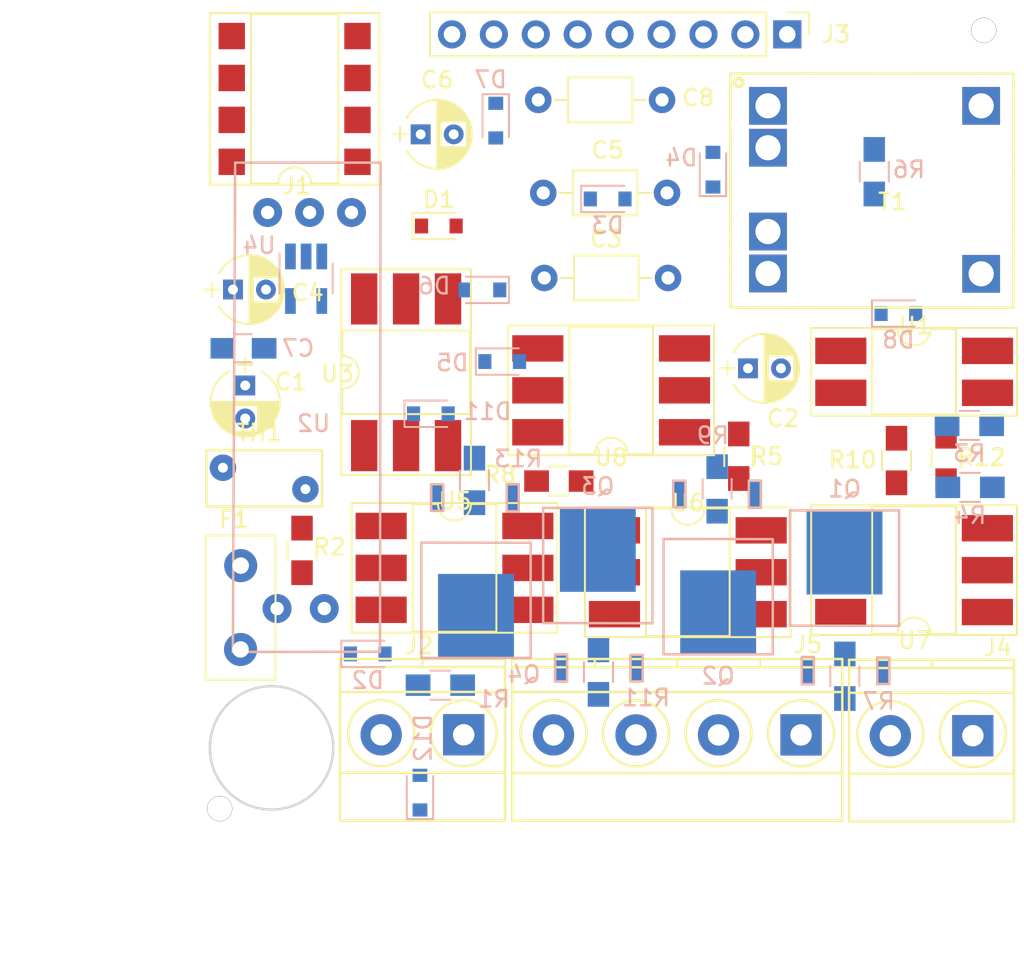
<source format=kicad_pcb>
(kicad_pcb (version 20171130) (host pcbnew 5.1.6-c6e7f7d~87~ubuntu18.04.1)

  (general
    (thickness 1.6)
    (drawings 17)
    (tracks 0)
    (zones 0)
    (modules 53)
    (nets 64)
  )

  (page A4)
  (layers
    (0 F.Cu signal)
    (31 B.Cu signal)
    (32 B.Adhes user)
    (33 F.Adhes user)
    (34 B.Paste user)
    (35 F.Paste user)
    (36 B.SilkS user)
    (37 F.SilkS user)
    (38 B.Mask user)
    (39 F.Mask user)
    (40 Dwgs.User user)
    (41 Cmts.User user)
    (42 Eco1.User user)
    (43 Eco2.User user)
    (44 Edge.Cuts user)
    (45 Margin user)
    (46 B.CrtYd user)
    (47 F.CrtYd user)
    (48 B.Fab user)
    (49 F.Fab user)
  )

  (setup
    (last_trace_width 0.25)
    (trace_clearance 0.2)
    (zone_clearance 0.508)
    (zone_45_only no)
    (trace_min 0.2)
    (via_size 0.8)
    (via_drill 0.5)
    (via_min_size 0.4)
    (via_min_drill 0.3)
    (uvia_size 0.3)
    (uvia_drill 0.1)
    (uvias_allowed no)
    (uvia_min_size 0.2)
    (uvia_min_drill 0.1)
    (edge_width 0.05)
    (segment_width 0.2)
    (pcb_text_width 0.3)
    (pcb_text_size 1.5 1.5)
    (mod_edge_width 0.12)
    (mod_text_size 1 1)
    (mod_text_width 0.15)
    (pad_size 3.1 1.6)
    (pad_drill 0)
    (pad_to_mask_clearance 0.05)
    (aux_axis_origin 0 0)
    (visible_elements FFFFFF7F)
    (pcbplotparams
      (layerselection 0x010fc_ffffffff)
      (usegerberextensions false)
      (usegerberattributes true)
      (usegerberadvancedattributes true)
      (creategerberjobfile true)
      (excludeedgelayer true)
      (linewidth 0.100000)
      (plotframeref false)
      (viasonmask false)
      (mode 1)
      (useauxorigin false)
      (hpglpennumber 1)
      (hpglpenspeed 20)
      (hpglpendiameter 15.000000)
      (psnegative false)
      (psa4output false)
      (plotreference true)
      (plotvalue true)
      (plotinvisibletext false)
      (padsonsilk false)
      (subtractmaskfromsilk false)
      (outputformat 1)
      (mirror false)
      (drillshape 1)
      (scaleselection 1)
      (outputdirectory ""))
  )

  (net 0 "")
  (net 1 "Net-(C3-Pad2)")
  (net 2 "Net-(C5-Pad2)")
  (net 3 /GND)
  (net 4 "Net-(D1-Pad2)")
  (net 5 "Net-(D2-Pad2)")
  (net 6 /Mains_Live_In)
  (net 7 "Net-(D3-Pad2)")
  (net 8 /5V)
  (net 9 "Net-(D4-Pad2)")
  (net 10 "Net-(D5-Pad1)")
  (net 11 "Net-(D7-Pad2)")
  (net 12 "Net-(D8-Pad1)")
  (net 13 /Mains_Neutral)
  (net 14 "Net-(F1-Pad2)")
  (net 15 "Net-(J1-Pad1)")
  (net 16 "Net-(J1-Pad5)")
  (net 17 /DSW2)
  (net 18 /DSW1)
  (net 19 /DSW3)
  (net 20 /DSW4)
  (net 21 /Energy_Sensor)
  (net 22 /Out2)
  (net 23 /Out1)
  (net 24 /Out3)
  (net 25 /Out4)
  (net 26 "Net-(Q1-Pad3)")
  (net 27 "Net-(Q1-Pad2)")
  (net 28 "Net-(Q2-Pad2)")
  (net 29 "Net-(Q2-Pad3)")
  (net 30 "Net-(Q3-Pad2)")
  (net 31 "Net-(Q3-Pad3)")
  (net 32 "Net-(Q4-Pad3)")
  (net 33 "Net-(Q4-Pad2)")
  (net 34 "Net-(R2-Pad1)")
  (net 35 /3.3V)
  (net 36 "Net-(R4-Pad1)")
  (net 37 "Net-(R5-Pad1)")
  (net 38 "Net-(R6-Pad1)")
  (net 39 "Net-(R7-Pad2)")
  (net 40 "Net-(R8-Pad1)")
  (net 41 "Net-(R9-Pad2)")
  (net 42 "Net-(R10-Pad1)")
  (net 43 "Net-(R11-Pad2)")
  (net 44 "Net-(R12-Pad1)")
  (net 45 "Net-(R13-Pad2)")
  (net 46 /Mains_Live_Out)
  (net 47 "Net-(U5-Pad3)")
  (net 48 "Net-(U5-Pad5)")
  (net 49 "Net-(U6-Pad5)")
  (net 50 "Net-(U6-Pad3)")
  (net 51 "Net-(U7-Pad3)")
  (net 52 "Net-(U7-Pad5)")
  (net 53 "Net-(U8-Pad5)")
  (net 54 "Net-(U8-Pad3)")
  (net 55 /Opto_In)
  (net 56 "Net-(U4-Pad4)")
  (net 57 "Net-(U3-Pad3)")
  (net 58 "Net-(U3-Pad6)")
  (net 59 "Net-(C1-Pad2)")
  (net 60 "Net-(C2-Pad2)")
  (net 61 "Net-(C4-Pad1)")
  (net 62 "Net-(C4-Pad2)")
  (net 63 "Net-(C2-Pad1)")

  (net_class Default "This is the default net class."
    (clearance 0.2)
    (trace_width 0.25)
    (via_dia 0.8)
    (via_drill 0.5)
    (uvia_dia 0.3)
    (uvia_drill 0.1)
  )

  (net_class AC ""
    (clearance 0.25)
    (trace_width 0.35)
    (via_dia 0.8)
    (via_drill 0.5)
    (uvia_dia 0.3)
    (uvia_drill 0.1)
  )

  (net_class Check ""
    (clearance 0.1)
    (trace_width 0.2)
    (via_dia 0.4)
    (via_drill 0.3)
    (uvia_dia 0.2)
    (uvia_drill 0.1)
    (diff_pair_width 0.2)
    (diff_pair_gap 0.2)
    (add_net /3.3V)
    (add_net /5V)
    (add_net /DSW1)
    (add_net /DSW2)
    (add_net /DSW3)
    (add_net /DSW4)
    (add_net /Energy_Sensor)
    (add_net /GND)
    (add_net /Mains_Live_In)
    (add_net /Mains_Live_Out)
    (add_net /Mains_Neutral)
    (add_net /Opto_In)
    (add_net /Out1)
    (add_net /Out2)
    (add_net /Out3)
    (add_net /Out4)
    (add_net "Net-(C1-Pad2)")
    (add_net "Net-(C2-Pad1)")
    (add_net "Net-(C2-Pad2)")
    (add_net "Net-(C3-Pad2)")
    (add_net "Net-(C4-Pad1)")
    (add_net "Net-(C4-Pad2)")
    (add_net "Net-(C5-Pad2)")
    (add_net "Net-(D1-Pad2)")
    (add_net "Net-(D2-Pad2)")
    (add_net "Net-(D3-Pad2)")
    (add_net "Net-(D4-Pad2)")
    (add_net "Net-(D5-Pad1)")
    (add_net "Net-(D7-Pad2)")
    (add_net "Net-(D8-Pad1)")
    (add_net "Net-(F1-Pad2)")
    (add_net "Net-(J1-Pad1)")
    (add_net "Net-(J1-Pad5)")
    (add_net "Net-(Q1-Pad2)")
    (add_net "Net-(Q1-Pad3)")
    (add_net "Net-(Q2-Pad2)")
    (add_net "Net-(Q2-Pad3)")
    (add_net "Net-(Q3-Pad2)")
    (add_net "Net-(Q3-Pad3)")
    (add_net "Net-(Q4-Pad2)")
    (add_net "Net-(Q4-Pad3)")
    (add_net "Net-(R10-Pad1)")
    (add_net "Net-(R11-Pad2)")
    (add_net "Net-(R12-Pad1)")
    (add_net "Net-(R13-Pad2)")
    (add_net "Net-(R2-Pad1)")
    (add_net "Net-(R4-Pad1)")
    (add_net "Net-(R5-Pad1)")
    (add_net "Net-(R6-Pad1)")
    (add_net "Net-(R7-Pad2)")
    (add_net "Net-(R8-Pad1)")
    (add_net "Net-(R9-Pad2)")
    (add_net "Net-(U3-Pad3)")
    (add_net "Net-(U3-Pad6)")
    (add_net "Net-(U4-Pad4)")
    (add_net "Net-(U5-Pad3)")
    (add_net "Net-(U5-Pad5)")
    (add_net "Net-(U6-Pad3)")
    (add_net "Net-(U6-Pad5)")
    (add_net "Net-(U7-Pad3)")
    (add_net "Net-(U7-Pad5)")
    (add_net "Net-(U8-Pad3)")
    (add_net "Net-(U8-Pad5)")
  )

  (module Custom_Libraries:MountingHole1.5mm (layer F.Cu) (tedit 5F423AAB) (tstamp 5F6A46D9)
    (at 54.31282 94.59722)
    (descr "Mounting Hole 2.2mm, no annular, M2")
    (tags "mounting hole 2.2mm no annular m2")
    (fp_text reference M2 (at 0 -3.2) (layer F.SilkS) hide
      (effects (font (size 1 1) (thickness 0.15)))
    )
    (fp_text value MountingHole_1.5mm (at 0 3.2 unlocked) (layer F.Fab) hide
      (effects (font (size 1 1) (thickness 0.15)))
    )
    (fp_line (start -1.27 0) (end 1.27 0) (layer Dwgs.User) (width 0.05))
    (fp_line (start 0 1.27) (end 0 -1.27) (layer Dwgs.User) (width 0.05))
    (pad "" thru_hole circle (at 0 0) (size 1.524 1.524) (drill 1.5) (layers *.Cu *.Mask))
  )

  (module Custom_Libraries:MountingHole1.5mm (layer F.Cu) (tedit 5F423AAB) (tstamp 5F6A465F)
    (at 100.6094 47.42942)
    (descr "Mounting Hole 2.2mm, no annular, M2")
    (tags "mounting hole 2.2mm no annular m2")
    (fp_text reference M1 (at 0 -3.2) (layer F.SilkS) hide
      (effects (font (size 1 1) (thickness 0.15)))
    )
    (fp_text value MountingHole_1.5mm (at 0 3.2 unlocked) (layer F.Fab) hide
      (effects (font (size 1 1) (thickness 0.15)))
    )
    (fp_line (start 0 1.27) (end 0 -1.27) (layer Dwgs.User) (width 0.05))
    (fp_line (start -1.27 0) (end 1.27 0) (layer Dwgs.User) (width 0.05))
    (pad "" thru_hole circle (at 0 0) (size 1.524 1.524) (drill 1.5) (layers *.Cu *.Mask))
  )

  (module Custom_Libraries:ACS712 (layer B.Cu) (tedit 5F67DB22) (tstamp 5F6592AE)
    (at 58.49112 64.97066 270)
    (path /5F6511EC)
    (fp_text reference U2 (at 6.28142 -1.51892 180) (layer B.SilkS)
      (effects (font (size 1 1) (thickness 0.15)) (justify mirror))
    )
    (fp_text value ACS712 (at 0.1 -10.2 90) (layer B.Fab) hide
      (effects (font (size 1 1) (thickness 0.15)) (justify mirror))
    )
    (fp_line (start -9.52 3.24) (end -9.52 -5.57) (layer B.SilkS) (width 0.15))
    (fp_line (start 20.13 3.38) (end -9.52 3.24) (layer B.SilkS) (width 0.15))
    (fp_line (start 20.12 -5.44) (end 20.13 3.38) (layer B.SilkS) (width 0.15))
    (fp_line (start -9.52 -5.57) (end 20.14 -5.54) (layer B.SilkS) (width 0.15))
    (pad 1 thru_hole circle (at 17.5 0.7 270) (size 1.75 1.75) (drill 0.8128) (layers *.Cu *.Mask)
      (net 46 /Mains_Live_Out))
    (pad 2 thru_hole circle (at 17.5 -2.16 270) (size 1.75 1.75) (drill 0.8128) (layers *.Cu *.Mask)
      (net 14 "Net-(F1-Pad2)"))
    (pad 4 thru_hole circle (at -6.5 -1.27 270) (size 1.75 1.75) (drill 0.8128) (layers *.Cu *.Mask)
      (net 21 /Energy_Sensor))
    (pad 3 thru_hole circle (at -6.5 1.27 270) (size 1.75 1.75) (drill 0.8128) (layers *.Cu *.Mask)
      (net 8 /5V))
    (pad 5 thru_hole circle (at -6.5 -3.81 270) (size 1.75 1.75) (drill 0.8128) (layers *.Cu *.Mask)
      (net 3 /GND))
    (model Hall-Effect_Transducers_LEM.3dshapes/HX15_HallEffectCurrentTransducer.wrl
      (at (xyz 0 0 0))
      (scale (xyz 0.3937 0.3937 0.3937))
      (rotate (xyz 0 0 0))
    )
  )

  (module Resistors_SMD:R_0805_HandSoldering (layer B.Cu) (tedit 58E0A804) (tstamp 5F65921B)
    (at 92.19692 86.57336 90)
    (descr "Resistor SMD 0805, hand soldering")
    (tags "resistor 0805")
    (path /5F787825)
    (attr smd)
    (fp_text reference R7 (at -1.51384 2.0447 180) (layer B.SilkS)
      (effects (font (size 1 1) (thickness 0.15)) (justify mirror))
    )
    (fp_text value 470E (at 0 -1.75 90) (layer B.Fab) hide
      (effects (font (size 1 1) (thickness 0.15)) (justify mirror))
    )
    (fp_line (start 2.35 -0.9) (end -2.35 -0.9) (layer B.CrtYd) (width 0.05))
    (fp_line (start 2.35 -0.9) (end 2.35 0.9) (layer B.CrtYd) (width 0.05))
    (fp_line (start -2.35 0.9) (end -2.35 -0.9) (layer B.CrtYd) (width 0.05))
    (fp_line (start -2.35 0.9) (end 2.35 0.9) (layer B.CrtYd) (width 0.05))
    (fp_line (start -0.6 0.88) (end 0.6 0.88) (layer B.SilkS) (width 0.12))
    (fp_line (start 0.6 -0.88) (end -0.6 -0.88) (layer B.SilkS) (width 0.12))
    (fp_line (start -1 0.62) (end 1 0.62) (layer B.Fab) (width 0.1))
    (fp_line (start 1 0.62) (end 1 -0.62) (layer B.Fab) (width 0.1))
    (fp_line (start 1 -0.62) (end -1 -0.62) (layer B.Fab) (width 0.1))
    (fp_line (start -1 -0.62) (end -1 0.62) (layer B.Fab) (width 0.1))
    (fp_text user %R (at 0 0 90) (layer B.Fab) hide
      (effects (font (size 0.5 0.5) (thickness 0.075)) (justify mirror))
    )
    (pad 1 smd rect (at -1.35 0 90) (size 1.5 1.3) (layers B.Cu B.Paste B.Mask)
      (net 26 "Net-(Q1-Pad3)"))
    (pad 2 smd rect (at 1.35 0 90) (size 1.5 1.3) (layers B.Cu B.Paste B.Mask)
      (net 39 "Net-(R7-Pad2)"))
    (model ${KISYS3DMOD}/Resistors_SMD.3dshapes/R_0805.wrl
      (at (xyz 0 0 0))
      (scale (xyz 1 1 1))
      (rotate (xyz 0 0 0))
    )
  )

  (module Housings_DIP:DIP-4_W8.89mm_SMDSocket_LongPads (layer F.Cu) (tedit 59C78D6B) (tstamp 5F65D308)
    (at 96.39808 68.12788)
    (descr "4-lead though-hole mounted DIP package, row spacing 8.89 mm (350 mils), SMDSocket, LongPads")
    (tags "THT DIP DIL PDIP 2.54mm 8.89mm 350mil SMDSocket LongPads")
    (path /5F5E0DB6)
    (attr smd)
    (fp_text reference U1 (at 0.06096 -2.79146) (layer F.SilkS)
      (effects (font (size 1 1) (thickness 0.15)))
    )
    (fp_text value EL817 (at 0 3.6) (layer F.Fab) hide
      (effects (font (size 1 1) (thickness 0.15)))
    )
    (fp_line (start 6.25 -2.85) (end -6.25 -2.85) (layer F.CrtYd) (width 0.05))
    (fp_line (start 6.25 2.85) (end 6.25 -2.85) (layer F.CrtYd) (width 0.05))
    (fp_line (start -6.25 2.85) (end 6.25 2.85) (layer F.CrtYd) (width 0.05))
    (fp_line (start -6.25 -2.85) (end -6.25 2.85) (layer F.CrtYd) (width 0.05))
    (fp_line (start 6.235 -2.66) (end -6.235 -2.66) (layer F.SilkS) (width 0.12))
    (fp_line (start 6.235 2.66) (end 6.235 -2.66) (layer F.SilkS) (width 0.12))
    (fp_line (start -6.235 2.66) (end 6.235 2.66) (layer F.SilkS) (width 0.12))
    (fp_line (start -6.235 -2.66) (end -6.235 2.66) (layer F.SilkS) (width 0.12))
    (fp_line (start 2.535 -2.6) (end 1 -2.6) (layer F.SilkS) (width 0.12))
    (fp_line (start 2.535 2.6) (end 2.535 -2.6) (layer F.SilkS) (width 0.12))
    (fp_line (start -2.535 2.6) (end 2.535 2.6) (layer F.SilkS) (width 0.12))
    (fp_line (start -2.535 -2.6) (end -2.535 2.6) (layer F.SilkS) (width 0.12))
    (fp_line (start -1 -2.6) (end -2.535 -2.6) (layer F.SilkS) (width 0.12))
    (fp_line (start 5.08 -2.6) (end -5.08 -2.6) (layer F.Fab) (width 0.1))
    (fp_line (start 5.08 2.6) (end 5.08 -2.6) (layer F.Fab) (width 0.1))
    (fp_line (start -5.08 2.6) (end 5.08 2.6) (layer F.Fab) (width 0.1))
    (fp_line (start -5.08 -2.6) (end -5.08 2.6) (layer F.Fab) (width 0.1))
    (fp_line (start -3.175 -1.54) (end -2.175 -2.54) (layer F.Fab) (width 0.1))
    (fp_line (start -3.175 2.54) (end -3.175 -1.54) (layer F.Fab) (width 0.1))
    (fp_line (start 3.175 2.54) (end -3.175 2.54) (layer F.Fab) (width 0.1))
    (fp_line (start 3.175 -2.54) (end 3.175 2.54) (layer F.Fab) (width 0.1))
    (fp_line (start -2.175 -2.54) (end 3.175 -2.54) (layer F.Fab) (width 0.1))
    (fp_arc (start 0 -2.6) (end -1 -2.6) (angle -180) (layer F.SilkS) (width 0.12))
    (fp_text user %R (at 0 0) (layer F.Fab) hide
      (effects (font (size 1 1) (thickness 0.15)))
    )
    (pad 1 smd rect (at -4.445 -1.27) (size 3.1 1.6) (layers F.Cu F.Paste F.Mask)
      (net 36 "Net-(R4-Pad1)"))
    (pad 3 smd rect (at 4.445 1.27) (size 3.1 1.6) (layers F.Cu F.Paste F.Mask)
      (net 1 "Net-(C3-Pad2)"))
    (pad 2 smd rect (at -4.445 1.27) (size 3.1 1.6) (layers F.Cu F.Paste F.Mask)
      (net 37 "Net-(R5-Pad1)"))
    (pad 4 smd rect (at 4.445 -1.27) (size 3.1 1.6) (layers F.Cu F.Paste F.Mask)
      (net 63 "Net-(C2-Pad1)"))
    (model ${KISYS3DMOD}/Housings_DIP.3dshapes/DIP-4_W8.89mm_SMDSocket.wrl
      (at (xyz 0 0 0))
      (scale (xyz 1 1 1))
      (rotate (xyz 0 0 0))
    )
  )

  (module Capacitors_SMD:C_0805_HandSoldering (layer B.Cu) (tedit 58AA84A8) (tstamp 5F683239)
    (at 55.75808 66.7004)
    (descr "Capacitor SMD 0805, hand soldering")
    (tags "capacitor 0805")
    (path /5FB031C3)
    (attr smd)
    (fp_text reference C7 (at 3.31216 0) (layer B.SilkS)
      (effects (font (size 1 1) (thickness 0.15)) (justify mirror))
    )
    (fp_text value 2.2uf (at 0 -1.75) (layer B.Fab) hide
      (effects (font (size 1 1) (thickness 0.15)) (justify mirror))
    )
    (fp_line (start 2.25 -0.87) (end -2.25 -0.87) (layer B.CrtYd) (width 0.05))
    (fp_line (start 2.25 -0.87) (end 2.25 0.88) (layer B.CrtYd) (width 0.05))
    (fp_line (start -2.25 0.88) (end -2.25 -0.87) (layer B.CrtYd) (width 0.05))
    (fp_line (start -2.25 0.88) (end 2.25 0.88) (layer B.CrtYd) (width 0.05))
    (fp_line (start -0.5 -0.85) (end 0.5 -0.85) (layer B.SilkS) (width 0.12))
    (fp_line (start 0.5 0.85) (end -0.5 0.85) (layer B.SilkS) (width 0.12))
    (fp_line (start -1 0.62) (end 1 0.62) (layer B.Fab) (width 0.1))
    (fp_line (start 1 0.62) (end 1 -0.62) (layer B.Fab) (width 0.1))
    (fp_line (start 1 -0.62) (end -1 -0.62) (layer B.Fab) (width 0.1))
    (fp_line (start -1 -0.62) (end -1 0.62) (layer B.Fab) (width 0.1))
    (fp_text user %R (at 0 1.75) (layer B.Fab) hide
      (effects (font (size 1 1) (thickness 0.15)) (justify mirror))
    )
    (pad 1 smd rect (at -1.25 0) (size 1.5 1.25) (layers B.Cu B.Paste B.Mask)
      (net 3 /GND))
    (pad 2 smd rect (at 1.25 0) (size 1.5 1.25) (layers B.Cu B.Paste B.Mask)
      (net 35 /3.3V))
    (model Capacitors_SMD.3dshapes/C_0805.wrl
      (at (xyz 0 0 0))
      (scale (xyz 1 1 1))
      (rotate (xyz 0 0 0))
    )
  )

  (module Capacitors_THT:CP_Radial_D4.0mm_P2.00mm (layer F.Cu) (tedit 597BC7C2) (tstamp 5F658FC1)
    (at 66.49466 53.7337)
    (descr "CP, Radial series, Radial, pin pitch=2.00mm, , diameter=4mm, Electrolytic Capacitor")
    (tags "CP Radial series Radial pin pitch 2.00mm  diameter 4mm Electrolytic Capacitor")
    (path /5F61A471)
    (fp_text reference C6 (at 1 -3.31) (layer F.SilkS)
      (effects (font (size 1 1) (thickness 0.15)))
    )
    (fp_text value 470uF/10V (at 1 3.31) (layer F.Fab) hide
      (effects (font (size 1 1) (thickness 0.15)))
    )
    (fp_line (start 3.35 -2.35) (end -1.35 -2.35) (layer F.CrtYd) (width 0.05))
    (fp_line (start 3.35 2.35) (end 3.35 -2.35) (layer F.CrtYd) (width 0.05))
    (fp_line (start -1.35 2.35) (end 3.35 2.35) (layer F.CrtYd) (width 0.05))
    (fp_line (start -1.35 -2.35) (end -1.35 2.35) (layer F.CrtYd) (width 0.05))
    (fp_line (start -1.25 -0.45) (end -1.25 0.45) (layer F.SilkS) (width 0.12))
    (fp_line (start -1.7 0) (end -0.8 0) (layer F.SilkS) (width 0.12))
    (fp_line (start 3.081 -0.165) (end 3.081 0.165) (layer F.SilkS) (width 0.12))
    (fp_line (start 3.041 -0.415) (end 3.041 0.415) (layer F.SilkS) (width 0.12))
    (fp_line (start 3.001 -0.567) (end 3.001 0.567) (layer F.SilkS) (width 0.12))
    (fp_line (start 2.961 -0.686) (end 2.961 0.686) (layer F.SilkS) (width 0.12))
    (fp_line (start 2.921 -0.786) (end 2.921 0.786) (layer F.SilkS) (width 0.12))
    (fp_line (start 2.881 -0.874) (end 2.881 0.874) (layer F.SilkS) (width 0.12))
    (fp_line (start 2.841 -0.952) (end 2.841 0.952) (layer F.SilkS) (width 0.12))
    (fp_line (start 2.801 -1.023) (end 2.801 1.023) (layer F.SilkS) (width 0.12))
    (fp_line (start 2.761 0.78) (end 2.761 1.088) (layer F.SilkS) (width 0.12))
    (fp_line (start 2.761 -1.088) (end 2.761 -0.78) (layer F.SilkS) (width 0.12))
    (fp_line (start 2.721 0.78) (end 2.721 1.148) (layer F.SilkS) (width 0.12))
    (fp_line (start 2.721 -1.148) (end 2.721 -0.78) (layer F.SilkS) (width 0.12))
    (fp_line (start 2.681 0.78) (end 2.681 1.204) (layer F.SilkS) (width 0.12))
    (fp_line (start 2.681 -1.204) (end 2.681 -0.78) (layer F.SilkS) (width 0.12))
    (fp_line (start 2.641 0.78) (end 2.641 1.256) (layer F.SilkS) (width 0.12))
    (fp_line (start 2.641 -1.256) (end 2.641 -0.78) (layer F.SilkS) (width 0.12))
    (fp_line (start 2.601 0.78) (end 2.601 1.305) (layer F.SilkS) (width 0.12))
    (fp_line (start 2.601 -1.305) (end 2.601 -0.78) (layer F.SilkS) (width 0.12))
    (fp_line (start 2.561 0.78) (end 2.561 1.351) (layer F.SilkS) (width 0.12))
    (fp_line (start 2.561 -1.351) (end 2.561 -0.78) (layer F.SilkS) (width 0.12))
    (fp_line (start 2.521 0.78) (end 2.521 1.395) (layer F.SilkS) (width 0.12))
    (fp_line (start 2.521 -1.395) (end 2.521 -0.78) (layer F.SilkS) (width 0.12))
    (fp_line (start 2.481 0.78) (end 2.481 1.436) (layer F.SilkS) (width 0.12))
    (fp_line (start 2.481 -1.436) (end 2.481 -0.78) (layer F.SilkS) (width 0.12))
    (fp_line (start 2.441 0.78) (end 2.441 1.475) (layer F.SilkS) (width 0.12))
    (fp_line (start 2.441 -1.475) (end 2.441 -0.78) (layer F.SilkS) (width 0.12))
    (fp_line (start 2.401 0.78) (end 2.401 1.512) (layer F.SilkS) (width 0.12))
    (fp_line (start 2.401 -1.512) (end 2.401 -0.78) (layer F.SilkS) (width 0.12))
    (fp_line (start 2.361 0.78) (end 2.361 1.547) (layer F.SilkS) (width 0.12))
    (fp_line (start 2.361 -1.547) (end 2.361 -0.78) (layer F.SilkS) (width 0.12))
    (fp_line (start 2.321 0.78) (end 2.321 1.581) (layer F.SilkS) (width 0.12))
    (fp_line (start 2.321 -1.581) (end 2.321 -0.78) (layer F.SilkS) (width 0.12))
    (fp_line (start 2.281 0.78) (end 2.281 1.613) (layer F.SilkS) (width 0.12))
    (fp_line (start 2.281 -1.613) (end 2.281 -0.78) (layer F.SilkS) (width 0.12))
    (fp_line (start 2.241 0.78) (end 2.241 1.643) (layer F.SilkS) (width 0.12))
    (fp_line (start 2.241 -1.643) (end 2.241 -0.78) (layer F.SilkS) (width 0.12))
    (fp_line (start 2.201 0.78) (end 2.201 1.672) (layer F.SilkS) (width 0.12))
    (fp_line (start 2.201 -1.672) (end 2.201 -0.78) (layer F.SilkS) (width 0.12))
    (fp_line (start 2.161 0.78) (end 2.161 1.699) (layer F.SilkS) (width 0.12))
    (fp_line (start 2.161 -1.699) (end 2.161 -0.78) (layer F.SilkS) (width 0.12))
    (fp_line (start 2.121 0.78) (end 2.121 1.725) (layer F.SilkS) (width 0.12))
    (fp_line (start 2.121 -1.725) (end 2.121 -0.78) (layer F.SilkS) (width 0.12))
    (fp_line (start 2.081 0.78) (end 2.081 1.75) (layer F.SilkS) (width 0.12))
    (fp_line (start 2.081 -1.75) (end 2.081 -0.78) (layer F.SilkS) (width 0.12))
    (fp_line (start 2.041 0.78) (end 2.041 1.773) (layer F.SilkS) (width 0.12))
    (fp_line (start 2.041 -1.773) (end 2.041 -0.78) (layer F.SilkS) (width 0.12))
    (fp_line (start 2.001 0.78) (end 2.001 1.796) (layer F.SilkS) (width 0.12))
    (fp_line (start 2.001 -1.796) (end 2.001 -0.78) (layer F.SilkS) (width 0.12))
    (fp_line (start 1.961 0.78) (end 1.961 1.817) (layer F.SilkS) (width 0.12))
    (fp_line (start 1.961 -1.817) (end 1.961 -0.78) (layer F.SilkS) (width 0.12))
    (fp_line (start 1.921 0.78) (end 1.921 1.837) (layer F.SilkS) (width 0.12))
    (fp_line (start 1.921 -1.837) (end 1.921 -0.78) (layer F.SilkS) (width 0.12))
    (fp_line (start 1.881 0.78) (end 1.881 1.856) (layer F.SilkS) (width 0.12))
    (fp_line (start 1.881 -1.856) (end 1.881 -0.78) (layer F.SilkS) (width 0.12))
    (fp_line (start 1.841 0.78) (end 1.841 1.874) (layer F.SilkS) (width 0.12))
    (fp_line (start 1.841 -1.874) (end 1.841 -0.78) (layer F.SilkS) (width 0.12))
    (fp_line (start 1.801 0.78) (end 1.801 1.891) (layer F.SilkS) (width 0.12))
    (fp_line (start 1.801 -1.891) (end 1.801 -0.78) (layer F.SilkS) (width 0.12))
    (fp_line (start 1.761 0.78) (end 1.761 1.907) (layer F.SilkS) (width 0.12))
    (fp_line (start 1.761 -1.907) (end 1.761 -0.78) (layer F.SilkS) (width 0.12))
    (fp_line (start 1.721 0.78) (end 1.721 1.923) (layer F.SilkS) (width 0.12))
    (fp_line (start 1.721 -1.923) (end 1.721 -0.78) (layer F.SilkS) (width 0.12))
    (fp_line (start 1.68 0.78) (end 1.68 1.937) (layer F.SilkS) (width 0.12))
    (fp_line (start 1.68 -1.937) (end 1.68 -0.78) (layer F.SilkS) (width 0.12))
    (fp_line (start 1.64 0.78) (end 1.64 1.95) (layer F.SilkS) (width 0.12))
    (fp_line (start 1.64 -1.95) (end 1.64 -0.78) (layer F.SilkS) (width 0.12))
    (fp_line (start 1.6 0.78) (end 1.6 1.963) (layer F.SilkS) (width 0.12))
    (fp_line (start 1.6 -1.963) (end 1.6 -0.78) (layer F.SilkS) (width 0.12))
    (fp_line (start 1.56 0.78) (end 1.56 1.974) (layer F.SilkS) (width 0.12))
    (fp_line (start 1.56 -1.974) (end 1.56 -0.78) (layer F.SilkS) (width 0.12))
    (fp_line (start 1.52 0.78) (end 1.52 1.985) (layer F.SilkS) (width 0.12))
    (fp_line (start 1.52 -1.985) (end 1.52 -0.78) (layer F.SilkS) (width 0.12))
    (fp_line (start 1.48 0.78) (end 1.48 1.995) (layer F.SilkS) (width 0.12))
    (fp_line (start 1.48 -1.995) (end 1.48 -0.78) (layer F.SilkS) (width 0.12))
    (fp_line (start 1.44 0.78) (end 1.44 2.004) (layer F.SilkS) (width 0.12))
    (fp_line (start 1.44 -2.004) (end 1.44 -0.78) (layer F.SilkS) (width 0.12))
    (fp_line (start 1.4 0.78) (end 1.4 2.012) (layer F.SilkS) (width 0.12))
    (fp_line (start 1.4 -2.012) (end 1.4 -0.78) (layer F.SilkS) (width 0.12))
    (fp_line (start 1.36 0.78) (end 1.36 2.019) (layer F.SilkS) (width 0.12))
    (fp_line (start 1.36 -2.019) (end 1.36 -0.78) (layer F.SilkS) (width 0.12))
    (fp_line (start 1.32 0.78) (end 1.32 2.026) (layer F.SilkS) (width 0.12))
    (fp_line (start 1.32 -2.026) (end 1.32 -0.78) (layer F.SilkS) (width 0.12))
    (fp_line (start 1.28 0.78) (end 1.28 2.032) (layer F.SilkS) (width 0.12))
    (fp_line (start 1.28 -2.032) (end 1.28 -0.78) (layer F.SilkS) (width 0.12))
    (fp_line (start 1.24 0.78) (end 1.24 2.037) (layer F.SilkS) (width 0.12))
    (fp_line (start 1.24 -2.037) (end 1.24 -0.78) (layer F.SilkS) (width 0.12))
    (fp_line (start 1.2 -2.041) (end 1.2 2.041) (layer F.SilkS) (width 0.12))
    (fp_line (start 1.16 -2.044) (end 1.16 2.044) (layer F.SilkS) (width 0.12))
    (fp_line (start 1.12 -2.047) (end 1.12 2.047) (layer F.SilkS) (width 0.12))
    (fp_line (start 1.08 -2.049) (end 1.08 2.049) (layer F.SilkS) (width 0.12))
    (fp_line (start 1.04 -2.05) (end 1.04 2.05) (layer F.SilkS) (width 0.12))
    (fp_line (start 1 -2.05) (end 1 2.05) (layer F.SilkS) (width 0.12))
    (fp_line (start -1.25 -0.45) (end -1.25 0.45) (layer F.Fab) (width 0.1))
    (fp_line (start -1.7 0) (end -0.8 0) (layer F.Fab) (width 0.1))
    (fp_circle (center 1 0) (end 3 0) (layer F.Fab) (width 0.1))
    (fp_arc (start 1 0) (end -0.845996 -0.98) (angle 124.1) (layer F.SilkS) (width 0.12))
    (fp_arc (start 1 0) (end -0.845996 0.98) (angle -124.1) (layer F.SilkS) (width 0.12))
    (fp_arc (start 1 0) (end 2.845996 -0.98) (angle 55.9) (layer F.SilkS) (width 0.12))
    (fp_text user %R (at 1 0) (layer F.Fab) hide
      (effects (font (size 1 1) (thickness 0.15)))
    )
    (pad 1 thru_hole rect (at 0 0) (size 1.2 1.2) (drill 0.6) (layers *.Cu *.Mask)
      (net 8 /5V))
    (pad 2 thru_hole circle (at 2 0) (size 1.2 1.2) (drill 0.6) (layers *.Cu *.Mask)
      (net 3 /GND))
    (model ${KISYS3DMOD}/Capacitors_THT.3dshapes/CP_Radial_D4.0mm_P2.00mm.wrl
      (at (xyz 0 0 0))
      (scale (xyz 1 1 1))
      (rotate (xyz 0 0 0))
    )
  )

  (module Capacitors_THT:CP_Radial_D4.0mm_P2.00mm (layer F.Cu) (tedit 597BC7C2) (tstamp 5F658F25)
    (at 55.118 63.14186)
    (descr "CP, Radial series, Radial, pin pitch=2.00mm, , diameter=4mm, Electrolytic Capacitor")
    (tags "CP Radial series Radial pin pitch 2.00mm  diameter 4mm Electrolytic Capacitor")
    (path /5F567865)
    (fp_text reference C4 (at 4.52882 0.1905) (layer F.SilkS)
      (effects (font (size 1 1) (thickness 0.15)))
    )
    (fp_text value 4.7uF/400V (at 1 3.31) (layer F.Fab) hide
      (effects (font (size 1 1) (thickness 0.15)))
    )
    (fp_line (start 3.35 -2.35) (end -1.35 -2.35) (layer F.CrtYd) (width 0.05))
    (fp_line (start 3.35 2.35) (end 3.35 -2.35) (layer F.CrtYd) (width 0.05))
    (fp_line (start -1.35 2.35) (end 3.35 2.35) (layer F.CrtYd) (width 0.05))
    (fp_line (start -1.35 -2.35) (end -1.35 2.35) (layer F.CrtYd) (width 0.05))
    (fp_line (start -1.25 -0.45) (end -1.25 0.45) (layer F.SilkS) (width 0.12))
    (fp_line (start -1.7 0) (end -0.8 0) (layer F.SilkS) (width 0.12))
    (fp_line (start 3.081 -0.165) (end 3.081 0.165) (layer F.SilkS) (width 0.12))
    (fp_line (start 3.041 -0.415) (end 3.041 0.415) (layer F.SilkS) (width 0.12))
    (fp_line (start 3.001 -0.567) (end 3.001 0.567) (layer F.SilkS) (width 0.12))
    (fp_line (start 2.961 -0.686) (end 2.961 0.686) (layer F.SilkS) (width 0.12))
    (fp_line (start 2.921 -0.786) (end 2.921 0.786) (layer F.SilkS) (width 0.12))
    (fp_line (start 2.881 -0.874) (end 2.881 0.874) (layer F.SilkS) (width 0.12))
    (fp_line (start 2.841 -0.952) (end 2.841 0.952) (layer F.SilkS) (width 0.12))
    (fp_line (start 2.801 -1.023) (end 2.801 1.023) (layer F.SilkS) (width 0.12))
    (fp_line (start 2.761 0.78) (end 2.761 1.088) (layer F.SilkS) (width 0.12))
    (fp_line (start 2.761 -1.088) (end 2.761 -0.78) (layer F.SilkS) (width 0.12))
    (fp_line (start 2.721 0.78) (end 2.721 1.148) (layer F.SilkS) (width 0.12))
    (fp_line (start 2.721 -1.148) (end 2.721 -0.78) (layer F.SilkS) (width 0.12))
    (fp_line (start 2.681 0.78) (end 2.681 1.204) (layer F.SilkS) (width 0.12))
    (fp_line (start 2.681 -1.204) (end 2.681 -0.78) (layer F.SilkS) (width 0.12))
    (fp_line (start 2.641 0.78) (end 2.641 1.256) (layer F.SilkS) (width 0.12))
    (fp_line (start 2.641 -1.256) (end 2.641 -0.78) (layer F.SilkS) (width 0.12))
    (fp_line (start 2.601 0.78) (end 2.601 1.305) (layer F.SilkS) (width 0.12))
    (fp_line (start 2.601 -1.305) (end 2.601 -0.78) (layer F.SilkS) (width 0.12))
    (fp_line (start 2.561 0.78) (end 2.561 1.351) (layer F.SilkS) (width 0.12))
    (fp_line (start 2.561 -1.351) (end 2.561 -0.78) (layer F.SilkS) (width 0.12))
    (fp_line (start 2.521 0.78) (end 2.521 1.395) (layer F.SilkS) (width 0.12))
    (fp_line (start 2.521 -1.395) (end 2.521 -0.78) (layer F.SilkS) (width 0.12))
    (fp_line (start 2.481 0.78) (end 2.481 1.436) (layer F.SilkS) (width 0.12))
    (fp_line (start 2.481 -1.436) (end 2.481 -0.78) (layer F.SilkS) (width 0.12))
    (fp_line (start 2.441 0.78) (end 2.441 1.475) (layer F.SilkS) (width 0.12))
    (fp_line (start 2.441 -1.475) (end 2.441 -0.78) (layer F.SilkS) (width 0.12))
    (fp_line (start 2.401 0.78) (end 2.401 1.512) (layer F.SilkS) (width 0.12))
    (fp_line (start 2.401 -1.512) (end 2.401 -0.78) (layer F.SilkS) (width 0.12))
    (fp_line (start 2.361 0.78) (end 2.361 1.547) (layer F.SilkS) (width 0.12))
    (fp_line (start 2.361 -1.547) (end 2.361 -0.78) (layer F.SilkS) (width 0.12))
    (fp_line (start 2.321 0.78) (end 2.321 1.581) (layer F.SilkS) (width 0.12))
    (fp_line (start 2.321 -1.581) (end 2.321 -0.78) (layer F.SilkS) (width 0.12))
    (fp_line (start 2.281 0.78) (end 2.281 1.613) (layer F.SilkS) (width 0.12))
    (fp_line (start 2.281 -1.613) (end 2.281 -0.78) (layer F.SilkS) (width 0.12))
    (fp_line (start 2.241 0.78) (end 2.241 1.643) (layer F.SilkS) (width 0.12))
    (fp_line (start 2.241 -1.643) (end 2.241 -0.78) (layer F.SilkS) (width 0.12))
    (fp_line (start 2.201 0.78) (end 2.201 1.672) (layer F.SilkS) (width 0.12))
    (fp_line (start 2.201 -1.672) (end 2.201 -0.78) (layer F.SilkS) (width 0.12))
    (fp_line (start 2.161 0.78) (end 2.161 1.699) (layer F.SilkS) (width 0.12))
    (fp_line (start 2.161 -1.699) (end 2.161 -0.78) (layer F.SilkS) (width 0.12))
    (fp_line (start 2.121 0.78) (end 2.121 1.725) (layer F.SilkS) (width 0.12))
    (fp_line (start 2.121 -1.725) (end 2.121 -0.78) (layer F.SilkS) (width 0.12))
    (fp_line (start 2.081 0.78) (end 2.081 1.75) (layer F.SilkS) (width 0.12))
    (fp_line (start 2.081 -1.75) (end 2.081 -0.78) (layer F.SilkS) (width 0.12))
    (fp_line (start 2.041 0.78) (end 2.041 1.773) (layer F.SilkS) (width 0.12))
    (fp_line (start 2.041 -1.773) (end 2.041 -0.78) (layer F.SilkS) (width 0.12))
    (fp_line (start 2.001 0.78) (end 2.001 1.796) (layer F.SilkS) (width 0.12))
    (fp_line (start 2.001 -1.796) (end 2.001 -0.78) (layer F.SilkS) (width 0.12))
    (fp_line (start 1.961 0.78) (end 1.961 1.817) (layer F.SilkS) (width 0.12))
    (fp_line (start 1.961 -1.817) (end 1.961 -0.78) (layer F.SilkS) (width 0.12))
    (fp_line (start 1.921 0.78) (end 1.921 1.837) (layer F.SilkS) (width 0.12))
    (fp_line (start 1.921 -1.837) (end 1.921 -0.78) (layer F.SilkS) (width 0.12))
    (fp_line (start 1.881 0.78) (end 1.881 1.856) (layer F.SilkS) (width 0.12))
    (fp_line (start 1.881 -1.856) (end 1.881 -0.78) (layer F.SilkS) (width 0.12))
    (fp_line (start 1.841 0.78) (end 1.841 1.874) (layer F.SilkS) (width 0.12))
    (fp_line (start 1.841 -1.874) (end 1.841 -0.78) (layer F.SilkS) (width 0.12))
    (fp_line (start 1.801 0.78) (end 1.801 1.891) (layer F.SilkS) (width 0.12))
    (fp_line (start 1.801 -1.891) (end 1.801 -0.78) (layer F.SilkS) (width 0.12))
    (fp_line (start 1.761 0.78) (end 1.761 1.907) (layer F.SilkS) (width 0.12))
    (fp_line (start 1.761 -1.907) (end 1.761 -0.78) (layer F.SilkS) (width 0.12))
    (fp_line (start 1.721 0.78) (end 1.721 1.923) (layer F.SilkS) (width 0.12))
    (fp_line (start 1.721 -1.923) (end 1.721 -0.78) (layer F.SilkS) (width 0.12))
    (fp_line (start 1.68 0.78) (end 1.68 1.937) (layer F.SilkS) (width 0.12))
    (fp_line (start 1.68 -1.937) (end 1.68 -0.78) (layer F.SilkS) (width 0.12))
    (fp_line (start 1.64 0.78) (end 1.64 1.95) (layer F.SilkS) (width 0.12))
    (fp_line (start 1.64 -1.95) (end 1.64 -0.78) (layer F.SilkS) (width 0.12))
    (fp_line (start 1.6 0.78) (end 1.6 1.963) (layer F.SilkS) (width 0.12))
    (fp_line (start 1.6 -1.963) (end 1.6 -0.78) (layer F.SilkS) (width 0.12))
    (fp_line (start 1.56 0.78) (end 1.56 1.974) (layer F.SilkS) (width 0.12))
    (fp_line (start 1.56 -1.974) (end 1.56 -0.78) (layer F.SilkS) (width 0.12))
    (fp_line (start 1.52 0.78) (end 1.52 1.985) (layer F.SilkS) (width 0.12))
    (fp_line (start 1.52 -1.985) (end 1.52 -0.78) (layer F.SilkS) (width 0.12))
    (fp_line (start 1.48 0.78) (end 1.48 1.995) (layer F.SilkS) (width 0.12))
    (fp_line (start 1.48 -1.995) (end 1.48 -0.78) (layer F.SilkS) (width 0.12))
    (fp_line (start 1.44 0.78) (end 1.44 2.004) (layer F.SilkS) (width 0.12))
    (fp_line (start 1.44 -2.004) (end 1.44 -0.78) (layer F.SilkS) (width 0.12))
    (fp_line (start 1.4 0.78) (end 1.4 2.012) (layer F.SilkS) (width 0.12))
    (fp_line (start 1.4 -2.012) (end 1.4 -0.78) (layer F.SilkS) (width 0.12))
    (fp_line (start 1.36 0.78) (end 1.36 2.019) (layer F.SilkS) (width 0.12))
    (fp_line (start 1.36 -2.019) (end 1.36 -0.78) (layer F.SilkS) (width 0.12))
    (fp_line (start 1.32 0.78) (end 1.32 2.026) (layer F.SilkS) (width 0.12))
    (fp_line (start 1.32 -2.026) (end 1.32 -0.78) (layer F.SilkS) (width 0.12))
    (fp_line (start 1.28 0.78) (end 1.28 2.032) (layer F.SilkS) (width 0.12))
    (fp_line (start 1.28 -2.032) (end 1.28 -0.78) (layer F.SilkS) (width 0.12))
    (fp_line (start 1.24 0.78) (end 1.24 2.037) (layer F.SilkS) (width 0.12))
    (fp_line (start 1.24 -2.037) (end 1.24 -0.78) (layer F.SilkS) (width 0.12))
    (fp_line (start 1.2 -2.041) (end 1.2 2.041) (layer F.SilkS) (width 0.12))
    (fp_line (start 1.16 -2.044) (end 1.16 2.044) (layer F.SilkS) (width 0.12))
    (fp_line (start 1.12 -2.047) (end 1.12 2.047) (layer F.SilkS) (width 0.12))
    (fp_line (start 1.08 -2.049) (end 1.08 2.049) (layer F.SilkS) (width 0.12))
    (fp_line (start 1.04 -2.05) (end 1.04 2.05) (layer F.SilkS) (width 0.12))
    (fp_line (start 1 -2.05) (end 1 2.05) (layer F.SilkS) (width 0.12))
    (fp_line (start -1.25 -0.45) (end -1.25 0.45) (layer F.Fab) (width 0.1))
    (fp_line (start -1.7 0) (end -0.8 0) (layer F.Fab) (width 0.1))
    (fp_circle (center 1 0) (end 3 0) (layer F.Fab) (width 0.1))
    (fp_arc (start 1 0) (end -0.845996 -0.98) (angle 124.1) (layer F.SilkS) (width 0.12))
    (fp_arc (start 1 0) (end -0.845996 0.98) (angle -124.1) (layer F.SilkS) (width 0.12))
    (fp_arc (start 1 0) (end 2.845996 -0.98) (angle 55.9) (layer F.SilkS) (width 0.12))
    (fp_text user %R (at 1 0) (layer F.Fab) hide
      (effects (font (size 1 1) (thickness 0.15)))
    )
    (pad 1 thru_hole rect (at 0 0) (size 1.2 1.2) (drill 0.6) (layers *.Cu *.Mask)
      (net 61 "Net-(C4-Pad1)"))
    (pad 2 thru_hole circle (at 2 0) (size 1.2 1.2) (drill 0.6) (layers *.Cu *.Mask)
      (net 62 "Net-(C4-Pad2)"))
    (model ${KISYS3DMOD}/Capacitors_THT.3dshapes/CP_Radial_D4.0mm_P2.00mm.wrl
      (at (xyz 0 0 0))
      (scale (xyz 1 1 1))
      (rotate (xyz 0 0 0))
    )
  )

  (module Capacitors_THT:CP_Radial_D4.0mm_P2.00mm (layer F.Cu) (tedit 597BC7C2) (tstamp 5F658F02)
    (at 86.32698 67.91452)
    (descr "CP, Radial series, Radial, pin pitch=2.00mm, , diameter=4mm, Electrolytic Capacitor")
    (tags "CP Radial series Radial pin pitch 2.00mm  diameter 4mm Electrolytic Capacitor")
    (path /5F5B5CCA)
    (fp_text reference C2 (at 2.12344 3.0353) (layer F.SilkS)
      (effects (font (size 1 1) (thickness 0.15)))
    )
    (fp_text value 1uF/63V (at 1 3.31) (layer F.Fab) hide
      (effects (font (size 1 1) (thickness 0.15)))
    )
    (fp_line (start 3.35 -2.35) (end -1.35 -2.35) (layer F.CrtYd) (width 0.05))
    (fp_line (start 3.35 2.35) (end 3.35 -2.35) (layer F.CrtYd) (width 0.05))
    (fp_line (start -1.35 2.35) (end 3.35 2.35) (layer F.CrtYd) (width 0.05))
    (fp_line (start -1.35 -2.35) (end -1.35 2.35) (layer F.CrtYd) (width 0.05))
    (fp_line (start -1.25 -0.45) (end -1.25 0.45) (layer F.SilkS) (width 0.12))
    (fp_line (start -1.7 0) (end -0.8 0) (layer F.SilkS) (width 0.12))
    (fp_line (start 3.081 -0.165) (end 3.081 0.165) (layer F.SilkS) (width 0.12))
    (fp_line (start 3.041 -0.415) (end 3.041 0.415) (layer F.SilkS) (width 0.12))
    (fp_line (start 3.001 -0.567) (end 3.001 0.567) (layer F.SilkS) (width 0.12))
    (fp_line (start 2.961 -0.686) (end 2.961 0.686) (layer F.SilkS) (width 0.12))
    (fp_line (start 2.921 -0.786) (end 2.921 0.786) (layer F.SilkS) (width 0.12))
    (fp_line (start 2.881 -0.874) (end 2.881 0.874) (layer F.SilkS) (width 0.12))
    (fp_line (start 2.841 -0.952) (end 2.841 0.952) (layer F.SilkS) (width 0.12))
    (fp_line (start 2.801 -1.023) (end 2.801 1.023) (layer F.SilkS) (width 0.12))
    (fp_line (start 2.761 0.78) (end 2.761 1.088) (layer F.SilkS) (width 0.12))
    (fp_line (start 2.761 -1.088) (end 2.761 -0.78) (layer F.SilkS) (width 0.12))
    (fp_line (start 2.721 0.78) (end 2.721 1.148) (layer F.SilkS) (width 0.12))
    (fp_line (start 2.721 -1.148) (end 2.721 -0.78) (layer F.SilkS) (width 0.12))
    (fp_line (start 2.681 0.78) (end 2.681 1.204) (layer F.SilkS) (width 0.12))
    (fp_line (start 2.681 -1.204) (end 2.681 -0.78) (layer F.SilkS) (width 0.12))
    (fp_line (start 2.641 0.78) (end 2.641 1.256) (layer F.SilkS) (width 0.12))
    (fp_line (start 2.641 -1.256) (end 2.641 -0.78) (layer F.SilkS) (width 0.12))
    (fp_line (start 2.601 0.78) (end 2.601 1.305) (layer F.SilkS) (width 0.12))
    (fp_line (start 2.601 -1.305) (end 2.601 -0.78) (layer F.SilkS) (width 0.12))
    (fp_line (start 2.561 0.78) (end 2.561 1.351) (layer F.SilkS) (width 0.12))
    (fp_line (start 2.561 -1.351) (end 2.561 -0.78) (layer F.SilkS) (width 0.12))
    (fp_line (start 2.521 0.78) (end 2.521 1.395) (layer F.SilkS) (width 0.12))
    (fp_line (start 2.521 -1.395) (end 2.521 -0.78) (layer F.SilkS) (width 0.12))
    (fp_line (start 2.481 0.78) (end 2.481 1.436) (layer F.SilkS) (width 0.12))
    (fp_line (start 2.481 -1.436) (end 2.481 -0.78) (layer F.SilkS) (width 0.12))
    (fp_line (start 2.441 0.78) (end 2.441 1.475) (layer F.SilkS) (width 0.12))
    (fp_line (start 2.441 -1.475) (end 2.441 -0.78) (layer F.SilkS) (width 0.12))
    (fp_line (start 2.401 0.78) (end 2.401 1.512) (layer F.SilkS) (width 0.12))
    (fp_line (start 2.401 -1.512) (end 2.401 -0.78) (layer F.SilkS) (width 0.12))
    (fp_line (start 2.361 0.78) (end 2.361 1.547) (layer F.SilkS) (width 0.12))
    (fp_line (start 2.361 -1.547) (end 2.361 -0.78) (layer F.SilkS) (width 0.12))
    (fp_line (start 2.321 0.78) (end 2.321 1.581) (layer F.SilkS) (width 0.12))
    (fp_line (start 2.321 -1.581) (end 2.321 -0.78) (layer F.SilkS) (width 0.12))
    (fp_line (start 2.281 0.78) (end 2.281 1.613) (layer F.SilkS) (width 0.12))
    (fp_line (start 2.281 -1.613) (end 2.281 -0.78) (layer F.SilkS) (width 0.12))
    (fp_line (start 2.241 0.78) (end 2.241 1.643) (layer F.SilkS) (width 0.12))
    (fp_line (start 2.241 -1.643) (end 2.241 -0.78) (layer F.SilkS) (width 0.12))
    (fp_line (start 2.201 0.78) (end 2.201 1.672) (layer F.SilkS) (width 0.12))
    (fp_line (start 2.201 -1.672) (end 2.201 -0.78) (layer F.SilkS) (width 0.12))
    (fp_line (start 2.161 0.78) (end 2.161 1.699) (layer F.SilkS) (width 0.12))
    (fp_line (start 2.161 -1.699) (end 2.161 -0.78) (layer F.SilkS) (width 0.12))
    (fp_line (start 2.121 0.78) (end 2.121 1.725) (layer F.SilkS) (width 0.12))
    (fp_line (start 2.121 -1.725) (end 2.121 -0.78) (layer F.SilkS) (width 0.12))
    (fp_line (start 2.081 0.78) (end 2.081 1.75) (layer F.SilkS) (width 0.12))
    (fp_line (start 2.081 -1.75) (end 2.081 -0.78) (layer F.SilkS) (width 0.12))
    (fp_line (start 2.041 0.78) (end 2.041 1.773) (layer F.SilkS) (width 0.12))
    (fp_line (start 2.041 -1.773) (end 2.041 -0.78) (layer F.SilkS) (width 0.12))
    (fp_line (start 2.001 0.78) (end 2.001 1.796) (layer F.SilkS) (width 0.12))
    (fp_line (start 2.001 -1.796) (end 2.001 -0.78) (layer F.SilkS) (width 0.12))
    (fp_line (start 1.961 0.78) (end 1.961 1.817) (layer F.SilkS) (width 0.12))
    (fp_line (start 1.961 -1.817) (end 1.961 -0.78) (layer F.SilkS) (width 0.12))
    (fp_line (start 1.921 0.78) (end 1.921 1.837) (layer F.SilkS) (width 0.12))
    (fp_line (start 1.921 -1.837) (end 1.921 -0.78) (layer F.SilkS) (width 0.12))
    (fp_line (start 1.881 0.78) (end 1.881 1.856) (layer F.SilkS) (width 0.12))
    (fp_line (start 1.881 -1.856) (end 1.881 -0.78) (layer F.SilkS) (width 0.12))
    (fp_line (start 1.841 0.78) (end 1.841 1.874) (layer F.SilkS) (width 0.12))
    (fp_line (start 1.841 -1.874) (end 1.841 -0.78) (layer F.SilkS) (width 0.12))
    (fp_line (start 1.801 0.78) (end 1.801 1.891) (layer F.SilkS) (width 0.12))
    (fp_line (start 1.801 -1.891) (end 1.801 -0.78) (layer F.SilkS) (width 0.12))
    (fp_line (start 1.761 0.78) (end 1.761 1.907) (layer F.SilkS) (width 0.12))
    (fp_line (start 1.761 -1.907) (end 1.761 -0.78) (layer F.SilkS) (width 0.12))
    (fp_line (start 1.721 0.78) (end 1.721 1.923) (layer F.SilkS) (width 0.12))
    (fp_line (start 1.721 -1.923) (end 1.721 -0.78) (layer F.SilkS) (width 0.12))
    (fp_line (start 1.68 0.78) (end 1.68 1.937) (layer F.SilkS) (width 0.12))
    (fp_line (start 1.68 -1.937) (end 1.68 -0.78) (layer F.SilkS) (width 0.12))
    (fp_line (start 1.64 0.78) (end 1.64 1.95) (layer F.SilkS) (width 0.12))
    (fp_line (start 1.64 -1.95) (end 1.64 -0.78) (layer F.SilkS) (width 0.12))
    (fp_line (start 1.6 0.78) (end 1.6 1.963) (layer F.SilkS) (width 0.12))
    (fp_line (start 1.6 -1.963) (end 1.6 -0.78) (layer F.SilkS) (width 0.12))
    (fp_line (start 1.56 0.78) (end 1.56 1.974) (layer F.SilkS) (width 0.12))
    (fp_line (start 1.56 -1.974) (end 1.56 -0.78) (layer F.SilkS) (width 0.12))
    (fp_line (start 1.52 0.78) (end 1.52 1.985) (layer F.SilkS) (width 0.12))
    (fp_line (start 1.52 -1.985) (end 1.52 -0.78) (layer F.SilkS) (width 0.12))
    (fp_line (start 1.48 0.78) (end 1.48 1.995) (layer F.SilkS) (width 0.12))
    (fp_line (start 1.48 -1.995) (end 1.48 -0.78) (layer F.SilkS) (width 0.12))
    (fp_line (start 1.44 0.78) (end 1.44 2.004) (layer F.SilkS) (width 0.12))
    (fp_line (start 1.44 -2.004) (end 1.44 -0.78) (layer F.SilkS) (width 0.12))
    (fp_line (start 1.4 0.78) (end 1.4 2.012) (layer F.SilkS) (width 0.12))
    (fp_line (start 1.4 -2.012) (end 1.4 -0.78) (layer F.SilkS) (width 0.12))
    (fp_line (start 1.36 0.78) (end 1.36 2.019) (layer F.SilkS) (width 0.12))
    (fp_line (start 1.36 -2.019) (end 1.36 -0.78) (layer F.SilkS) (width 0.12))
    (fp_line (start 1.32 0.78) (end 1.32 2.026) (layer F.SilkS) (width 0.12))
    (fp_line (start 1.32 -2.026) (end 1.32 -0.78) (layer F.SilkS) (width 0.12))
    (fp_line (start 1.28 0.78) (end 1.28 2.032) (layer F.SilkS) (width 0.12))
    (fp_line (start 1.28 -2.032) (end 1.28 -0.78) (layer F.SilkS) (width 0.12))
    (fp_line (start 1.24 0.78) (end 1.24 2.037) (layer F.SilkS) (width 0.12))
    (fp_line (start 1.24 -2.037) (end 1.24 -0.78) (layer F.SilkS) (width 0.12))
    (fp_line (start 1.2 -2.041) (end 1.2 2.041) (layer F.SilkS) (width 0.12))
    (fp_line (start 1.16 -2.044) (end 1.16 2.044) (layer F.SilkS) (width 0.12))
    (fp_line (start 1.12 -2.047) (end 1.12 2.047) (layer F.SilkS) (width 0.12))
    (fp_line (start 1.08 -2.049) (end 1.08 2.049) (layer F.SilkS) (width 0.12))
    (fp_line (start 1.04 -2.05) (end 1.04 2.05) (layer F.SilkS) (width 0.12))
    (fp_line (start 1 -2.05) (end 1 2.05) (layer F.SilkS) (width 0.12))
    (fp_line (start -1.25 -0.45) (end -1.25 0.45) (layer F.Fab) (width 0.1))
    (fp_line (start -1.7 0) (end -0.8 0) (layer F.Fab) (width 0.1))
    (fp_circle (center 1 0) (end 3 0) (layer F.Fab) (width 0.1))
    (fp_arc (start 1 0) (end -0.845996 -0.98) (angle 124.1) (layer F.SilkS) (width 0.12))
    (fp_arc (start 1 0) (end -0.845996 0.98) (angle -124.1) (layer F.SilkS) (width 0.12))
    (fp_arc (start 1 0) (end 2.845996 -0.98) (angle 55.9) (layer F.SilkS) (width 0.12))
    (fp_text user %R (at 0.78232 -1.69418) (layer F.Fab) hide
      (effects (font (size 1 1) (thickness 0.15)))
    )
    (pad 1 thru_hole rect (at 0 0) (size 1.2 1.2) (drill 0.6) (layers *.Cu *.Mask)
      (net 63 "Net-(C2-Pad1)"))
    (pad 2 thru_hole circle (at 2 0) (size 1.2 1.2) (drill 0.6) (layers *.Cu *.Mask)
      (net 60 "Net-(C2-Pad2)"))
    (model ${KISYS3DMOD}/Capacitors_THT.3dshapes/CP_Radial_D4.0mm_P2.00mm.wrl
      (at (xyz 0 0 0))
      (scale (xyz 1 1 1))
      (rotate (xyz 0 0 0))
    )
  )

  (module Capacitors_THT:CP_Radial_D4.0mm_P2.00mm (layer F.Cu) (tedit 597BC7C2) (tstamp 5F658EEF)
    (at 55.86222 68.95338 270)
    (descr "CP, Radial series, Radial, pin pitch=2.00mm, , diameter=4mm, Electrolytic Capacitor")
    (tags "CP Radial series Radial pin pitch 2.00mm  diameter 4mm Electrolytic Capacitor")
    (path /5F5ECD43)
    (fp_text reference C1 (at -0.2159 -2.7686 180) (layer F.SilkS)
      (effects (font (size 1 1) (thickness 0.15)))
    )
    (fp_text value 4.7uF/400V (at 1 3.31 90) (layer F.Fab) hide
      (effects (font (size 1 1) (thickness 0.15)))
    )
    (fp_line (start 3.35 -2.35) (end -1.35 -2.35) (layer F.CrtYd) (width 0.05))
    (fp_line (start 3.35 2.35) (end 3.35 -2.35) (layer F.CrtYd) (width 0.05))
    (fp_line (start -1.35 2.35) (end 3.35 2.35) (layer F.CrtYd) (width 0.05))
    (fp_line (start -1.35 -2.35) (end -1.35 2.35) (layer F.CrtYd) (width 0.05))
    (fp_line (start -1.25 -0.45) (end -1.25 0.45) (layer F.SilkS) (width 0.12))
    (fp_line (start -1.7 0) (end -0.8 0) (layer F.SilkS) (width 0.12))
    (fp_line (start 3.081 -0.165) (end 3.081 0.165) (layer F.SilkS) (width 0.12))
    (fp_line (start 3.041 -0.415) (end 3.041 0.415) (layer F.SilkS) (width 0.12))
    (fp_line (start 3.001 -0.567) (end 3.001 0.567) (layer F.SilkS) (width 0.12))
    (fp_line (start 2.961 -0.686) (end 2.961 0.686) (layer F.SilkS) (width 0.12))
    (fp_line (start 2.921 -0.786) (end 2.921 0.786) (layer F.SilkS) (width 0.12))
    (fp_line (start 2.881 -0.874) (end 2.881 0.874) (layer F.SilkS) (width 0.12))
    (fp_line (start 2.841 -0.952) (end 2.841 0.952) (layer F.SilkS) (width 0.12))
    (fp_line (start 2.801 -1.023) (end 2.801 1.023) (layer F.SilkS) (width 0.12))
    (fp_line (start 2.761 0.78) (end 2.761 1.088) (layer F.SilkS) (width 0.12))
    (fp_line (start 2.761 -1.088) (end 2.761 -0.78) (layer F.SilkS) (width 0.12))
    (fp_line (start 2.721 0.78) (end 2.721 1.148) (layer F.SilkS) (width 0.12))
    (fp_line (start 2.721 -1.148) (end 2.721 -0.78) (layer F.SilkS) (width 0.12))
    (fp_line (start 2.681 0.78) (end 2.681 1.204) (layer F.SilkS) (width 0.12))
    (fp_line (start 2.681 -1.204) (end 2.681 -0.78) (layer F.SilkS) (width 0.12))
    (fp_line (start 2.641 0.78) (end 2.641 1.256) (layer F.SilkS) (width 0.12))
    (fp_line (start 2.641 -1.256) (end 2.641 -0.78) (layer F.SilkS) (width 0.12))
    (fp_line (start 2.601 0.78) (end 2.601 1.305) (layer F.SilkS) (width 0.12))
    (fp_line (start 2.601 -1.305) (end 2.601 -0.78) (layer F.SilkS) (width 0.12))
    (fp_line (start 2.561 0.78) (end 2.561 1.351) (layer F.SilkS) (width 0.12))
    (fp_line (start 2.561 -1.351) (end 2.561 -0.78) (layer F.SilkS) (width 0.12))
    (fp_line (start 2.521 0.78) (end 2.521 1.395) (layer F.SilkS) (width 0.12))
    (fp_line (start 2.521 -1.395) (end 2.521 -0.78) (layer F.SilkS) (width 0.12))
    (fp_line (start 2.481 0.78) (end 2.481 1.436) (layer F.SilkS) (width 0.12))
    (fp_line (start 2.481 -1.436) (end 2.481 -0.78) (layer F.SilkS) (width 0.12))
    (fp_line (start 2.441 0.78) (end 2.441 1.475) (layer F.SilkS) (width 0.12))
    (fp_line (start 2.441 -1.475) (end 2.441 -0.78) (layer F.SilkS) (width 0.12))
    (fp_line (start 2.401 0.78) (end 2.401 1.512) (layer F.SilkS) (width 0.12))
    (fp_line (start 2.401 -1.512) (end 2.401 -0.78) (layer F.SilkS) (width 0.12))
    (fp_line (start 2.361 0.78) (end 2.361 1.547) (layer F.SilkS) (width 0.12))
    (fp_line (start 2.361 -1.547) (end 2.361 -0.78) (layer F.SilkS) (width 0.12))
    (fp_line (start 2.321 0.78) (end 2.321 1.581) (layer F.SilkS) (width 0.12))
    (fp_line (start 2.321 -1.581) (end 2.321 -0.78) (layer F.SilkS) (width 0.12))
    (fp_line (start 2.281 0.78) (end 2.281 1.613) (layer F.SilkS) (width 0.12))
    (fp_line (start 2.281 -1.613) (end 2.281 -0.78) (layer F.SilkS) (width 0.12))
    (fp_line (start 2.241 0.78) (end 2.241 1.643) (layer F.SilkS) (width 0.12))
    (fp_line (start 2.241 -1.643) (end 2.241 -0.78) (layer F.SilkS) (width 0.12))
    (fp_line (start 2.201 0.78) (end 2.201 1.672) (layer F.SilkS) (width 0.12))
    (fp_line (start 2.201 -1.672) (end 2.201 -0.78) (layer F.SilkS) (width 0.12))
    (fp_line (start 2.161 0.78) (end 2.161 1.699) (layer F.SilkS) (width 0.12))
    (fp_line (start 2.161 -1.699) (end 2.161 -0.78) (layer F.SilkS) (width 0.12))
    (fp_line (start 2.121 0.78) (end 2.121 1.725) (layer F.SilkS) (width 0.12))
    (fp_line (start 2.121 -1.725) (end 2.121 -0.78) (layer F.SilkS) (width 0.12))
    (fp_line (start 2.081 0.78) (end 2.081 1.75) (layer F.SilkS) (width 0.12))
    (fp_line (start 2.081 -1.75) (end 2.081 -0.78) (layer F.SilkS) (width 0.12))
    (fp_line (start 2.041 0.78) (end 2.041 1.773) (layer F.SilkS) (width 0.12))
    (fp_line (start 2.041 -1.773) (end 2.041 -0.78) (layer F.SilkS) (width 0.12))
    (fp_line (start 2.001 0.78) (end 2.001 1.796) (layer F.SilkS) (width 0.12))
    (fp_line (start 2.001 -1.796) (end 2.001 -0.78) (layer F.SilkS) (width 0.12))
    (fp_line (start 1.961 0.78) (end 1.961 1.817) (layer F.SilkS) (width 0.12))
    (fp_line (start 1.961 -1.817) (end 1.961 -0.78) (layer F.SilkS) (width 0.12))
    (fp_line (start 1.921 0.78) (end 1.921 1.837) (layer F.SilkS) (width 0.12))
    (fp_line (start 1.921 -1.837) (end 1.921 -0.78) (layer F.SilkS) (width 0.12))
    (fp_line (start 1.881 0.78) (end 1.881 1.856) (layer F.SilkS) (width 0.12))
    (fp_line (start 1.881 -1.856) (end 1.881 -0.78) (layer F.SilkS) (width 0.12))
    (fp_line (start 1.841 0.78) (end 1.841 1.874) (layer F.SilkS) (width 0.12))
    (fp_line (start 1.841 -1.874) (end 1.841 -0.78) (layer F.SilkS) (width 0.12))
    (fp_line (start 1.801 0.78) (end 1.801 1.891) (layer F.SilkS) (width 0.12))
    (fp_line (start 1.801 -1.891) (end 1.801 -0.78) (layer F.SilkS) (width 0.12))
    (fp_line (start 1.761 0.78) (end 1.761 1.907) (layer F.SilkS) (width 0.12))
    (fp_line (start 1.761 -1.907) (end 1.761 -0.78) (layer F.SilkS) (width 0.12))
    (fp_line (start 1.721 0.78) (end 1.721 1.923) (layer F.SilkS) (width 0.12))
    (fp_line (start 1.721 -1.923) (end 1.721 -0.78) (layer F.SilkS) (width 0.12))
    (fp_line (start 1.68 0.78) (end 1.68 1.937) (layer F.SilkS) (width 0.12))
    (fp_line (start 1.68 -1.937) (end 1.68 -0.78) (layer F.SilkS) (width 0.12))
    (fp_line (start 1.64 0.78) (end 1.64 1.95) (layer F.SilkS) (width 0.12))
    (fp_line (start 1.64 -1.95) (end 1.64 -0.78) (layer F.SilkS) (width 0.12))
    (fp_line (start 1.6 0.78) (end 1.6 1.963) (layer F.SilkS) (width 0.12))
    (fp_line (start 1.6 -1.963) (end 1.6 -0.78) (layer F.SilkS) (width 0.12))
    (fp_line (start 1.56 0.78) (end 1.56 1.974) (layer F.SilkS) (width 0.12))
    (fp_line (start 1.56 -1.974) (end 1.56 -0.78) (layer F.SilkS) (width 0.12))
    (fp_line (start 1.52 0.78) (end 1.52 1.985) (layer F.SilkS) (width 0.12))
    (fp_line (start 1.52 -1.985) (end 1.52 -0.78) (layer F.SilkS) (width 0.12))
    (fp_line (start 1.48 0.78) (end 1.48 1.995) (layer F.SilkS) (width 0.12))
    (fp_line (start 1.48 -1.995) (end 1.48 -0.78) (layer F.SilkS) (width 0.12))
    (fp_line (start 1.44 0.78) (end 1.44 2.004) (layer F.SilkS) (width 0.12))
    (fp_line (start 1.44 -2.004) (end 1.44 -0.78) (layer F.SilkS) (width 0.12))
    (fp_line (start 1.4 0.78) (end 1.4 2.012) (layer F.SilkS) (width 0.12))
    (fp_line (start 1.4 -2.012) (end 1.4 -0.78) (layer F.SilkS) (width 0.12))
    (fp_line (start 1.36 0.78) (end 1.36 2.019) (layer F.SilkS) (width 0.12))
    (fp_line (start 1.36 -2.019) (end 1.36 -0.78) (layer F.SilkS) (width 0.12))
    (fp_line (start 1.32 0.78) (end 1.32 2.026) (layer F.SilkS) (width 0.12))
    (fp_line (start 1.32 -2.026) (end 1.32 -0.78) (layer F.SilkS) (width 0.12))
    (fp_line (start 1.28 0.78) (end 1.28 2.032) (layer F.SilkS) (width 0.12))
    (fp_line (start 1.28 -2.032) (end 1.28 -0.78) (layer F.SilkS) (width 0.12))
    (fp_line (start 1.24 0.78) (end 1.24 2.037) (layer F.SilkS) (width 0.12))
    (fp_line (start 1.24 -2.037) (end 1.24 -0.78) (layer F.SilkS) (width 0.12))
    (fp_line (start 1.2 -2.041) (end 1.2 2.041) (layer F.SilkS) (width 0.12))
    (fp_line (start 1.16 -2.044) (end 1.16 2.044) (layer F.SilkS) (width 0.12))
    (fp_line (start 1.12 -2.047) (end 1.12 2.047) (layer F.SilkS) (width 0.12))
    (fp_line (start 1.08 -2.049) (end 1.08 2.049) (layer F.SilkS) (width 0.12))
    (fp_line (start 1.04 -2.05) (end 1.04 2.05) (layer F.SilkS) (width 0.12))
    (fp_line (start 1 -2.05) (end 1 2.05) (layer F.SilkS) (width 0.12))
    (fp_line (start -1.25 -0.45) (end -1.25 0.45) (layer F.Fab) (width 0.1))
    (fp_line (start -1.7 0) (end -0.8 0) (layer F.Fab) (width 0.1))
    (fp_circle (center 1 0) (end 3 0) (layer F.Fab) (width 0.1))
    (fp_arc (start 1 0) (end -0.845996 -0.98) (angle 124.1) (layer F.SilkS) (width 0.12))
    (fp_arc (start 1 0) (end -0.845996 0.98) (angle -124.1) (layer F.SilkS) (width 0.12))
    (fp_arc (start 1 0) (end 2.845996 -0.98) (angle 55.9) (layer F.SilkS) (width 0.12))
    (fp_text user %R (at 1 0 90) (layer F.Fab) hide
      (effects (font (size 1 1) (thickness 0.15)))
    )
    (pad 1 thru_hole rect (at 0 0 270) (size 1.2 1.2) (drill 0.6) (layers *.Cu *.Mask)
      (net 8 /5V))
    (pad 2 thru_hole circle (at 2 0 270) (size 1.2 1.2) (drill 0.6) (layers *.Cu *.Mask)
      (net 59 "Net-(C1-Pad2)"))
    (model ${KISYS3DMOD}/Capacitors_THT.3dshapes/CP_Radial_D4.0mm_P2.00mm.wrl
      (at (xyz 0 0 0))
      (scale (xyz 1 1 1))
      (rotate (xyz 0 0 0))
    )
  )

  (module Housings_DIP:DIP-8_W7.62mm_SMDSocket_SmallPads (layer F.Cu) (tedit 59C78D6B) (tstamp 5F6590F5)
    (at 58.85434 51.58994 180)
    (descr "8-lead though-hole mounted DIP package, row spacing 7.62 mm (300 mils), SMDSocket, SmallPads")
    (tags "THT DIP DIL PDIP 2.54mm 7.62mm 300mil SMDSocket SmallPads")
    (path /5F578FE3)
    (attr smd)
    (fp_text reference J1 (at -0.12954 -5.25526) (layer F.SilkS)
      (effects (font (size 1 1) (thickness 0.15)))
    )
    (fp_text value AP8022 (at 0 6.14) (layer F.Fab) hide
      (effects (font (size 1 1) (thickness 0.15)))
    )
    (fp_line (start 5.35 -5.4) (end -5.35 -5.4) (layer F.CrtYd) (width 0.05))
    (fp_line (start 5.35 5.4) (end 5.35 -5.4) (layer F.CrtYd) (width 0.05))
    (fp_line (start -5.35 5.4) (end 5.35 5.4) (layer F.CrtYd) (width 0.05))
    (fp_line (start -5.35 -5.4) (end -5.35 5.4) (layer F.CrtYd) (width 0.05))
    (fp_line (start 5.14 -5.2) (end -5.14 -5.2) (layer F.SilkS) (width 0.12))
    (fp_line (start 5.14 5.2) (end 5.14 -5.2) (layer F.SilkS) (width 0.12))
    (fp_line (start -5.14 5.2) (end 5.14 5.2) (layer F.SilkS) (width 0.12))
    (fp_line (start -5.14 -5.2) (end -5.14 5.2) (layer F.SilkS) (width 0.12))
    (fp_line (start 2.65 -5.14) (end 1 -5.14) (layer F.SilkS) (width 0.12))
    (fp_line (start 2.65 5.14) (end 2.65 -5.14) (layer F.SilkS) (width 0.12))
    (fp_line (start -2.65 5.14) (end 2.65 5.14) (layer F.SilkS) (width 0.12))
    (fp_line (start -2.65 -5.14) (end -2.65 5.14) (layer F.SilkS) (width 0.12))
    (fp_line (start -1 -5.14) (end -2.65 -5.14) (layer F.SilkS) (width 0.12))
    (fp_line (start 5.08 -5.14) (end -5.08 -5.14) (layer F.Fab) (width 0.1))
    (fp_line (start 5.08 5.14) (end 5.08 -5.14) (layer F.Fab) (width 0.1))
    (fp_line (start -5.08 5.14) (end 5.08 5.14) (layer F.Fab) (width 0.1))
    (fp_line (start -5.08 -5.14) (end -5.08 5.14) (layer F.Fab) (width 0.1))
    (fp_line (start -3.175 -4.08) (end -2.175 -5.08) (layer F.Fab) (width 0.1))
    (fp_line (start -3.175 5.08) (end -3.175 -4.08) (layer F.Fab) (width 0.1))
    (fp_line (start 3.175 5.08) (end -3.175 5.08) (layer F.Fab) (width 0.1))
    (fp_line (start 3.175 -5.08) (end 3.175 5.08) (layer F.Fab) (width 0.1))
    (fp_line (start -2.175 -5.08) (end 3.175 -5.08) (layer F.Fab) (width 0.1))
    (fp_arc (start 0 -5.14) (end -1 -5.14) (angle -180) (layer F.SilkS) (width 0.12))
    (fp_text user %R (at 0 0) (layer F.Fab) hide
      (effects (font (size 1 1) (thickness 0.15)))
    )
    (pad 1 smd rect (at -3.81 -3.81 180) (size 1.6 1.6) (layers F.Cu F.Paste F.Mask)
      (net 15 "Net-(J1-Pad1)"))
    (pad 5 smd rect (at 3.81 3.81 180) (size 1.6 1.6) (layers F.Cu F.Paste F.Mask)
      (net 16 "Net-(J1-Pad5)"))
    (pad 2 smd rect (at -3.81 -1.27 180) (size 1.6 1.6) (layers F.Cu F.Paste F.Mask)
      (net 15 "Net-(J1-Pad1)"))
    (pad 6 smd rect (at 3.81 1.27 180) (size 1.6 1.6) (layers F.Cu F.Paste F.Mask)
      (net 16 "Net-(J1-Pad5)"))
    (pad 3 smd rect (at -3.81 1.27 180) (size 1.6 1.6) (layers F.Cu F.Paste F.Mask)
      (net 1 "Net-(C3-Pad2)"))
    (pad 7 smd rect (at 3.81 -1.27 180) (size 1.6 1.6) (layers F.Cu F.Paste F.Mask)
      (net 16 "Net-(J1-Pad5)"))
    (pad 4 smd rect (at -3.81 3.81 180) (size 1.6 1.6) (layers F.Cu F.Paste F.Mask)
      (net 63 "Net-(C2-Pad1)"))
    (pad 8 smd rect (at 3.81 -3.81 180) (size 1.6 1.6) (layers F.Cu F.Paste F.Mask)
      (net 16 "Net-(J1-Pad5)"))
    (model ${KISYS3DMOD}/Housings_DIP.3dshapes/DIP-8_W7.62mm_SMDSocket.wrl
      (at (xyz 0 0 0))
      (scale (xyz 1 1 1))
      (rotate (xyz 0 0 0))
    )
  )

  (module Fuse_Holders_and_Fuses:Fuse_TE5_Littlefuse-395Series (layer F.Cu) (tedit 5880C2E0) (tstamp 5F6590DB)
    (at 55.57774 84.9503 90)
    (descr "Fuse, TE5, Littlefuse/Wickmann, No. 460, No560,")
    (tags "Fuse TE5 Littlefuse/Wickmann No. 460 No560 ")
    (path /5F656F09)
    (fp_text reference F1 (at 7.87146 -0.4064 180) (layer F.SilkS)
      (effects (font (size 1 1) (thickness 0.15)))
    )
    (fp_text value Fuse_Small (at 2.35 3.1 90) (layer F.Fab) hide
      (effects (font (size 1 1) (thickness 0.15)))
    )
    (fp_line (start 6.91 2.12) (end -1.83 2.12) (layer F.SilkS) (width 0.12))
    (fp_line (start 6.91 2.12) (end 6.91 -2.12) (layer F.SilkS) (width 0.12))
    (fp_line (start -1.83 -2.12) (end -1.83 2.12) (layer F.SilkS) (width 0.12))
    (fp_line (start -1.83 -2.12) (end 6.91 -2.12) (layer F.SilkS) (width 0.12))
    (fp_line (start 7.04 2.25) (end -1.96 2.25) (layer F.CrtYd) (width 0.05))
    (fp_line (start 7.04 2.25) (end 7.04 -2.25) (layer F.CrtYd) (width 0.05))
    (fp_line (start -1.96 -2.25) (end -1.96 2.25) (layer F.CrtYd) (width 0.05))
    (fp_line (start -1.96 -2.25) (end 7.04 -2.25) (layer F.CrtYd) (width 0.05))
    (fp_line (start -1.71 -2) (end -1.71 2) (layer F.Fab) (width 0.1))
    (fp_line (start 6.79 -2) (end -1.71 -2) (layer F.Fab) (width 0.1))
    (fp_line (start 6.79 2) (end 6.79 -2) (layer F.Fab) (width 0.1))
    (fp_line (start -1.71 2) (end 6.79 2) (layer F.Fab) (width 0.1))
    (pad 1 thru_hole circle (at 0 0 90) (size 2 2) (drill 1) (layers *.Cu *.Mask)
      (net 6 /Mains_Live_In))
    (pad 2 thru_hole circle (at 5.08 0.01 90) (size 2 2) (drill 1) (layers *.Cu *.Mask)
      (net 14 "Net-(F1-Pad2)"))
  )

  (module Housings_DIP:DIP-6_W8.89mm_SMDSocket_LongPads (layer F.Cu) (tedit 59C78D6B) (tstamp 5F659336)
    (at 78.03642 69.24802 180)
    (descr "6-lead though-hole mounted DIP package, row spacing 8.89 mm (350 mils), SMDSocket, LongPads")
    (tags "THT DIP DIL PDIP 2.54mm 8.89mm 350mil SMDSocket LongPads")
    (path /5F7C08E7)
    (attr smd)
    (fp_text reference U8 (at 0.00254 -4.064) (layer F.SilkS)
      (effects (font (size 1 1) (thickness 0.15)))
    )
    (fp_text value MOC3021 (at 0 4.87) (layer F.Fab) hide
      (effects (font (size 1 1) (thickness 0.15)))
    )
    (fp_line (start 6.25 -4.15) (end -6.25 -4.15) (layer F.CrtYd) (width 0.05))
    (fp_line (start 6.25 4.15) (end 6.25 -4.15) (layer F.CrtYd) (width 0.05))
    (fp_line (start -6.25 4.15) (end 6.25 4.15) (layer F.CrtYd) (width 0.05))
    (fp_line (start -6.25 -4.15) (end -6.25 4.15) (layer F.CrtYd) (width 0.05))
    (fp_line (start 6.235 -3.93) (end -6.235 -3.93) (layer F.SilkS) (width 0.12))
    (fp_line (start 6.235 3.93) (end 6.235 -3.93) (layer F.SilkS) (width 0.12))
    (fp_line (start -6.235 3.93) (end 6.235 3.93) (layer F.SilkS) (width 0.12))
    (fp_line (start -6.235 -3.93) (end -6.235 3.93) (layer F.SilkS) (width 0.12))
    (fp_line (start 2.535 -3.87) (end 1 -3.87) (layer F.SilkS) (width 0.12))
    (fp_line (start 2.535 3.87) (end 2.535 -3.87) (layer F.SilkS) (width 0.12))
    (fp_line (start -2.535 3.87) (end 2.535 3.87) (layer F.SilkS) (width 0.12))
    (fp_line (start -2.535 -3.87) (end -2.535 3.87) (layer F.SilkS) (width 0.12))
    (fp_line (start -1 -3.87) (end -2.535 -3.87) (layer F.SilkS) (width 0.12))
    (fp_line (start 5.08 -3.87) (end -5.08 -3.87) (layer F.Fab) (width 0.1))
    (fp_line (start 5.08 3.87) (end 5.08 -3.87) (layer F.Fab) (width 0.1))
    (fp_line (start -5.08 3.87) (end 5.08 3.87) (layer F.Fab) (width 0.1))
    (fp_line (start -5.08 -3.87) (end -5.08 3.87) (layer F.Fab) (width 0.1))
    (fp_line (start -3.175 -2.81) (end -2.175 -3.81) (layer F.Fab) (width 0.1))
    (fp_line (start -3.175 3.81) (end -3.175 -2.81) (layer F.Fab) (width 0.1))
    (fp_line (start 3.175 3.81) (end -3.175 3.81) (layer F.Fab) (width 0.1))
    (fp_line (start 3.175 -3.81) (end 3.175 3.81) (layer F.Fab) (width 0.1))
    (fp_line (start -2.175 -3.81) (end 3.175 -3.81) (layer F.Fab) (width 0.1))
    (fp_arc (start 0 -3.87) (end -1 -3.87) (angle -180) (layer F.SilkS) (width 0.12))
    (fp_text user %R (at 0 0) (layer F.Fab) hide
      (effects (font (size 1 1) (thickness 0.15)))
    )
    (pad 1 smd rect (at -4.445 -2.54 180) (size 3.1 1.6) (layers F.Cu F.Paste F.Mask)
      (net 44 "Net-(R12-Pad1)"))
    (pad 4 smd rect (at 4.445 2.54 180) (size 3.1 1.6) (layers F.Cu F.Paste F.Mask)
      (net 45 "Net-(R13-Pad2)"))
    (pad 2 smd rect (at -4.445 0 180) (size 3.1 1.6) (layers F.Cu F.Paste F.Mask)
      (net 20 /DSW4))
    (pad 5 smd rect (at 4.445 0 180) (size 3.1 1.6) (layers F.Cu F.Paste F.Mask)
      (net 53 "Net-(U8-Pad5)"))
    (pad 3 smd rect (at -4.445 2.54 180) (size 3.1 1.6) (layers F.Cu F.Paste F.Mask)
      (net 54 "Net-(U8-Pad3)"))
    (pad 6 smd rect (at 4.445 -2.54 180) (size 3.1 1.6) (layers F.Cu F.Paste F.Mask)
      (net 33 "Net-(Q4-Pad2)"))
    (model ${KISYS3DMOD}/Housings_DIP.3dshapes/DIP-6_W8.89mm_SMDSocket.wrl
      (at (xyz 0 0 0))
      (scale (xyz 1 1 1))
      (rotate (xyz 0 0 0))
    )
  )

  (module Housings_DIP:DIP-6_W8.89mm_SMDSocket_LongPads (layer F.Cu) (tedit 59C78D6B) (tstamp 5F659314)
    (at 96.39046 80.14462 180)
    (descr "6-lead though-hole mounted DIP package, row spacing 8.89 mm (350 mils), SMDSocket, LongPads")
    (tags "THT DIP DIL PDIP 2.54mm 8.89mm 350mil SMDSocket LongPads")
    (path /5F7B44C1)
    (attr smd)
    (fp_text reference U7 (at -0.04318 -4.2545) (layer F.SilkS)
      (effects (font (size 1 1) (thickness 0.15)))
    )
    (fp_text value MOC3021 (at 0 4.87) (layer F.Fab) hide
      (effects (font (size 1 1) (thickness 0.15)))
    )
    (fp_line (start 6.25 -4.15) (end -6.25 -4.15) (layer F.CrtYd) (width 0.05))
    (fp_line (start 6.25 4.15) (end 6.25 -4.15) (layer F.CrtYd) (width 0.05))
    (fp_line (start -6.25 4.15) (end 6.25 4.15) (layer F.CrtYd) (width 0.05))
    (fp_line (start -6.25 -4.15) (end -6.25 4.15) (layer F.CrtYd) (width 0.05))
    (fp_line (start 6.235 -3.93) (end -6.235 -3.93) (layer F.SilkS) (width 0.12))
    (fp_line (start 6.235 3.93) (end 6.235 -3.93) (layer F.SilkS) (width 0.12))
    (fp_line (start -6.235 3.93) (end 6.235 3.93) (layer F.SilkS) (width 0.12))
    (fp_line (start -6.235 -3.93) (end -6.235 3.93) (layer F.SilkS) (width 0.12))
    (fp_line (start 2.535 -3.87) (end 1 -3.87) (layer F.SilkS) (width 0.12))
    (fp_line (start 2.535 3.87) (end 2.535 -3.87) (layer F.SilkS) (width 0.12))
    (fp_line (start -2.535 3.87) (end 2.535 3.87) (layer F.SilkS) (width 0.12))
    (fp_line (start -2.535 -3.87) (end -2.535 3.87) (layer F.SilkS) (width 0.12))
    (fp_line (start -1 -3.87) (end -2.535 -3.87) (layer F.SilkS) (width 0.12))
    (fp_line (start 5.08 -3.87) (end -5.08 -3.87) (layer F.Fab) (width 0.1))
    (fp_line (start 5.08 3.87) (end 5.08 -3.87) (layer F.Fab) (width 0.1))
    (fp_line (start -5.08 3.87) (end 5.08 3.87) (layer F.Fab) (width 0.1))
    (fp_line (start -5.08 -3.87) (end -5.08 3.87) (layer F.Fab) (width 0.1))
    (fp_line (start -3.175 -2.81) (end -2.175 -3.81) (layer F.Fab) (width 0.1))
    (fp_line (start -3.175 3.81) (end -3.175 -2.81) (layer F.Fab) (width 0.1))
    (fp_line (start 3.175 3.81) (end -3.175 3.81) (layer F.Fab) (width 0.1))
    (fp_line (start 3.175 -3.81) (end 3.175 3.81) (layer F.Fab) (width 0.1))
    (fp_line (start -2.175 -3.81) (end 3.175 -3.81) (layer F.Fab) (width 0.1))
    (fp_arc (start 0 -3.87) (end -1 -3.87) (angle -180) (layer F.SilkS) (width 0.12))
    (fp_text user %R (at 0 0) (layer F.Fab) hide
      (effects (font (size 1 1) (thickness 0.15)))
    )
    (pad 1 smd rect (at -4.445 -2.54 180) (size 3.1 1.6) (layers F.Cu F.Paste F.Mask)
      (net 42 "Net-(R10-Pad1)"))
    (pad 4 smd rect (at 4.445 2.54 180) (size 3.1 1.6) (layers F.Cu F.Paste F.Mask)
      (net 43 "Net-(R11-Pad2)"))
    (pad 2 smd rect (at -4.445 0 180) (size 3.1 1.6) (layers F.Cu F.Paste F.Mask)
      (net 19 /DSW3))
    (pad 5 smd rect (at 4.445 0 180) (size 3.1 1.6) (layers F.Cu F.Paste F.Mask)
      (net 52 "Net-(U7-Pad5)"))
    (pad 3 smd rect (at -4.445 2.54 180) (size 3.1 1.6) (layers F.Cu F.Paste F.Mask)
      (net 51 "Net-(U7-Pad3)"))
    (pad 6 smd rect (at 4.445 -2.54 180) (size 3.1 1.6) (layers F.Cu F.Paste F.Mask)
      (net 30 "Net-(Q3-Pad2)"))
    (model ${KISYS3DMOD}/Housings_DIP.3dshapes/DIP-6_W8.89mm_SMDSocket.wrl
      (at (xyz 0 0 0))
      (scale (xyz 1 1 1))
      (rotate (xyz 0 0 0))
    )
  )

  (module Housings_DIP:DIP-6_W8.89mm_SMDSocket_LongPads (layer F.Cu) (tedit 59C78D6B) (tstamp 5F6592F2)
    (at 82.68208 80.27162)
    (descr "6-lead though-hole mounted DIP package, row spacing 8.89 mm (350 mils), SMDSocket, LongPads")
    (tags "THT DIP DIL PDIP 2.54mm 8.89mm 350mil SMDSocket LongPads")
    (path /5F7A80F7)
    (attr smd)
    (fp_text reference U6 (at 0.01778 -4.20878) (layer F.SilkS)
      (effects (font (size 1 1) (thickness 0.15)))
    )
    (fp_text value MOC3021 (at 0 4.87) (layer F.Fab) hide
      (effects (font (size 1 1) (thickness 0.15)))
    )
    (fp_line (start 6.25 -4.15) (end -6.25 -4.15) (layer F.CrtYd) (width 0.05))
    (fp_line (start 6.25 4.15) (end 6.25 -4.15) (layer F.CrtYd) (width 0.05))
    (fp_line (start -6.25 4.15) (end 6.25 4.15) (layer F.CrtYd) (width 0.05))
    (fp_line (start -6.25 -4.15) (end -6.25 4.15) (layer F.CrtYd) (width 0.05))
    (fp_line (start 6.235 -3.93) (end -6.235 -3.93) (layer F.SilkS) (width 0.12))
    (fp_line (start 6.235 3.93) (end 6.235 -3.93) (layer F.SilkS) (width 0.12))
    (fp_line (start -6.235 3.93) (end 6.235 3.93) (layer F.SilkS) (width 0.12))
    (fp_line (start -6.235 -3.93) (end -6.235 3.93) (layer F.SilkS) (width 0.12))
    (fp_line (start 2.535 -3.87) (end 1 -3.87) (layer F.SilkS) (width 0.12))
    (fp_line (start 2.535 3.87) (end 2.535 -3.87) (layer F.SilkS) (width 0.12))
    (fp_line (start -2.535 3.87) (end 2.535 3.87) (layer F.SilkS) (width 0.12))
    (fp_line (start -2.535 -3.87) (end -2.535 3.87) (layer F.SilkS) (width 0.12))
    (fp_line (start -1 -3.87) (end -2.535 -3.87) (layer F.SilkS) (width 0.12))
    (fp_line (start 5.08 -3.87) (end -5.08 -3.87) (layer F.Fab) (width 0.1))
    (fp_line (start 5.08 3.87) (end 5.08 -3.87) (layer F.Fab) (width 0.1))
    (fp_line (start -5.08 3.87) (end 5.08 3.87) (layer F.Fab) (width 0.1))
    (fp_line (start -5.08 -3.87) (end -5.08 3.87) (layer F.Fab) (width 0.1))
    (fp_line (start -3.175 -2.81) (end -2.175 -3.81) (layer F.Fab) (width 0.1))
    (fp_line (start -3.175 3.81) (end -3.175 -2.81) (layer F.Fab) (width 0.1))
    (fp_line (start 3.175 3.81) (end -3.175 3.81) (layer F.Fab) (width 0.1))
    (fp_line (start 3.175 -3.81) (end 3.175 3.81) (layer F.Fab) (width 0.1))
    (fp_line (start -2.175 -3.81) (end 3.175 -3.81) (layer F.Fab) (width 0.1))
    (fp_arc (start 0 -3.87) (end -1 -3.87) (angle -180) (layer F.SilkS) (width 0.12))
    (fp_text user %R (at 0 0) (layer F.Fab) hide
      (effects (font (size 1 1) (thickness 0.15)))
    )
    (pad 1 smd rect (at -4.445 -2.54) (size 3.1 1.6) (layers F.Cu F.Paste F.Mask)
      (net 40 "Net-(R8-Pad1)"))
    (pad 4 smd rect (at 4.445 2.54) (size 3.1 1.6) (layers F.Cu F.Paste F.Mask)
      (net 41 "Net-(R9-Pad2)"))
    (pad 2 smd rect (at -4.445 0) (size 3.1 1.6) (layers F.Cu F.Paste F.Mask)
      (net 17 /DSW2))
    (pad 5 smd rect (at 4.445 0) (size 3.1 1.6) (layers F.Cu F.Paste F.Mask)
      (net 49 "Net-(U6-Pad5)"))
    (pad 3 smd rect (at -4.445 2.54) (size 3.1 1.6) (layers F.Cu F.Paste F.Mask)
      (net 50 "Net-(U6-Pad3)"))
    (pad 6 smd rect (at 4.445 -2.54) (size 3.1 1.6) (layers F.Cu F.Paste F.Mask)
      (net 28 "Net-(Q2-Pad2)"))
    (model ${KISYS3DMOD}/Housings_DIP.3dshapes/DIP-6_W8.89mm_SMDSocket.wrl
      (at (xyz 0 0 0))
      (scale (xyz 1 1 1))
      (rotate (xyz 0 0 0))
    )
  )

  (module Housings_DIP:DIP-6_W8.89mm_SMDSocket_LongPads (layer F.Cu) (tedit 5F67E00F) (tstamp 5F6592D0)
    (at 68.54444 80.00746)
    (descr "6-lead though-hole mounted DIP package, row spacing 8.89 mm (350 mils), SMDSocket, LongPads")
    (tags "THT DIP DIL PDIP 2.54mm 8.89mm 350mil SMDSocket LongPads")
    (path /5F759D7C)
    (attr smd)
    (fp_text reference U5 (at 0.02794 -4.04876) (layer F.SilkS)
      (effects (font (size 1 1) (thickness 0.15)))
    )
    (fp_text value MOC3021 (at 0 4.87) (layer F.Fab) hide
      (effects (font (size 1 1) (thickness 0.15)))
    )
    (fp_line (start 6.25 -4.15) (end -6.25 -4.15) (layer F.CrtYd) (width 0.05))
    (fp_line (start 6.25 4.15) (end 6.25 -4.15) (layer F.CrtYd) (width 0.05))
    (fp_line (start -6.25 4.15) (end 6.25 4.15) (layer F.CrtYd) (width 0.05))
    (fp_line (start -6.25 -4.15) (end -6.25 4.15) (layer F.CrtYd) (width 0.05))
    (fp_line (start 6.235 -3.93) (end -6.235 -3.93) (layer F.SilkS) (width 0.12))
    (fp_line (start 6.235 3.93) (end 6.235 -3.93) (layer F.SilkS) (width 0.12))
    (fp_line (start -6.235 3.93) (end 6.235 3.93) (layer F.SilkS) (width 0.12))
    (fp_line (start -6.235 -3.93) (end -6.235 3.93) (layer F.SilkS) (width 0.12))
    (fp_line (start 2.535 -3.87) (end 1 -3.87) (layer F.SilkS) (width 0.12))
    (fp_line (start 2.535 3.87) (end 2.535 -3.87) (layer F.SilkS) (width 0.12))
    (fp_line (start -2.535 3.87) (end 2.535 3.87) (layer F.SilkS) (width 0.12))
    (fp_line (start -2.535 -3.87) (end -2.535 3.87) (layer F.SilkS) (width 0.12))
    (fp_line (start -1 -3.87) (end -2.535 -3.87) (layer F.SilkS) (width 0.12))
    (fp_line (start 5.08 -3.87) (end -5.08 -3.87) (layer F.Fab) (width 0.1))
    (fp_line (start 5.08 3.87) (end 5.08 -3.87) (layer F.Fab) (width 0.1))
    (fp_line (start -5.08 3.87) (end 5.08 3.87) (layer F.Fab) (width 0.1))
    (fp_line (start -5.08 -3.87) (end -5.08 3.87) (layer F.Fab) (width 0.1))
    (fp_line (start -3.175 -2.81) (end -2.175 -3.81) (layer F.Fab) (width 0.1))
    (fp_line (start -3.175 3.81) (end -3.175 -2.81) (layer F.Fab) (width 0.1))
    (fp_line (start 3.175 3.81) (end -3.175 3.81) (layer F.Fab) (width 0.1))
    (fp_line (start 3.175 -3.81) (end 3.175 3.81) (layer F.Fab) (width 0.1))
    (fp_line (start -2.175 -3.81) (end 3.175 -3.81) (layer F.Fab) (width 0.1))
    (fp_arc (start 0 -3.87) (end -1 -3.87) (angle -180) (layer F.SilkS) (width 0.12))
    (fp_text user %R (at 0 0) (layer F.Fab) hide
      (effects (font (size 1 1) (thickness 0.15)))
    )
    (pad 1 smd rect (at -4.445 -2.54) (size 3.1 1.6) (layers F.Cu F.Paste F.Mask)
      (net 34 "Net-(R2-Pad1)"))
    (pad 4 smd rect (at 4.445 2.54) (size 3.1 1.6) (layers F.Cu F.Paste F.Mask)
      (net 39 "Net-(R7-Pad2)"))
    (pad 2 smd rect (at -4.445 0) (size 3.1 1.6) (layers F.Cu F.Paste F.Mask)
      (net 18 /DSW1))
    (pad 5 smd rect (at 4.445 0) (size 3.1 1.6) (layers F.Cu F.Paste F.Mask)
      (net 48 "Net-(U5-Pad5)"))
    (pad 3 smd rect (at -4.445 2.54) (size 3.1 1.6) (layers F.Cu F.Paste F.Mask)
      (net 47 "Net-(U5-Pad3)"))
    (pad 6 smd rect (at 4.445 -2.54) (size 3.1 1.6) (layers F.Cu F.Paste F.Mask)
      (net 27 "Net-(Q1-Pad2)"))
    (model ${KISYS3DMOD}/Housings_DIP.3dshapes/DIP-6_W8.89mm_SMDSocket.wrl
      (at (xyz 0 0 0))
      (scale (xyz 1 1 1))
      (rotate (xyz 0 0 0))
    )
  )

  (module Housings_DIP:DIP-6_W8.89mm_SMDSocket_LongPads (layer F.Cu) (tedit 59C78D6B) (tstamp 5F65D323)
    (at 65.61074 68.15328 90)
    (descr "6-lead though-hole mounted DIP package, row spacing 8.89 mm (350 mils), SMDSocket, LongPads")
    (tags "THT DIP DIL PDIP 2.54mm 8.89mm 350mil SMDSocket LongPads")
    (path /5F6907F0)
    (attr smd)
    (fp_text reference U3 (at -0.08636 -4.16306 180) (layer F.SilkS)
      (effects (font (size 1 1) (thickness 0.15)))
    )
    (fp_text value 4N35 (at 0 4.87 90) (layer F.Fab) hide
      (effects (font (size 1 1) (thickness 0.15)))
    )
    (fp_line (start 6.25 -4.15) (end -6.25 -4.15) (layer F.CrtYd) (width 0.05))
    (fp_line (start 6.25 4.15) (end 6.25 -4.15) (layer F.CrtYd) (width 0.05))
    (fp_line (start -6.25 4.15) (end 6.25 4.15) (layer F.CrtYd) (width 0.05))
    (fp_line (start -6.25 -4.15) (end -6.25 4.15) (layer F.CrtYd) (width 0.05))
    (fp_line (start 6.235 -3.93) (end -6.235 -3.93) (layer F.SilkS) (width 0.12))
    (fp_line (start 6.235 3.93) (end 6.235 -3.93) (layer F.SilkS) (width 0.12))
    (fp_line (start -6.235 3.93) (end 6.235 3.93) (layer F.SilkS) (width 0.12))
    (fp_line (start -6.235 -3.93) (end -6.235 3.93) (layer F.SilkS) (width 0.12))
    (fp_line (start 2.535 -3.87) (end 1 -3.87) (layer F.SilkS) (width 0.12))
    (fp_line (start 2.535 3.87) (end 2.535 -3.87) (layer F.SilkS) (width 0.12))
    (fp_line (start -2.535 3.87) (end 2.535 3.87) (layer F.SilkS) (width 0.12))
    (fp_line (start -2.535 -3.87) (end -2.535 3.87) (layer F.SilkS) (width 0.12))
    (fp_line (start -1 -3.87) (end -2.535 -3.87) (layer F.SilkS) (width 0.12))
    (fp_line (start 5.08 -3.87) (end -5.08 -3.87) (layer F.Fab) (width 0.1))
    (fp_line (start 5.08 3.87) (end 5.08 -3.87) (layer F.Fab) (width 0.1))
    (fp_line (start -5.08 3.87) (end 5.08 3.87) (layer F.Fab) (width 0.1))
    (fp_line (start -5.08 -3.87) (end -5.08 3.87) (layer F.Fab) (width 0.1))
    (fp_line (start -3.175 -2.81) (end -2.175 -3.81) (layer F.Fab) (width 0.1))
    (fp_line (start -3.175 3.81) (end -3.175 -2.81) (layer F.Fab) (width 0.1))
    (fp_line (start 3.175 3.81) (end -3.175 3.81) (layer F.Fab) (width 0.1))
    (fp_line (start 3.175 -3.81) (end 3.175 3.81) (layer F.Fab) (width 0.1))
    (fp_line (start -2.175 -3.81) (end 3.175 -3.81) (layer F.Fab) (width 0.1))
    (fp_arc (start 0 -3.87) (end -1 -3.87) (angle -180) (layer F.SilkS) (width 0.12))
    (fp_text user %R (at 0 0 90) (layer F.Fab) hide
      (effects (font (size 1 1) (thickness 0.15)))
    )
    (pad 1 smd rect (at -4.445 -2.54 90) (size 3.1 1.6) (layers F.Cu F.Paste F.Mask)
      (net 6 /Mains_Live_In))
    (pad 4 smd rect (at 4.445 2.54 90) (size 3.1 1.6) (layers F.Cu F.Paste F.Mask)
      (net 3 /GND))
    (pad 2 smd rect (at -4.445 0 90) (size 3.1 1.6) (layers F.Cu F.Paste F.Mask)
      (net 5 "Net-(D2-Pad2)"))
    (pad 5 smd rect (at 4.445 0 90) (size 3.1 1.6) (layers F.Cu F.Paste F.Mask)
      (net 55 /Opto_In))
    (pad 3 smd rect (at -4.445 2.54 90) (size 3.1 1.6) (layers F.Cu F.Paste F.Mask)
      (net 57 "Net-(U3-Pad3)"))
    (pad 6 smd rect (at 4.445 -2.54 90) (size 3.1 1.6) (layers F.Cu F.Paste F.Mask)
      (net 58 "Net-(U3-Pad6)"))
    (model ${KISYS3DMOD}/Housings_DIP.3dshapes/DIP-6_W8.89mm_SMDSocket.wrl
      (at (xyz 0 0 0))
      (scale (xyz 1 1 1))
      (rotate (xyz 0 0 0))
    )
  )

  (module TO_SOT_Packages_SMD:SOT-23-5_HandSoldering (layer B.Cu) (tedit 58CE4E7E) (tstamp 5F65C043)
    (at 59.5503 62.484 270)
    (descr "5-pin SOT23 package")
    (tags "SOT-23-5 hand-soldering")
    (path /5F678A39)
    (attr smd)
    (fp_text reference U4 (at -2.02184 2.84734 180) (layer B.SilkS)
      (effects (font (size 1 1) (thickness 0.15)) (justify mirror))
    )
    (fp_text value AP2112K-3.3 (at 0 -2.9 90) (layer B.Fab) hide
      (effects (font (size 1 1) (thickness 0.15)) (justify mirror))
    )
    (fp_line (start 2.38 -1.8) (end -2.38 -1.8) (layer B.CrtYd) (width 0.05))
    (fp_line (start 2.38 -1.8) (end 2.38 1.8) (layer B.CrtYd) (width 0.05))
    (fp_line (start -2.38 1.8) (end -2.38 -1.8) (layer B.CrtYd) (width 0.05))
    (fp_line (start -2.38 1.8) (end 2.38 1.8) (layer B.CrtYd) (width 0.05))
    (fp_line (start 0.9 1.55) (end 0.9 -1.55) (layer B.Fab) (width 0.1))
    (fp_line (start 0.9 -1.55) (end -0.9 -1.55) (layer B.Fab) (width 0.1))
    (fp_line (start -0.9 0.9) (end -0.9 -1.55) (layer B.Fab) (width 0.1))
    (fp_line (start 0.9 1.55) (end -0.25 1.55) (layer B.Fab) (width 0.1))
    (fp_line (start -0.9 0.9) (end -0.25 1.55) (layer B.Fab) (width 0.1))
    (fp_line (start 0.9 1.61) (end -1.55 1.61) (layer B.SilkS) (width 0.12))
    (fp_line (start -0.9 -1.61) (end 0.9 -1.61) (layer B.SilkS) (width 0.12))
    (fp_text user %R (at 0 0 180) (layer B.Fab) hide
      (effects (font (size 0.5 0.5) (thickness 0.075)) (justify mirror))
    )
    (pad 1 smd rect (at -1.35 0.95 270) (size 1.56 0.65) (layers B.Cu B.Paste B.Mask)
      (net 8 /5V))
    (pad 2 smd rect (at -1.35 0 270) (size 1.56 0.65) (layers B.Cu B.Paste B.Mask)
      (net 3 /GND))
    (pad 3 smd rect (at -1.35 -0.95 270) (size 1.56 0.65) (layers B.Cu B.Paste B.Mask)
      (net 8 /5V))
    (pad 4 smd rect (at 1.35 -0.95 270) (size 1.56 0.65) (layers B.Cu B.Paste B.Mask)
      (net 56 "Net-(U4-Pad4)"))
    (pad 5 smd rect (at 1.35 0.95 270) (size 1.56 0.65) (layers B.Cu B.Paste B.Mask)
      (net 35 /3.3V))
    (model ${KISYS3DMOD}/TO_SOT_Packages_SMD.3dshapes\SOT-23-5.wrl
      (at (xyz 0 0 0))
      (scale (xyz 1 1 1))
      (rotate (xyz 0 0 0))
    )
  )

  (module Pin_Headers:Pin_Header_Straight_1x09_Pitch2.54mm (layer F.Cu) (tedit 59650532) (tstamp 5F659128)
    (at 88.7095 47.67834 270)
    (descr "Through hole straight pin header, 1x09, 2.54mm pitch, single row")
    (tags "Through hole pin header THT 1x09 2.54mm single row")
    (path /5F6EACCF)
    (fp_text reference J3 (at 0 -2.95656 180) (layer F.SilkS)
      (effects (font (size 1 1) (thickness 0.15)))
    )
    (fp_text value Conn_01x09_Female (at 0 22.65 90) (layer F.Fab) hide
      (effects (font (size 1 1) (thickness 0.15)))
    )
    (fp_line (start 1.8 -1.8) (end -1.8 -1.8) (layer F.CrtYd) (width 0.05))
    (fp_line (start 1.8 22.1) (end 1.8 -1.8) (layer F.CrtYd) (width 0.05))
    (fp_line (start -1.8 22.1) (end 1.8 22.1) (layer F.CrtYd) (width 0.05))
    (fp_line (start -1.8 -1.8) (end -1.8 22.1) (layer F.CrtYd) (width 0.05))
    (fp_line (start -1.33 -1.33) (end 0 -1.33) (layer F.SilkS) (width 0.12))
    (fp_line (start -1.33 0) (end -1.33 -1.33) (layer F.SilkS) (width 0.12))
    (fp_line (start -1.33 1.27) (end 1.33 1.27) (layer F.SilkS) (width 0.12))
    (fp_line (start 1.33 1.27) (end 1.33 21.65) (layer F.SilkS) (width 0.12))
    (fp_line (start -1.33 1.27) (end -1.33 21.65) (layer F.SilkS) (width 0.12))
    (fp_line (start -1.33 21.65) (end 1.33 21.65) (layer F.SilkS) (width 0.12))
    (fp_line (start -1.27 -0.635) (end -0.635 -1.27) (layer F.Fab) (width 0.1))
    (fp_line (start -1.27 21.59) (end -1.27 -0.635) (layer F.Fab) (width 0.1))
    (fp_line (start 1.27 21.59) (end -1.27 21.59) (layer F.Fab) (width 0.1))
    (fp_line (start 1.27 -1.27) (end 1.27 21.59) (layer F.Fab) (width 0.1))
    (fp_line (start -0.635 -1.27) (end 1.27 -1.27) (layer F.Fab) (width 0.1))
    (fp_text user %R (at 0 10.16) (layer F.Fab) hide
      (effects (font (size 1 1) (thickness 0.15)))
    )
    (pad 1 thru_hole rect (at 0 0 270) (size 1.7 1.7) (drill 1) (layers *.Cu *.Mask)
      (net 18 /DSW1))
    (pad 2 thru_hole oval (at 0 2.54 270) (size 1.7 1.7) (drill 1) (layers *.Cu *.Mask)
      (net 17 /DSW2))
    (pad 3 thru_hole oval (at 0 5.08 270) (size 1.7 1.7) (drill 1) (layers *.Cu *.Mask)
      (net 19 /DSW3))
    (pad 4 thru_hole oval (at 0 7.62 270) (size 1.7 1.7) (drill 1) (layers *.Cu *.Mask)
      (net 20 /DSW4))
    (pad 5 thru_hole oval (at 0 10.16 270) (size 1.7 1.7) (drill 1) (layers *.Cu *.Mask)
      (net 21 /Energy_Sensor))
    (pad 6 thru_hole oval (at 0 12.7 270) (size 1.7 1.7) (drill 1) (layers *.Cu *.Mask)
      (net 55 /Opto_In))
    (pad 7 thru_hole oval (at 0 15.24 270) (size 1.7 1.7) (drill 1) (layers *.Cu *.Mask)
      (net 35 /3.3V))
    (pad 8 thru_hole oval (at 0 17.78 270) (size 1.7 1.7) (drill 1) (layers *.Cu *.Mask)
      (net 8 /5V))
    (pad 9 thru_hole oval (at 0 20.32 270) (size 1.7 1.7) (drill 1) (layers *.Cu *.Mask)
      (net 3 /GND))
    (model ${KISYS3DMOD}/Pin_Headers.3dshapes/Pin_Header_Straight_1x09_Pitch2.54mm.wrl
      (at (xyz 0 0 0))
      (scale (xyz 1 1 1))
      (rotate (xyz 0 0 0))
    )
  )

  (module Capacitors_THT:C_Axial_L3.8mm_D2.6mm_P7.50mm_Horizontal (layer F.Cu) (tedit 597BC7C2) (tstamp 5F658F19)
    (at 73.98512 62.43828)
    (descr "C, Axial series, Axial, Horizontal, pin pitch=7.5mm, , length*diameter=3.8*2.6mm^2, http://www.vishay.com/docs/45231/arseries.pdf")
    (tags "C Axial series Axial Horizontal pin pitch 7.5mm  length 3.8mm diameter 2.6mm")
    (path /5F5B4585)
    (fp_text reference C3 (at 3.75 -2.36) (layer F.SilkS)
      (effects (font (size 1 1) (thickness 0.15)))
    )
    (fp_text value 47nf (at 3.75 2.36) (layer F.Fab) hide
      (effects (font (size 1 1) (thickness 0.15)))
    )
    (fp_line (start 8.55 -1.65) (end -1.05 -1.65) (layer F.CrtYd) (width 0.05))
    (fp_line (start 8.55 1.65) (end 8.55 -1.65) (layer F.CrtYd) (width 0.05))
    (fp_line (start -1.05 1.65) (end 8.55 1.65) (layer F.CrtYd) (width 0.05))
    (fp_line (start -1.05 -1.65) (end -1.05 1.65) (layer F.CrtYd) (width 0.05))
    (fp_line (start 6.52 0) (end 5.71 0) (layer F.SilkS) (width 0.12))
    (fp_line (start 0.98 0) (end 1.79 0) (layer F.SilkS) (width 0.12))
    (fp_line (start 5.71 -1.36) (end 1.79 -1.36) (layer F.SilkS) (width 0.12))
    (fp_line (start 5.71 1.36) (end 5.71 -1.36) (layer F.SilkS) (width 0.12))
    (fp_line (start 1.79 1.36) (end 5.71 1.36) (layer F.SilkS) (width 0.12))
    (fp_line (start 1.79 -1.36) (end 1.79 1.36) (layer F.SilkS) (width 0.12))
    (fp_line (start 7.5 0) (end 5.65 0) (layer F.Fab) (width 0.1))
    (fp_line (start 0 0) (end 1.85 0) (layer F.Fab) (width 0.1))
    (fp_line (start 5.65 -1.3) (end 1.85 -1.3) (layer F.Fab) (width 0.1))
    (fp_line (start 5.65 1.3) (end 5.65 -1.3) (layer F.Fab) (width 0.1))
    (fp_line (start 1.85 1.3) (end 5.65 1.3) (layer F.Fab) (width 0.1))
    (fp_line (start 1.85 -1.3) (end 1.85 1.3) (layer F.Fab) (width 0.1))
    (fp_text user %R (at 3.75 0) (layer F.Fab) hide
      (effects (font (size 1 1) (thickness 0.15)))
    )
    (pad 1 thru_hole circle (at 0 0) (size 1.6 1.6) (drill 0.8) (layers *.Cu *.Mask)
      (net 60 "Net-(C2-Pad2)"))
    (pad 2 thru_hole oval (at 7.5 0) (size 1.6 1.6) (drill 0.8) (layers *.Cu *.Mask)
      (net 1 "Net-(C3-Pad2)"))
    (model ${KISYS3DMOD}/Capacitors_THT.3dshapes/C_Axial_L3.8mm_D2.6mm_P7.50mm_Horizontal.wrl
      (at (xyz 0 0 0))
      (scale (xyz 1 1 1))
      (rotate (xyz 0 0 0))
    )
  )

  (module Capacitors_THT:C_Axial_L3.8mm_D2.6mm_P7.50mm_Horizontal (layer F.Cu) (tedit 597BC7C2) (tstamp 5F658F3C)
    (at 73.92162 57.28208)
    (descr "C, Axial series, Axial, Horizontal, pin pitch=7.5mm, , length*diameter=3.8*2.6mm^2, http://www.vishay.com/docs/45231/arseries.pdf")
    (tags "C Axial series Axial Horizontal pin pitch 7.5mm  length 3.8mm diameter 2.6mm")
    (path /5F55F5FD)
    (fp_text reference C5 (at 3.90144 -2.58064) (layer F.SilkS)
      (effects (font (size 1 1) (thickness 0.15)))
    )
    (fp_text value "2A222J / 2.2nF" (at 3.75 2.36) (layer F.Fab) hide
      (effects (font (size 1 1) (thickness 0.15)))
    )
    (fp_text user %R (at 3.75 0) (layer F.Fab) hide
      (effects (font (size 1 1) (thickness 0.15)))
    )
    (fp_line (start 1.85 -1.3) (end 1.85 1.3) (layer F.Fab) (width 0.1))
    (fp_line (start 1.85 1.3) (end 5.65 1.3) (layer F.Fab) (width 0.1))
    (fp_line (start 5.65 1.3) (end 5.65 -1.3) (layer F.Fab) (width 0.1))
    (fp_line (start 5.65 -1.3) (end 1.85 -1.3) (layer F.Fab) (width 0.1))
    (fp_line (start 0 0) (end 1.85 0) (layer F.Fab) (width 0.1))
    (fp_line (start 7.5 0) (end 5.65 0) (layer F.Fab) (width 0.1))
    (fp_line (start 1.79 -1.36) (end 1.79 1.36) (layer F.SilkS) (width 0.12))
    (fp_line (start 1.79 1.36) (end 5.71 1.36) (layer F.SilkS) (width 0.12))
    (fp_line (start 5.71 1.36) (end 5.71 -1.36) (layer F.SilkS) (width 0.12))
    (fp_line (start 5.71 -1.36) (end 1.79 -1.36) (layer F.SilkS) (width 0.12))
    (fp_line (start 0.98 0) (end 1.79 0) (layer F.SilkS) (width 0.12))
    (fp_line (start 6.52 0) (end 5.71 0) (layer F.SilkS) (width 0.12))
    (fp_line (start -1.05 -1.65) (end -1.05 1.65) (layer F.CrtYd) (width 0.05))
    (fp_line (start -1.05 1.65) (end 8.55 1.65) (layer F.CrtYd) (width 0.05))
    (fp_line (start 8.55 1.65) (end 8.55 -1.65) (layer F.CrtYd) (width 0.05))
    (fp_line (start 8.55 -1.65) (end -1.05 -1.65) (layer F.CrtYd) (width 0.05))
    (pad 2 thru_hole oval (at 7.5 0) (size 1.6 1.6) (drill 0.8) (layers *.Cu *.Mask)
      (net 2 "Net-(C5-Pad2)"))
    (pad 1 thru_hole circle (at 0 0) (size 1.6 1.6) (drill 0.8) (layers *.Cu *.Mask)
      (net 61 "Net-(C4-Pad1)"))
    (model ${KISYS3DMOD}/Capacitors_THT.3dshapes/C_Axial_L3.8mm_D2.6mm_P7.50mm_Horizontal.wrl
      (at (xyz 0 0 0))
      (scale (xyz 1 1 1))
      (rotate (xyz 0 0 0))
    )
  )

  (module Capacitors_THT:C_Axial_L3.8mm_D2.6mm_P7.50mm_Horizontal (layer F.Cu) (tedit 597BC7C2) (tstamp 5F658FD8)
    (at 73.61936 51.64836)
    (descr "C, Axial series, Axial, Horizontal, pin pitch=7.5mm, , length*diameter=3.8*2.6mm^2, http://www.vishay.com/docs/45231/arseries.pdf")
    (tags "C Axial series Axial Horizontal pin pitch 7.5mm  length 3.8mm diameter 2.6mm")
    (path /5F5A69FF)
    (fp_text reference C8 (at 9.68756 -0.12446) (layer F.SilkS)
      (effects (font (size 1 1) (thickness 0.15)))
    )
    (fp_text value "2A222J / 2.2nF" (at 3.75 2.36) (layer F.Fab) hide
      (effects (font (size 1 1) (thickness 0.15)))
    )
    (fp_text user %R (at 3.75 0) (layer F.Fab) hide
      (effects (font (size 1 1) (thickness 0.15)))
    )
    (fp_line (start 1.85 -1.3) (end 1.85 1.3) (layer F.Fab) (width 0.1))
    (fp_line (start 1.85 1.3) (end 5.65 1.3) (layer F.Fab) (width 0.1))
    (fp_line (start 5.65 1.3) (end 5.65 -1.3) (layer F.Fab) (width 0.1))
    (fp_line (start 5.65 -1.3) (end 1.85 -1.3) (layer F.Fab) (width 0.1))
    (fp_line (start 0 0) (end 1.85 0) (layer F.Fab) (width 0.1))
    (fp_line (start 7.5 0) (end 5.65 0) (layer F.Fab) (width 0.1))
    (fp_line (start 1.79 -1.36) (end 1.79 1.36) (layer F.SilkS) (width 0.12))
    (fp_line (start 1.79 1.36) (end 5.71 1.36) (layer F.SilkS) (width 0.12))
    (fp_line (start 5.71 1.36) (end 5.71 -1.36) (layer F.SilkS) (width 0.12))
    (fp_line (start 5.71 -1.36) (end 1.79 -1.36) (layer F.SilkS) (width 0.12))
    (fp_line (start 0.98 0) (end 1.79 0) (layer F.SilkS) (width 0.12))
    (fp_line (start 6.52 0) (end 5.71 0) (layer F.SilkS) (width 0.12))
    (fp_line (start -1.05 -1.65) (end -1.05 1.65) (layer F.CrtYd) (width 0.05))
    (fp_line (start -1.05 1.65) (end 8.55 1.65) (layer F.CrtYd) (width 0.05))
    (fp_line (start 8.55 1.65) (end 8.55 -1.65) (layer F.CrtYd) (width 0.05))
    (fp_line (start 8.55 -1.65) (end -1.05 -1.65) (layer F.CrtYd) (width 0.05))
    (pad 2 thru_hole oval (at 7.5 0) (size 1.6 1.6) (drill 0.8) (layers *.Cu *.Mask)
      (net 59 "Net-(C1-Pad2)"))
    (pad 1 thru_hole circle (at 0 0) (size 1.6 1.6) (drill 0.8) (layers *.Cu *.Mask)
      (net 62 "Net-(C4-Pad2)"))
    (model ${KISYS3DMOD}/Capacitors_THT.3dshapes/C_Axial_L3.8mm_D2.6mm_P7.50mm_Horizontal.wrl
      (at (xyz 0 0 0))
      (scale (xyz 1 1 1))
      (rotate (xyz 0 0 0))
    )
  )

  (module Diodes_SMD:D_0805 (layer F.Cu) (tedit 590CE9A4) (tstamp 5F658FF0)
    (at 67.59194 59.28868)
    (descr "Diode SMD in 0805 package http://datasheets.avx.com/schottky.pdf")
    (tags "smd diode")
    (path /5F600974)
    (attr smd)
    (fp_text reference D1 (at 0 -1.6) (layer F.SilkS)
      (effects (font (size 1 1) (thickness 0.15)))
    )
    (fp_text value LED1 (at 0 1.7) (layer F.Fab) hide
      (effects (font (size 1 1) (thickness 0.15)))
    )
    (fp_line (start -1.6 -0.8) (end 1 -0.8) (layer F.SilkS) (width 0.12))
    (fp_line (start -1.6 0.8) (end 1 0.8) (layer F.SilkS) (width 0.12))
    (fp_line (start -1 -0.65) (end 1 -0.65) (layer F.Fab) (width 0.1))
    (fp_line (start 1 -0.65) (end 1 0.65) (layer F.Fab) (width 0.1))
    (fp_line (start 1 0.65) (end -1 0.65) (layer F.Fab) (width 0.1))
    (fp_line (start -1 0.65) (end -1 -0.65) (layer F.Fab) (width 0.1))
    (fp_line (start 0.2 -0.2) (end -0.1 0) (layer F.Fab) (width 0.1))
    (fp_line (start -0.1 0) (end 0.2 0.2) (layer F.Fab) (width 0.1))
    (fp_line (start 0.2 0.2) (end 0.2 -0.2) (layer F.Fab) (width 0.1))
    (fp_line (start -0.1 -0.2) (end -0.1 0.2) (layer F.Fab) (width 0.1))
    (fp_line (start -0.1 0) (end -0.3 0) (layer F.Fab) (width 0.1))
    (fp_line (start 0.2 0) (end 0.4 0) (layer F.Fab) (width 0.1))
    (fp_line (start -1.7 -0.88) (end 1.7 -0.88) (layer F.CrtYd) (width 0.05))
    (fp_line (start 1.7 -0.88) (end 1.7 0.88) (layer F.CrtYd) (width 0.05))
    (fp_line (start 1.7 0.88) (end -1.7 0.88) (layer F.CrtYd) (width 0.05))
    (fp_line (start -1.7 0.88) (end -1.7 -0.88) (layer F.CrtYd) (width 0.05))
    (fp_line (start -1.6 -0.8) (end -1.6 0.8) (layer F.SilkS) (width 0.12))
    (fp_text user %R (at 0 -1.6) (layer F.Fab) hide
      (effects (font (size 1 1) (thickness 0.15)))
    )
    (pad 1 smd rect (at -1.05 0) (size 0.8 0.9) (layers F.Cu F.Paste F.Mask)
      (net 3 /GND))
    (pad 2 smd rect (at 1.05 0) (size 0.8 0.9) (layers F.Cu F.Paste F.Mask)
      (net 4 "Net-(D1-Pad2)"))
    (model ${KISYS3DMOD}/Diodes_SMD.3dshapes/D_0805.wrl
      (at (xyz 0 0 0))
      (scale (xyz 1 1 1))
      (rotate (xyz 0 0 0))
    )
  )

  (module Diodes_SMD:D_0805 (layer B.Cu) (tedit 590CE9A4) (tstamp 5F659008)
    (at 63.2841 85.21954)
    (descr "Diode SMD in 0805 package http://datasheets.avx.com/schottky.pdf")
    (tags "smd diode")
    (path /5F6922E0)
    (attr smd)
    (fp_text reference D2 (at 0 1.6) (layer B.SilkS)
      (effects (font (size 1 1) (thickness 0.15)) (justify mirror))
    )
    (fp_text value IN4148 (at 0 -1.7) (layer B.Fab) hide
      (effects (font (size 1 1) (thickness 0.15)) (justify mirror))
    )
    (fp_text user %R (at 0 1.6) (layer B.Fab) hide
      (effects (font (size 1 1) (thickness 0.15)) (justify mirror))
    )
    (fp_line (start -1.6 0.8) (end -1.6 -0.8) (layer B.SilkS) (width 0.12))
    (fp_line (start -1.7 -0.88) (end -1.7 0.88) (layer B.CrtYd) (width 0.05))
    (fp_line (start 1.7 -0.88) (end -1.7 -0.88) (layer B.CrtYd) (width 0.05))
    (fp_line (start 1.7 0.88) (end 1.7 -0.88) (layer B.CrtYd) (width 0.05))
    (fp_line (start -1.7 0.88) (end 1.7 0.88) (layer B.CrtYd) (width 0.05))
    (fp_line (start 0.2 0) (end 0.4 0) (layer B.Fab) (width 0.1))
    (fp_line (start -0.1 0) (end -0.3 0) (layer B.Fab) (width 0.1))
    (fp_line (start -0.1 0.2) (end -0.1 -0.2) (layer B.Fab) (width 0.1))
    (fp_line (start 0.2 -0.2) (end 0.2 0.2) (layer B.Fab) (width 0.1))
    (fp_line (start -0.1 0) (end 0.2 -0.2) (layer B.Fab) (width 0.1))
    (fp_line (start 0.2 0.2) (end -0.1 0) (layer B.Fab) (width 0.1))
    (fp_line (start -1 -0.65) (end -1 0.65) (layer B.Fab) (width 0.1))
    (fp_line (start 1 -0.65) (end -1 -0.65) (layer B.Fab) (width 0.1))
    (fp_line (start 1 0.65) (end 1 -0.65) (layer B.Fab) (width 0.1))
    (fp_line (start -1 0.65) (end 1 0.65) (layer B.Fab) (width 0.1))
    (fp_line (start -1.6 -0.8) (end 1 -0.8) (layer B.SilkS) (width 0.12))
    (fp_line (start -1.6 0.8) (end 1 0.8) (layer B.SilkS) (width 0.12))
    (pad 2 smd rect (at 1.05 0) (size 0.8 0.9) (layers B.Cu B.Paste B.Mask)
      (net 5 "Net-(D2-Pad2)"))
    (pad 1 smd rect (at -1.05 0) (size 0.8 0.9) (layers B.Cu B.Paste B.Mask)
      (net 6 /Mains_Live_In))
    (model ${KISYS3DMOD}/Diodes_SMD.3dshapes/D_0805.wrl
      (at (xyz 0 0 0))
      (scale (xyz 1 1 1))
      (rotate (xyz 0 0 0))
    )
  )

  (module Diodes_SMD:D_0805 (layer B.Cu) (tedit 590CE9A4) (tstamp 5F659020)
    (at 77.82306 57.65038)
    (descr "Diode SMD in 0805 package http://datasheets.avx.com/schottky.pdf")
    (tags "smd diode")
    (path /5F5F1EAB)
    (attr smd)
    (fp_text reference D3 (at 0 1.6) (layer B.SilkS)
      (effects (font (size 1 1) (thickness 0.15)) (justify mirror))
    )
    (fp_text value SR360 (at 0 -1.7) (layer B.Fab) hide
      (effects (font (size 1 1) (thickness 0.15)) (justify mirror))
    )
    (fp_text user %R (at 0 1.6) (layer B.Fab) hide
      (effects (font (size 1 1) (thickness 0.15)) (justify mirror))
    )
    (fp_line (start -1.6 0.8) (end -1.6 -0.8) (layer B.SilkS) (width 0.12))
    (fp_line (start -1.7 -0.88) (end -1.7 0.88) (layer B.CrtYd) (width 0.05))
    (fp_line (start 1.7 -0.88) (end -1.7 -0.88) (layer B.CrtYd) (width 0.05))
    (fp_line (start 1.7 0.88) (end 1.7 -0.88) (layer B.CrtYd) (width 0.05))
    (fp_line (start -1.7 0.88) (end 1.7 0.88) (layer B.CrtYd) (width 0.05))
    (fp_line (start 0.2 0) (end 0.4 0) (layer B.Fab) (width 0.1))
    (fp_line (start -0.1 0) (end -0.3 0) (layer B.Fab) (width 0.1))
    (fp_line (start -0.1 0.2) (end -0.1 -0.2) (layer B.Fab) (width 0.1))
    (fp_line (start 0.2 -0.2) (end 0.2 0.2) (layer B.Fab) (width 0.1))
    (fp_line (start -0.1 0) (end 0.2 -0.2) (layer B.Fab) (width 0.1))
    (fp_line (start 0.2 0.2) (end -0.1 0) (layer B.Fab) (width 0.1))
    (fp_line (start -1 -0.65) (end -1 0.65) (layer B.Fab) (width 0.1))
    (fp_line (start 1 -0.65) (end -1 -0.65) (layer B.Fab) (width 0.1))
    (fp_line (start 1 0.65) (end 1 -0.65) (layer B.Fab) (width 0.1))
    (fp_line (start -1 0.65) (end 1 0.65) (layer B.Fab) (width 0.1))
    (fp_line (start -1.6 -0.8) (end 1 -0.8) (layer B.SilkS) (width 0.12))
    (fp_line (start -1.6 0.8) (end 1 0.8) (layer B.SilkS) (width 0.12))
    (pad 2 smd rect (at 1.05 0) (size 0.8 0.9) (layers B.Cu B.Paste B.Mask)
      (net 7 "Net-(D3-Pad2)"))
    (pad 1 smd rect (at -1.05 0) (size 0.8 0.9) (layers B.Cu B.Paste B.Mask)
      (net 8 /5V))
    (model ${KISYS3DMOD}/Diodes_SMD.3dshapes/D_0805.wrl
      (at (xyz 0 0 0))
      (scale (xyz 1 1 1))
      (rotate (xyz 0 0 0))
    )
  )

  (module Diodes_SMD:D_0805 (layer B.Cu) (tedit 590CE9A4) (tstamp 5F659038)
    (at 84.20354 55.87746 90)
    (descr "Diode SMD in 0805 package http://datasheets.avx.com/schottky.pdf")
    (tags "smd diode")
    (path /5F54E60B)
    (attr smd)
    (fp_text reference D4 (at 0.71882 -1.91262 180) (layer B.SilkS)
      (effects (font (size 1 1) (thickness 0.15)) (justify mirror))
    )
    (fp_text value FR107 (at 0 -1.7 90) (layer B.Fab) hide
      (effects (font (size 1 1) (thickness 0.15)) (justify mirror))
    )
    (fp_text user %R (at 0 1.6 90) (layer B.Fab) hide
      (effects (font (size 1 1) (thickness 0.15)) (justify mirror))
    )
    (fp_line (start -1.6 0.8) (end -1.6 -0.8) (layer B.SilkS) (width 0.12))
    (fp_line (start -1.7 -0.88) (end -1.7 0.88) (layer B.CrtYd) (width 0.05))
    (fp_line (start 1.7 -0.88) (end -1.7 -0.88) (layer B.CrtYd) (width 0.05))
    (fp_line (start 1.7 0.88) (end 1.7 -0.88) (layer B.CrtYd) (width 0.05))
    (fp_line (start -1.7 0.88) (end 1.7 0.88) (layer B.CrtYd) (width 0.05))
    (fp_line (start 0.2 0) (end 0.4 0) (layer B.Fab) (width 0.1))
    (fp_line (start -0.1 0) (end -0.3 0) (layer B.Fab) (width 0.1))
    (fp_line (start -0.1 0.2) (end -0.1 -0.2) (layer B.Fab) (width 0.1))
    (fp_line (start 0.2 -0.2) (end 0.2 0.2) (layer B.Fab) (width 0.1))
    (fp_line (start -0.1 0) (end 0.2 -0.2) (layer B.Fab) (width 0.1))
    (fp_line (start 0.2 0.2) (end -0.1 0) (layer B.Fab) (width 0.1))
    (fp_line (start -1 -0.65) (end -1 0.65) (layer B.Fab) (width 0.1))
    (fp_line (start 1 -0.65) (end -1 -0.65) (layer B.Fab) (width 0.1))
    (fp_line (start 1 0.65) (end 1 -0.65) (layer B.Fab) (width 0.1))
    (fp_line (start -1 0.65) (end 1 0.65) (layer B.Fab) (width 0.1))
    (fp_line (start -1.6 -0.8) (end 1 -0.8) (layer B.SilkS) (width 0.12))
    (fp_line (start -1.6 0.8) (end 1 0.8) (layer B.SilkS) (width 0.12))
    (pad 2 smd rect (at 1.05 0 90) (size 0.8 0.9) (layers B.Cu B.Paste B.Mask)
      (net 9 "Net-(D4-Pad2)"))
    (pad 1 smd rect (at -1.05 0 90) (size 0.8 0.9) (layers B.Cu B.Paste B.Mask)
      (net 2 "Net-(C5-Pad2)"))
    (model ${KISYS3DMOD}/Diodes_SMD.3dshapes/D_0805.wrl
      (at (xyz 0 0 0))
      (scale (xyz 1 1 1))
      (rotate (xyz 0 0 0))
    )
  )

  (module Diodes_SMD:D_0805 (layer B.Cu) (tedit 590CE9A4) (tstamp 5F659050)
    (at 71.43242 67.50304)
    (descr "Diode SMD in 0805 package http://datasheets.avx.com/schottky.pdf")
    (tags "smd diode")
    (path /5F575102)
    (attr smd)
    (fp_text reference D5 (at -3.02006 0.0762) (layer B.SilkS)
      (effects (font (size 1 1) (thickness 0.15)) (justify mirror))
    )
    (fp_text value IN4007 (at 0 -1.7) (layer B.Fab) hide
      (effects (font (size 1 1) (thickness 0.15)) (justify mirror))
    )
    (fp_line (start -1.6 0.8) (end 1 0.8) (layer B.SilkS) (width 0.12))
    (fp_line (start -1.6 -0.8) (end 1 -0.8) (layer B.SilkS) (width 0.12))
    (fp_line (start -1 0.65) (end 1 0.65) (layer B.Fab) (width 0.1))
    (fp_line (start 1 0.65) (end 1 -0.65) (layer B.Fab) (width 0.1))
    (fp_line (start 1 -0.65) (end -1 -0.65) (layer B.Fab) (width 0.1))
    (fp_line (start -1 -0.65) (end -1 0.65) (layer B.Fab) (width 0.1))
    (fp_line (start 0.2 0.2) (end -0.1 0) (layer B.Fab) (width 0.1))
    (fp_line (start -0.1 0) (end 0.2 -0.2) (layer B.Fab) (width 0.1))
    (fp_line (start 0.2 -0.2) (end 0.2 0.2) (layer B.Fab) (width 0.1))
    (fp_line (start -0.1 0.2) (end -0.1 -0.2) (layer B.Fab) (width 0.1))
    (fp_line (start -0.1 0) (end -0.3 0) (layer B.Fab) (width 0.1))
    (fp_line (start 0.2 0) (end 0.4 0) (layer B.Fab) (width 0.1))
    (fp_line (start -1.7 0.88) (end 1.7 0.88) (layer B.CrtYd) (width 0.05))
    (fp_line (start 1.7 0.88) (end 1.7 -0.88) (layer B.CrtYd) (width 0.05))
    (fp_line (start 1.7 -0.88) (end -1.7 -0.88) (layer B.CrtYd) (width 0.05))
    (fp_line (start -1.7 -0.88) (end -1.7 0.88) (layer B.CrtYd) (width 0.05))
    (fp_line (start -1.6 0.8) (end -1.6 -0.8) (layer B.SilkS) (width 0.12))
    (fp_text user %R (at 0 1.6) (layer B.Fab) hide
      (effects (font (size 1 1) (thickness 0.15)) (justify mirror))
    )
    (pad 1 smd rect (at -1.05 0) (size 0.8 0.9) (layers B.Cu B.Paste B.Mask)
      (net 10 "Net-(D5-Pad1)"))
    (pad 2 smd rect (at 1.05 0) (size 0.8 0.9) (layers B.Cu B.Paste B.Mask)
      (net 60 "Net-(C2-Pad2)"))
    (model ${KISYS3DMOD}/Diodes_SMD.3dshapes/D_0805.wrl
      (at (xyz 0 0 0))
      (scale (xyz 1 1 1))
      (rotate (xyz 0 0 0))
    )
  )

  (module Diodes_SMD:D_0805 (layer B.Cu) (tedit 590CE9A4) (tstamp 5F659068)
    (at 70.23608 63.16218 180)
    (descr "Diode SMD in 0805 package http://datasheets.avx.com/schottky.pdf")
    (tags "smd diode")
    (path /5F56F65A)
    (attr smd)
    (fp_text reference D6 (at 2.91846 0.24384) (layer B.SilkS)
      (effects (font (size 1 1) (thickness 0.15)) (justify mirror))
    )
    (fp_text value IN4007 (at 0 -1.7) (layer B.Fab) hide
      (effects (font (size 1 1) (thickness 0.15)) (justify mirror))
    )
    (fp_line (start -1.6 0.8) (end 1 0.8) (layer B.SilkS) (width 0.12))
    (fp_line (start -1.6 -0.8) (end 1 -0.8) (layer B.SilkS) (width 0.12))
    (fp_line (start -1 0.65) (end 1 0.65) (layer B.Fab) (width 0.1))
    (fp_line (start 1 0.65) (end 1 -0.65) (layer B.Fab) (width 0.1))
    (fp_line (start 1 -0.65) (end -1 -0.65) (layer B.Fab) (width 0.1))
    (fp_line (start -1 -0.65) (end -1 0.65) (layer B.Fab) (width 0.1))
    (fp_line (start 0.2 0.2) (end -0.1 0) (layer B.Fab) (width 0.1))
    (fp_line (start -0.1 0) (end 0.2 -0.2) (layer B.Fab) (width 0.1))
    (fp_line (start 0.2 -0.2) (end 0.2 0.2) (layer B.Fab) (width 0.1))
    (fp_line (start -0.1 0.2) (end -0.1 -0.2) (layer B.Fab) (width 0.1))
    (fp_line (start -0.1 0) (end -0.3 0) (layer B.Fab) (width 0.1))
    (fp_line (start 0.2 0) (end 0.4 0) (layer B.Fab) (width 0.1))
    (fp_line (start -1.7 0.88) (end 1.7 0.88) (layer B.CrtYd) (width 0.05))
    (fp_line (start 1.7 0.88) (end 1.7 -0.88) (layer B.CrtYd) (width 0.05))
    (fp_line (start 1.7 -0.88) (end -1.7 -0.88) (layer B.CrtYd) (width 0.05))
    (fp_line (start -1.7 -0.88) (end -1.7 0.88) (layer B.CrtYd) (width 0.05))
    (fp_line (start -1.6 0.8) (end -1.6 -0.8) (layer B.SilkS) (width 0.12))
    (fp_text user %R (at 0 1.6) (layer B.Fab) hide
      (effects (font (size 1 1) (thickness 0.15)) (justify mirror))
    )
    (pad 1 smd rect (at -1.05 0 180) (size 0.8 0.9) (layers B.Cu B.Paste B.Mask)
      (net 61 "Net-(C4-Pad1)"))
    (pad 2 smd rect (at 1.05 0 180) (size 0.8 0.9) (layers B.Cu B.Paste B.Mask)
      (net 10 "Net-(D5-Pad1)"))
    (model ${KISYS3DMOD}/Diodes_SMD.3dshapes/D_0805.wrl
      (at (xyz 0 0 0))
      (scale (xyz 1 1 1))
      (rotate (xyz 0 0 0))
    )
  )

  (module Diodes_SMD:D_0805 (layer B.Cu) (tedit 590CE9A4) (tstamp 5F659080)
    (at 71.0438 52.90312 270)
    (descr "Diode SMD in 0805 package http://datasheets.avx.com/schottky.pdf")
    (tags "smd diode")
    (path /5F5980A8)
    (attr smd)
    (fp_text reference D7 (at -2.49174 0.30734 180) (layer B.SilkS)
      (effects (font (size 1 1) (thickness 0.15)) (justify mirror))
    )
    (fp_text value IN4148 (at 0 -1.7 90) (layer B.Fab) hide
      (effects (font (size 1 1) (thickness 0.15)) (justify mirror))
    )
    (fp_text user %R (at 0 1.6 90) (layer B.Fab) hide
      (effects (font (size 1 1) (thickness 0.15)) (justify mirror))
    )
    (fp_line (start -1.6 0.8) (end -1.6 -0.8) (layer B.SilkS) (width 0.12))
    (fp_line (start -1.7 -0.88) (end -1.7 0.88) (layer B.CrtYd) (width 0.05))
    (fp_line (start 1.7 -0.88) (end -1.7 -0.88) (layer B.CrtYd) (width 0.05))
    (fp_line (start 1.7 0.88) (end 1.7 -0.88) (layer B.CrtYd) (width 0.05))
    (fp_line (start -1.7 0.88) (end 1.7 0.88) (layer B.CrtYd) (width 0.05))
    (fp_line (start 0.2 0) (end 0.4 0) (layer B.Fab) (width 0.1))
    (fp_line (start -0.1 0) (end -0.3 0) (layer B.Fab) (width 0.1))
    (fp_line (start -0.1 0.2) (end -0.1 -0.2) (layer B.Fab) (width 0.1))
    (fp_line (start 0.2 -0.2) (end 0.2 0.2) (layer B.Fab) (width 0.1))
    (fp_line (start -0.1 0) (end 0.2 -0.2) (layer B.Fab) (width 0.1))
    (fp_line (start 0.2 0.2) (end -0.1 0) (layer B.Fab) (width 0.1))
    (fp_line (start -1 -0.65) (end -1 0.65) (layer B.Fab) (width 0.1))
    (fp_line (start 1 -0.65) (end -1 -0.65) (layer B.Fab) (width 0.1))
    (fp_line (start 1 0.65) (end 1 -0.65) (layer B.Fab) (width 0.1))
    (fp_line (start -1 0.65) (end 1 0.65) (layer B.Fab) (width 0.1))
    (fp_line (start -1.6 -0.8) (end 1 -0.8) (layer B.SilkS) (width 0.12))
    (fp_line (start -1.6 0.8) (end 1 0.8) (layer B.SilkS) (width 0.12))
    (pad 2 smd rect (at 1.05 0 270) (size 0.8 0.9) (layers B.Cu B.Paste B.Mask)
      (net 11 "Net-(D7-Pad2)"))
    (pad 1 smd rect (at -1.05 0 270) (size 0.8 0.9) (layers B.Cu B.Paste B.Mask)
      (net 63 "Net-(C2-Pad1)"))
    (model ${KISYS3DMOD}/Diodes_SMD.3dshapes/D_0805.wrl
      (at (xyz 0 0 0))
      (scale (xyz 1 1 1))
      (rotate (xyz 0 0 0))
    )
  )

  (module Diodes_SMD:D_0805 (layer B.Cu) (tedit 590CE9A4) (tstamp 5F659098)
    (at 95.4405 64.59474)
    (descr "Diode SMD in 0805 package http://datasheets.avx.com/schottky.pdf")
    (tags "smd diode")
    (path /5F636A56)
    (attr smd)
    (fp_text reference D8 (at 0 1.6) (layer B.SilkS)
      (effects (font (size 1 1) (thickness 0.15)) (justify mirror))
    )
    (fp_text value "PH C4V3" (at 0 -1.7) (layer B.Fab) hide
      (effects (font (size 1 1) (thickness 0.15)) (justify mirror))
    )
    (fp_line (start -1.6 0.8) (end 1 0.8) (layer B.SilkS) (width 0.12))
    (fp_line (start -1.6 -0.8) (end 1 -0.8) (layer B.SilkS) (width 0.12))
    (fp_line (start -1 0.65) (end 1 0.65) (layer B.Fab) (width 0.1))
    (fp_line (start 1 0.65) (end 1 -0.65) (layer B.Fab) (width 0.1))
    (fp_line (start 1 -0.65) (end -1 -0.65) (layer B.Fab) (width 0.1))
    (fp_line (start -1 -0.65) (end -1 0.65) (layer B.Fab) (width 0.1))
    (fp_line (start 0.2 0.2) (end -0.1 0) (layer B.Fab) (width 0.1))
    (fp_line (start -0.1 0) (end 0.2 -0.2) (layer B.Fab) (width 0.1))
    (fp_line (start 0.2 -0.2) (end 0.2 0.2) (layer B.Fab) (width 0.1))
    (fp_line (start -0.1 0.2) (end -0.1 -0.2) (layer B.Fab) (width 0.1))
    (fp_line (start -0.1 0) (end -0.3 0) (layer B.Fab) (width 0.1))
    (fp_line (start 0.2 0) (end 0.4 0) (layer B.Fab) (width 0.1))
    (fp_line (start -1.7 0.88) (end 1.7 0.88) (layer B.CrtYd) (width 0.05))
    (fp_line (start 1.7 0.88) (end 1.7 -0.88) (layer B.CrtYd) (width 0.05))
    (fp_line (start 1.7 -0.88) (end -1.7 -0.88) (layer B.CrtYd) (width 0.05))
    (fp_line (start -1.7 -0.88) (end -1.7 0.88) (layer B.CrtYd) (width 0.05))
    (fp_line (start -1.6 0.8) (end -1.6 -0.8) (layer B.SilkS) (width 0.12))
    (fp_text user %R (at 0 1.6) (layer B.Fab) hide
      (effects (font (size 1 1) (thickness 0.15)) (justify mirror))
    )
    (pad 1 smd rect (at -1.05 0) (size 0.8 0.9) (layers B.Cu B.Paste B.Mask)
      (net 12 "Net-(D8-Pad1)"))
    (pad 2 smd rect (at 1.05 0) (size 0.8 0.9) (layers B.Cu B.Paste B.Mask)
      (net 59 "Net-(C1-Pad2)"))
    (model ${KISYS3DMOD}/Diodes_SMD.3dshapes/D_0805.wrl
      (at (xyz 0 0 0))
      (scale (xyz 1 1 1))
      (rotate (xyz 0 0 0))
    )
  )

  (module Diodes_SMD:D_0805 (layer B.Cu) (tedit 590CE9A4) (tstamp 5F6590B0)
    (at 67.10934 70.66788)
    (descr "Diode SMD in 0805 package http://datasheets.avx.com/schottky.pdf")
    (tags "smd diode")
    (path /5F56BC49)
    (attr smd)
    (fp_text reference D11 (at 3.42646 -0.1397) (layer B.SilkS)
      (effects (font (size 1 1) (thickness 0.15)) (justify mirror))
    )
    (fp_text value IN4007 (at 0 -1.7) (layer B.Fab) hide
      (effects (font (size 1 1) (thickness 0.15)) (justify mirror))
    )
    (fp_text user %R (at 0 1.6) (layer B.Fab) hide
      (effects (font (size 1 1) (thickness 0.15)) (justify mirror))
    )
    (fp_line (start -1.6 0.8) (end -1.6 -0.8) (layer B.SilkS) (width 0.12))
    (fp_line (start -1.7 -0.88) (end -1.7 0.88) (layer B.CrtYd) (width 0.05))
    (fp_line (start 1.7 -0.88) (end -1.7 -0.88) (layer B.CrtYd) (width 0.05))
    (fp_line (start 1.7 0.88) (end 1.7 -0.88) (layer B.CrtYd) (width 0.05))
    (fp_line (start -1.7 0.88) (end 1.7 0.88) (layer B.CrtYd) (width 0.05))
    (fp_line (start 0.2 0) (end 0.4 0) (layer B.Fab) (width 0.1))
    (fp_line (start -0.1 0) (end -0.3 0) (layer B.Fab) (width 0.1))
    (fp_line (start -0.1 0.2) (end -0.1 -0.2) (layer B.Fab) (width 0.1))
    (fp_line (start 0.2 -0.2) (end 0.2 0.2) (layer B.Fab) (width 0.1))
    (fp_line (start -0.1 0) (end 0.2 -0.2) (layer B.Fab) (width 0.1))
    (fp_line (start 0.2 0.2) (end -0.1 0) (layer B.Fab) (width 0.1))
    (fp_line (start -1 -0.65) (end -1 0.65) (layer B.Fab) (width 0.1))
    (fp_line (start 1 -0.65) (end -1 -0.65) (layer B.Fab) (width 0.1))
    (fp_line (start 1 0.65) (end 1 -0.65) (layer B.Fab) (width 0.1))
    (fp_line (start -1 0.65) (end 1 0.65) (layer B.Fab) (width 0.1))
    (fp_line (start -1.6 -0.8) (end 1 -0.8) (layer B.SilkS) (width 0.12))
    (fp_line (start -1.6 0.8) (end 1 0.8) (layer B.SilkS) (width 0.12))
    (pad 2 smd rect (at 1.05 0) (size 0.8 0.9) (layers B.Cu B.Paste B.Mask)
      (net 13 /Mains_Neutral))
    (pad 1 smd rect (at -1.05 0) (size 0.8 0.9) (layers B.Cu B.Paste B.Mask)
      (net 61 "Net-(C4-Pad1)"))
    (model ${KISYS3DMOD}/Diodes_SMD.3dshapes/D_0805.wrl
      (at (xyz 0 0 0))
      (scale (xyz 1 1 1))
      (rotate (xyz 0 0 0))
    )
  )

  (module Diodes_SMD:D_0805 (layer B.Cu) (tedit 590CE9A4) (tstamp 5F6590C8)
    (at 66.45148 93.62694 90)
    (descr "Diode SMD in 0805 package http://datasheets.avx.com/schottky.pdf")
    (tags "smd diode")
    (path /5F569D72)
    (attr smd)
    (fp_text reference D12 (at 3.31216 0.18288 90) (layer B.SilkS)
      (effects (font (size 1 1) (thickness 0.15)) (justify mirror))
    )
    (fp_text value IN4007 (at 0 -1.7 90) (layer B.Fab) hide
      (effects (font (size 1 1) (thickness 0.15)) (justify mirror))
    )
    (fp_line (start -1.6 0.8) (end 1 0.8) (layer B.SilkS) (width 0.12))
    (fp_line (start -1.6 -0.8) (end 1 -0.8) (layer B.SilkS) (width 0.12))
    (fp_line (start -1 0.65) (end 1 0.65) (layer B.Fab) (width 0.1))
    (fp_line (start 1 0.65) (end 1 -0.65) (layer B.Fab) (width 0.1))
    (fp_line (start 1 -0.65) (end -1 -0.65) (layer B.Fab) (width 0.1))
    (fp_line (start -1 -0.65) (end -1 0.65) (layer B.Fab) (width 0.1))
    (fp_line (start 0.2 0.2) (end -0.1 0) (layer B.Fab) (width 0.1))
    (fp_line (start -0.1 0) (end 0.2 -0.2) (layer B.Fab) (width 0.1))
    (fp_line (start 0.2 -0.2) (end 0.2 0.2) (layer B.Fab) (width 0.1))
    (fp_line (start -0.1 0.2) (end -0.1 -0.2) (layer B.Fab) (width 0.1))
    (fp_line (start -0.1 0) (end -0.3 0) (layer B.Fab) (width 0.1))
    (fp_line (start 0.2 0) (end 0.4 0) (layer B.Fab) (width 0.1))
    (fp_line (start -1.7 0.88) (end 1.7 0.88) (layer B.CrtYd) (width 0.05))
    (fp_line (start 1.7 0.88) (end 1.7 -0.88) (layer B.CrtYd) (width 0.05))
    (fp_line (start 1.7 -0.88) (end -1.7 -0.88) (layer B.CrtYd) (width 0.05))
    (fp_line (start -1.7 -0.88) (end -1.7 0.88) (layer B.CrtYd) (width 0.05))
    (fp_line (start -1.6 0.8) (end -1.6 -0.8) (layer B.SilkS) (width 0.12))
    (fp_text user %R (at 0 1.6 90) (layer B.Fab) hide
      (effects (font (size 1 1) (thickness 0.15)) (justify mirror))
    )
    (pad 1 smd rect (at -1.05 0 90) (size 0.8 0.9) (layers B.Cu B.Paste B.Mask)
      (net 13 /Mains_Neutral))
    (pad 2 smd rect (at 1.05 0 90) (size 0.8 0.9) (layers B.Cu B.Paste B.Mask)
      (net 62 "Net-(C4-Pad2)"))
    (model ${KISYS3DMOD}/Diodes_SMD.3dshapes/D_0805.wrl
      (at (xyz 0 0 0))
      (scale (xyz 1 1 1))
      (rotate (xyz 0 0 0))
    )
  )

  (module TerminalBlocks_Phoenix:TerminalBlock_Phoenix_MKDS1.5-2pol (layer F.Cu) (tedit 59FF0755) (tstamp 5F65910A)
    (at 69.1007 90.12174 180)
    (descr "2-way 5mm pitch terminal block, Phoenix MKDS series")
    (path /5F66980C)
    (fp_text reference J2 (at 2.6924 5.41782) (layer F.SilkS)
      (effects (font (size 1 1) (thickness 0.15)))
    )
    (fp_text value Screw_Terminal_01x02 (at 2.5 -6.6) (layer F.Fab) hide
      (effects (font (size 1 1) (thickness 0.15)))
    )
    (fp_text user %R (at 2.5 0) (layer F.Fab) hide
      (effects (font (size 1 1) (thickness 0.15)))
    )
    (fp_line (start -2.7 -5.4) (end 7.7 -5.4) (layer F.CrtYd) (width 0.05))
    (fp_line (start -2.7 4.8) (end -2.7 -5.4) (layer F.CrtYd) (width 0.05))
    (fp_line (start 7.7 4.8) (end -2.7 4.8) (layer F.CrtYd) (width 0.05))
    (fp_line (start 7.7 -5.4) (end 7.7 4.8) (layer F.CrtYd) (width 0.05))
    (fp_line (start 2.5 4.1) (end 2.5 4.6) (layer F.SilkS) (width 0.15))
    (fp_line (start -2.5 2.6) (end 7.5 2.6) (layer F.SilkS) (width 0.15))
    (fp_line (start -2.5 -2.3) (end 7.5 -2.3) (layer F.SilkS) (width 0.15))
    (fp_line (start -2.5 4.1) (end 7.5 4.1) (layer F.SilkS) (width 0.15))
    (fp_line (start -2.5 4.6) (end 7.5 4.6) (layer F.SilkS) (width 0.15))
    (fp_line (start 7.5 4.6) (end 7.5 -5.2) (layer F.SilkS) (width 0.15))
    (fp_line (start 7.5 -5.2) (end -2.5 -5.2) (layer F.SilkS) (width 0.15))
    (fp_line (start -2.5 -5.2) (end -2.5 4.6) (layer F.SilkS) (width 0.15))
    (fp_circle (center 5 0.1) (end 3 0.1) (layer F.SilkS) (width 0.15))
    (fp_circle (center 0 0.1) (end 2 0.1) (layer F.SilkS) (width 0.15))
    (pad 2 thru_hole circle (at 5 0 180) (size 2.5 2.5) (drill 1.3) (layers *.Cu *.Mask)
      (net 6 /Mains_Live_In))
    (pad 1 thru_hole rect (at 0 0 180) (size 2.5 2.5) (drill 1.3) (layers *.Cu *.Mask)
      (net 13 /Mains_Neutral))
    (model ${KISYS3DMOD}/TerminalBlock_Phoenix.3dshapes/TerminalBlock_Phoenix_MKDS1.5-2pol.wrl
      (offset (xyz 2.499359962463379 0 0))
      (scale (xyz 1 1 1))
      (rotate (xyz 0 0 0))
    )
  )

  (module TerminalBlocks_Phoenix:TerminalBlock_Phoenix_MKDS1.5-2pol (layer F.Cu) (tedit 59FF0755) (tstamp 5F65913D)
    (at 99.95408 90.17508 180)
    (descr "2-way 5mm pitch terminal block, Phoenix MKDS series")
    (path /5F955AE6)
    (fp_text reference J4 (at -1.50876 5.334) (layer F.SilkS)
      (effects (font (size 1 1) (thickness 0.15)))
    )
    (fp_text value Screw_Terminal_01x02 (at 2.5 -6.6) (layer F.Fab) hide
      (effects (font (size 1 1) (thickness 0.15)))
    )
    (fp_circle (center 0 0.1) (end 2 0.1) (layer F.SilkS) (width 0.15))
    (fp_circle (center 5 0.1) (end 3 0.1) (layer F.SilkS) (width 0.15))
    (fp_line (start -2.5 -5.2) (end -2.5 4.6) (layer F.SilkS) (width 0.15))
    (fp_line (start 7.5 -5.2) (end -2.5 -5.2) (layer F.SilkS) (width 0.15))
    (fp_line (start 7.5 4.6) (end 7.5 -5.2) (layer F.SilkS) (width 0.15))
    (fp_line (start -2.5 4.6) (end 7.5 4.6) (layer F.SilkS) (width 0.15))
    (fp_line (start -2.5 4.1) (end 7.5 4.1) (layer F.SilkS) (width 0.15))
    (fp_line (start -2.5 -2.3) (end 7.5 -2.3) (layer F.SilkS) (width 0.15))
    (fp_line (start -2.5 2.6) (end 7.5 2.6) (layer F.SilkS) (width 0.15))
    (fp_line (start 2.5 4.1) (end 2.5 4.6) (layer F.SilkS) (width 0.15))
    (fp_line (start 7.7 -5.4) (end 7.7 4.8) (layer F.CrtYd) (width 0.05))
    (fp_line (start 7.7 4.8) (end -2.7 4.8) (layer F.CrtYd) (width 0.05))
    (fp_line (start -2.7 4.8) (end -2.7 -5.4) (layer F.CrtYd) (width 0.05))
    (fp_line (start -2.7 -5.4) (end 7.7 -5.4) (layer F.CrtYd) (width 0.05))
    (fp_text user %R (at 2.5 0) (layer F.Fab) hide
      (effects (font (size 1 1) (thickness 0.15)))
    )
    (pad 1 thru_hole rect (at 0 0 180) (size 2.5 2.5) (drill 1.3) (layers *.Cu *.Mask)
      (net 13 /Mains_Neutral))
    (pad 2 thru_hole circle (at 5 0 180) (size 2.5 2.5) (drill 1.3) (layers *.Cu *.Mask)
      (net 13 /Mains_Neutral))
    (model ${KISYS3DMOD}/TerminalBlock_Phoenix.3dshapes/TerminalBlock_Phoenix_MKDS1.5-2pol.wrl
      (offset (xyz 2.499359962463379 0 0))
      (scale (xyz 1 1 1))
      (rotate (xyz 0 0 0))
    )
  )

  (module TerminalBlocks_Phoenix:TerminalBlock_Phoenix_MKDS1.5-4pol (layer F.Cu) (tedit 59FF0755) (tstamp 5F659158)
    (at 89.54262 90.12936 180)
    (descr "4-way 5mm pitch terminal block, Phoenix MKDS series")
    (path /5F97D0BF)
    (fp_text reference J5 (at -0.42418 5.48132) (layer F.SilkS)
      (effects (font (size 1 1) (thickness 0.15)))
    )
    (fp_text value Screw_Terminal_01x04 (at 7.5 -6.6) (layer F.Fab) hide
      (effects (font (size 1 1) (thickness 0.15)))
    )
    (fp_text user %R (at 7.5 0) (layer F.Fab) hide
      (effects (font (size 1 1) (thickness 0.15)))
    )
    (fp_line (start -2.7 -5.4) (end 17.7 -5.4) (layer F.CrtYd) (width 0.05))
    (fp_line (start -2.7 4.8) (end -2.7 -5.4) (layer F.CrtYd) (width 0.05))
    (fp_line (start 17.7 4.8) (end -2.7 4.8) (layer F.CrtYd) (width 0.05))
    (fp_line (start 17.7 -5.4) (end 17.7 4.8) (layer F.CrtYd) (width 0.05))
    (fp_line (start 12.5 4.1) (end 12.5 4.6) (layer F.SilkS) (width 0.15))
    (fp_line (start 7.5 4.1) (end 7.5 4.6) (layer F.SilkS) (width 0.15))
    (fp_line (start 2.5 4.1) (end 2.5 4.6) (layer F.SilkS) (width 0.15))
    (fp_line (start -2.5 2.6) (end 17.5 2.6) (layer F.SilkS) (width 0.15))
    (fp_line (start -2.5 -2.3) (end 17.5 -2.3) (layer F.SilkS) (width 0.15))
    (fp_line (start -2.5 4.1) (end 17.5 4.1) (layer F.SilkS) (width 0.15))
    (fp_line (start -2.5 4.6) (end 17.5 4.6) (layer F.SilkS) (width 0.15))
    (fp_line (start 17.5 4.6) (end 17.5 -5.2) (layer F.SilkS) (width 0.15))
    (fp_line (start 17.5 -5.2) (end -2.5 -5.2) (layer F.SilkS) (width 0.15))
    (fp_line (start -2.5 -5.2) (end -2.5 4.6) (layer F.SilkS) (width 0.15))
    (fp_circle (center 15 0.1) (end 13 0.1) (layer F.SilkS) (width 0.15))
    (fp_circle (center 10 0.1) (end 8 0.1) (layer F.SilkS) (width 0.15))
    (fp_circle (center 5 0.1) (end 3 0.1) (layer F.SilkS) (width 0.15))
    (fp_circle (center 0 0.1) (end 2 0.1) (layer F.SilkS) (width 0.15))
    (pad 2 thru_hole circle (at 5 0 180) (size 2.5 2.5) (drill 1.3) (layers *.Cu *.Mask)
      (net 22 /Out2))
    (pad 1 thru_hole rect (at 0 0 180) (size 2.5 2.5) (drill 1.3) (layers *.Cu *.Mask)
      (net 23 /Out1))
    (pad 3 thru_hole circle (at 10 0 180) (size 2.5 2.5) (drill 1.3) (layers *.Cu *.Mask)
      (net 24 /Out3))
    (pad 4 thru_hole circle (at 15 0 180) (size 2.5 2.5) (drill 1.3) (layers *.Cu *.Mask)
      (net 25 /Out4))
    (model ${KISYS3DMOD}/TerminalBlock_Phoenix.3dshapes/TerminalBlock_Phoenix_MKDS1.5-4pol.wrl
      (offset (xyz 7.50061988735199 0 0))
      (scale (xyz 1 1 1))
      (rotate (xyz 0 0 0))
    )
  )

  (module Custom_Libraries:BT136S (layer B.Cu) (tedit 5F4FDFA6) (tstamp 5F65916B)
    (at 92.2366 79.98766 180)
    (path /5F77F666)
    (attr smd)
    (fp_text reference Q1 (at 0.06 4.77) (layer B.SilkS)
      (effects (font (size 1 1) (thickness 0.15)) (justify mirror))
    )
    (fp_text value BT136-500 (at -0.03 -8.3) (layer B.Fab) hide
      (effects (font (size 1 1) (thickness 0.15)) (justify mirror))
    )
    (fp_line (start -3.25 3.46) (end 3.37 3.46) (layer B.SilkS) (width 0.15))
    (fp_line (start 3.37 3.46) (end 3.37 -3.52) (layer B.SilkS) (width 0.15))
    (fp_line (start 3.37 -3.52) (end -3.25 -3.53) (layer B.SilkS) (width 0.15))
    (fp_line (start -3.25 -3.53) (end -3.25 3.46) (layer B.SilkS) (width 0.15))
    (fp_line (start -2.66 -5.45) (end -2.66 -7.06) (layer B.SilkS) (width 0.15))
    (fp_line (start -2.66 -7.06) (end -1.92 -7.06) (layer B.SilkS) (width 0.15))
    (fp_line (start -1.92 -7.06) (end -1.92 -5.45) (layer B.SilkS) (width 0.15))
    (fp_line (start -1.93 -5.45) (end -2.66 -5.45) (layer B.SilkS) (width 0.15))
    (fp_line (start 2.65 -5.42) (end 1.92 -5.42) (layer B.SilkS) (width 0.15))
    (fp_line (start 1.92 -5.43) (end 1.92 -7.04) (layer B.SilkS) (width 0.15))
    (fp_line (start 2.65 -5.42) (end 2.65 -7.03) (layer B.SilkS) (width 0.15))
    (fp_line (start 2.65 -7.07) (end 1.92 -7.07) (layer B.SilkS) (width 0.15))
    (pad 3 smd rect (at 2.28 -6.24 180) (size 0.6 1.5) (layers B.Cu B.Paste B.Mask)
      (net 26 "Net-(Q1-Pad3)"))
    (pad 2 smd rect (at -2.29 -6.24 180) (size 0.6 1.5) (layers B.Cu B.Paste B.Mask)
      (net 27 "Net-(Q1-Pad2)"))
    (pad 1 smd rect (at 0.06 0.92 180) (size 4.6 5.1) (layers B.Cu B.Paste B.Mask)
      (net 23 /Out1))
  )

  (module Custom_Libraries:BT136S (layer B.Cu) (tedit 5F4FDFA6) (tstamp 5F65917E)
    (at 84.46008 81.78546)
    (path /5F7A8110)
    (attr smd)
    (fp_text reference Q2 (at 0.06 4.77) (layer B.SilkS)
      (effects (font (size 1 1) (thickness 0.15)) (justify mirror))
    )
    (fp_text value BT136-500 (at -0.03 -8.3) (layer B.Fab) hide
      (effects (font (size 1 1) (thickness 0.15)) (justify mirror))
    )
    (fp_line (start 2.65 -7.07) (end 1.92 -7.07) (layer B.SilkS) (width 0.15))
    (fp_line (start 2.65 -5.42) (end 2.65 -7.03) (layer B.SilkS) (width 0.15))
    (fp_line (start 1.92 -5.43) (end 1.92 -7.04) (layer B.SilkS) (width 0.15))
    (fp_line (start 2.65 -5.42) (end 1.92 -5.42) (layer B.SilkS) (width 0.15))
    (fp_line (start -1.93 -5.45) (end -2.66 -5.45) (layer B.SilkS) (width 0.15))
    (fp_line (start -1.92 -7.06) (end -1.92 -5.45) (layer B.SilkS) (width 0.15))
    (fp_line (start -2.66 -7.06) (end -1.92 -7.06) (layer B.SilkS) (width 0.15))
    (fp_line (start -2.66 -5.45) (end -2.66 -7.06) (layer B.SilkS) (width 0.15))
    (fp_line (start -3.25 -3.53) (end -3.25 3.46) (layer B.SilkS) (width 0.15))
    (fp_line (start 3.37 -3.52) (end -3.25 -3.53) (layer B.SilkS) (width 0.15))
    (fp_line (start 3.37 3.46) (end 3.37 -3.52) (layer B.SilkS) (width 0.15))
    (fp_line (start -3.25 3.46) (end 3.37 3.46) (layer B.SilkS) (width 0.15))
    (pad 1 smd rect (at 0.06 0.92) (size 4.6 5.1) (layers B.Cu B.Paste B.Mask)
      (net 22 /Out2))
    (pad 2 smd rect (at -2.29 -6.24) (size 0.6 1.5) (layers B.Cu B.Paste B.Mask)
      (net 28 "Net-(Q2-Pad2)"))
    (pad 3 smd rect (at 2.28 -6.24) (size 0.6 1.5) (layers B.Cu B.Paste B.Mask)
      (net 29 "Net-(Q2-Pad3)"))
  )

  (module Custom_Libraries:BT136S (layer B.Cu) (tedit 5F4FDFA6) (tstamp 5F659191)
    (at 77.28712 79.82966 180)
    (path /5F7B44DA)
    (attr smd)
    (fp_text reference Q3 (at 0.06 4.77) (layer B.SilkS)
      (effects (font (size 1 1) (thickness 0.15)) (justify mirror))
    )
    (fp_text value BT136-500 (at -0.03 -8.3) (layer B.Fab) hide
      (effects (font (size 1 1) (thickness 0.15)) (justify mirror))
    )
    (fp_line (start 2.65 -7.07) (end 1.92 -7.07) (layer B.SilkS) (width 0.15))
    (fp_line (start 2.65 -5.42) (end 2.65 -7.03) (layer B.SilkS) (width 0.15))
    (fp_line (start 1.92 -5.43) (end 1.92 -7.04) (layer B.SilkS) (width 0.15))
    (fp_line (start 2.65 -5.42) (end 1.92 -5.42) (layer B.SilkS) (width 0.15))
    (fp_line (start -1.93 -5.45) (end -2.66 -5.45) (layer B.SilkS) (width 0.15))
    (fp_line (start -1.92 -7.06) (end -1.92 -5.45) (layer B.SilkS) (width 0.15))
    (fp_line (start -2.66 -7.06) (end -1.92 -7.06) (layer B.SilkS) (width 0.15))
    (fp_line (start -2.66 -5.45) (end -2.66 -7.06) (layer B.SilkS) (width 0.15))
    (fp_line (start -3.25 -3.53) (end -3.25 3.46) (layer B.SilkS) (width 0.15))
    (fp_line (start 3.37 -3.52) (end -3.25 -3.53) (layer B.SilkS) (width 0.15))
    (fp_line (start 3.37 3.46) (end 3.37 -3.52) (layer B.SilkS) (width 0.15))
    (fp_line (start -3.25 3.46) (end 3.37 3.46) (layer B.SilkS) (width 0.15))
    (pad 1 smd rect (at 0.06 0.92 180) (size 4.6 5.1) (layers B.Cu B.Paste B.Mask)
      (net 24 /Out3))
    (pad 2 smd rect (at -2.29 -6.24 180) (size 0.6 1.5) (layers B.Cu B.Paste B.Mask)
      (net 30 "Net-(Q3-Pad2)"))
    (pad 3 smd rect (at 2.28 -6.24 180) (size 0.6 1.5) (layers B.Cu B.Paste B.Mask)
      (net 31 "Net-(Q3-Pad3)"))
  )

  (module Custom_Libraries:BT136S (layer B.Cu) (tedit 5F4FDFA6) (tstamp 5F6591A4)
    (at 69.7865 82.0039)
    (path /5F7C0900)
    (attr smd)
    (fp_text reference Q4 (at 2.9591 4.45516) (layer B.SilkS)
      (effects (font (size 1 1) (thickness 0.15)) (justify mirror))
    )
    (fp_text value BT136-500 (at -0.03 -8.3) (layer B.Fab) hide
      (effects (font (size 1 1) (thickness 0.15)) (justify mirror))
    )
    (fp_line (start -3.25 3.46) (end 3.37 3.46) (layer B.SilkS) (width 0.15))
    (fp_line (start 3.37 3.46) (end 3.37 -3.52) (layer B.SilkS) (width 0.15))
    (fp_line (start 3.37 -3.52) (end -3.25 -3.53) (layer B.SilkS) (width 0.15))
    (fp_line (start -3.25 -3.53) (end -3.25 3.46) (layer B.SilkS) (width 0.15))
    (fp_line (start -2.66 -5.45) (end -2.66 -7.06) (layer B.SilkS) (width 0.15))
    (fp_line (start -2.66 -7.06) (end -1.92 -7.06) (layer B.SilkS) (width 0.15))
    (fp_line (start -1.92 -7.06) (end -1.92 -5.45) (layer B.SilkS) (width 0.15))
    (fp_line (start -1.93 -5.45) (end -2.66 -5.45) (layer B.SilkS) (width 0.15))
    (fp_line (start 2.65 -5.42) (end 1.92 -5.42) (layer B.SilkS) (width 0.15))
    (fp_line (start 1.92 -5.43) (end 1.92 -7.04) (layer B.SilkS) (width 0.15))
    (fp_line (start 2.65 -5.42) (end 2.65 -7.03) (layer B.SilkS) (width 0.15))
    (fp_line (start 2.65 -7.07) (end 1.92 -7.07) (layer B.SilkS) (width 0.15))
    (pad 3 smd rect (at 2.28 -6.24) (size 0.6 1.5) (layers B.Cu B.Paste B.Mask)
      (net 32 "Net-(Q4-Pad3)"))
    (pad 2 smd rect (at -2.29 -6.24) (size 0.6 1.5) (layers B.Cu B.Paste B.Mask)
      (net 33 "Net-(Q4-Pad2)"))
    (pad 1 smd rect (at 0.06 0.92) (size 4.6 5.1) (layers B.Cu B.Paste B.Mask)
      (net 25 /Out4))
  )

  (module Resistors_SMD:R_0805_HandSoldering (layer B.Cu) (tedit 58E0A804) (tstamp 5F6591B5)
    (at 67.68592 87.11438)
    (descr "Resistor SMD 0805, hand soldering")
    (tags "resistor 0805")
    (path /5F6968FD)
    (attr smd)
    (fp_text reference R1 (at 3.2385 0.8382) (layer B.SilkS)
      (effects (font (size 1 1) (thickness 0.15)) (justify mirror))
    )
    (fp_text value 220K (at 0 -1.75) (layer B.Fab) hide
      (effects (font (size 1 1) (thickness 0.15)) (justify mirror))
    )
    (fp_text user %R (at 0 0) (layer B.Fab) hide
      (effects (font (size 0.5 0.5) (thickness 0.075)) (justify mirror))
    )
    (fp_line (start -1 -0.62) (end -1 0.62) (layer B.Fab) (width 0.1))
    (fp_line (start 1 -0.62) (end -1 -0.62) (layer B.Fab) (width 0.1))
    (fp_line (start 1 0.62) (end 1 -0.62) (layer B.Fab) (width 0.1))
    (fp_line (start -1 0.62) (end 1 0.62) (layer B.Fab) (width 0.1))
    (fp_line (start 0.6 -0.88) (end -0.6 -0.88) (layer B.SilkS) (width 0.12))
    (fp_line (start -0.6 0.88) (end 0.6 0.88) (layer B.SilkS) (width 0.12))
    (fp_line (start -2.35 0.9) (end 2.35 0.9) (layer B.CrtYd) (width 0.05))
    (fp_line (start -2.35 0.9) (end -2.35 -0.9) (layer B.CrtYd) (width 0.05))
    (fp_line (start 2.35 -0.9) (end 2.35 0.9) (layer B.CrtYd) (width 0.05))
    (fp_line (start 2.35 -0.9) (end -2.35 -0.9) (layer B.CrtYd) (width 0.05))
    (pad 2 smd rect (at 1.35 0) (size 1.5 1.3) (layers B.Cu B.Paste B.Mask)
      (net 13 /Mains_Neutral))
    (pad 1 smd rect (at -1.35 0) (size 1.5 1.3) (layers B.Cu B.Paste B.Mask)
      (net 5 "Net-(D2-Pad2)"))
    (model ${KISYS3DMOD}/Resistors_SMD.3dshapes/R_0805.wrl
      (at (xyz 0 0 0))
      (scale (xyz 1 1 1))
      (rotate (xyz 0 0 0))
    )
  )

  (module Resistors_SMD:R_0805_HandSoldering (layer F.Cu) (tedit 58E0A804) (tstamp 5F6591C6)
    (at 59.30392 78.94828 270)
    (descr "Resistor SMD 0805, hand soldering")
    (tags "resistor 0805")
    (path /5F76C623)
    (attr smd)
    (fp_text reference R2 (at -0.2159 -1.65862 180) (layer F.SilkS)
      (effects (font (size 1 1) (thickness 0.15)))
    )
    (fp_text value 100E (at 0 1.75 90) (layer F.Fab) hide
      (effects (font (size 1 1) (thickness 0.15)))
    )
    (fp_line (start 2.35 0.9) (end -2.35 0.9) (layer F.CrtYd) (width 0.05))
    (fp_line (start 2.35 0.9) (end 2.35 -0.9) (layer F.CrtYd) (width 0.05))
    (fp_line (start -2.35 -0.9) (end -2.35 0.9) (layer F.CrtYd) (width 0.05))
    (fp_line (start -2.35 -0.9) (end 2.35 -0.9) (layer F.CrtYd) (width 0.05))
    (fp_line (start -0.6 -0.88) (end 0.6 -0.88) (layer F.SilkS) (width 0.12))
    (fp_line (start 0.6 0.88) (end -0.6 0.88) (layer F.SilkS) (width 0.12))
    (fp_line (start -1 -0.62) (end 1 -0.62) (layer F.Fab) (width 0.1))
    (fp_line (start 1 -0.62) (end 1 0.62) (layer F.Fab) (width 0.1))
    (fp_line (start 1 0.62) (end -1 0.62) (layer F.Fab) (width 0.1))
    (fp_line (start -1 0.62) (end -1 -0.62) (layer F.Fab) (width 0.1))
    (fp_text user %R (at 0 0 90) (layer F.Fab) hide
      (effects (font (size 0.5 0.5) (thickness 0.075)))
    )
    (pad 1 smd rect (at -1.35 0 270) (size 1.5 1.3) (layers F.Cu F.Paste F.Mask)
      (net 34 "Net-(R2-Pad1)"))
    (pad 2 smd rect (at 1.35 0 270) (size 1.5 1.3) (layers F.Cu F.Paste F.Mask)
      (net 35 /3.3V))
    (model ${KISYS3DMOD}/Resistors_SMD.3dshapes/R_0805.wrl
      (at (xyz 0 0 0))
      (scale (xyz 1 1 1))
      (rotate (xyz 0 0 0))
    )
  )

  (module Resistors_SMD:R_0805_HandSoldering (layer B.Cu) (tedit 58E0A804) (tstamp 5F6591D7)
    (at 99.74326 71.37146)
    (descr "Resistor SMD 0805, hand soldering")
    (tags "resistor 0805")
    (path /5F5FA846)
    (attr smd)
    (fp_text reference R3 (at 0 1.7) (layer B.SilkS)
      (effects (font (size 1 1) (thickness 0.15)) (justify mirror))
    )
    (fp_text value 2.2K (at 0 -1.75) (layer B.Fab) hide
      (effects (font (size 1 1) (thickness 0.15)) (justify mirror))
    )
    (fp_line (start 2.35 -0.9) (end -2.35 -0.9) (layer B.CrtYd) (width 0.05))
    (fp_line (start 2.35 -0.9) (end 2.35 0.9) (layer B.CrtYd) (width 0.05))
    (fp_line (start -2.35 0.9) (end -2.35 -0.9) (layer B.CrtYd) (width 0.05))
    (fp_line (start -2.35 0.9) (end 2.35 0.9) (layer B.CrtYd) (width 0.05))
    (fp_line (start -0.6 0.88) (end 0.6 0.88) (layer B.SilkS) (width 0.12))
    (fp_line (start 0.6 -0.88) (end -0.6 -0.88) (layer B.SilkS) (width 0.12))
    (fp_line (start -1 0.62) (end 1 0.62) (layer B.Fab) (width 0.1))
    (fp_line (start 1 0.62) (end 1 -0.62) (layer B.Fab) (width 0.1))
    (fp_line (start 1 -0.62) (end -1 -0.62) (layer B.Fab) (width 0.1))
    (fp_line (start -1 -0.62) (end -1 0.62) (layer B.Fab) (width 0.1))
    (fp_text user %R (at 0 0) (layer B.Fab) hide
      (effects (font (size 0.5 0.5) (thickness 0.075)) (justify mirror))
    )
    (pad 1 smd rect (at -1.35 0) (size 1.5 1.3) (layers B.Cu B.Paste B.Mask)
      (net 4 "Net-(D1-Pad2)"))
    (pad 2 smd rect (at 1.35 0) (size 1.5 1.3) (layers B.Cu B.Paste B.Mask)
      (net 8 /5V))
    (model ${KISYS3DMOD}/Resistors_SMD.3dshapes/R_0805.wrl
      (at (xyz 0 0 0))
      (scale (xyz 1 1 1))
      (rotate (xyz 0 0 0))
    )
  )

  (module Resistors_SMD:R_0805_HandSoldering (layer B.Cu) (tedit 58E0A804) (tstamp 5F6591E8)
    (at 99.78644 75.12812)
    (descr "Resistor SMD 0805, hand soldering")
    (tags "resistor 0805")
    (path /5F6041C9)
    (attr smd)
    (fp_text reference R4 (at 0 1.7) (layer B.SilkS)
      (effects (font (size 1 1) (thickness 0.15)) (justify mirror))
    )
    (fp_text value "330 R" (at 0 -1.75) (layer B.Fab) hide
      (effects (font (size 1 1) (thickness 0.15)) (justify mirror))
    )
    (fp_line (start 2.35 -0.9) (end -2.35 -0.9) (layer B.CrtYd) (width 0.05))
    (fp_line (start 2.35 -0.9) (end 2.35 0.9) (layer B.CrtYd) (width 0.05))
    (fp_line (start -2.35 0.9) (end -2.35 -0.9) (layer B.CrtYd) (width 0.05))
    (fp_line (start -2.35 0.9) (end 2.35 0.9) (layer B.CrtYd) (width 0.05))
    (fp_line (start -0.6 0.88) (end 0.6 0.88) (layer B.SilkS) (width 0.12))
    (fp_line (start 0.6 -0.88) (end -0.6 -0.88) (layer B.SilkS) (width 0.12))
    (fp_line (start -1 0.62) (end 1 0.62) (layer B.Fab) (width 0.1))
    (fp_line (start 1 0.62) (end 1 -0.62) (layer B.Fab) (width 0.1))
    (fp_line (start 1 -0.62) (end -1 -0.62) (layer B.Fab) (width 0.1))
    (fp_line (start -1 -0.62) (end -1 0.62) (layer B.Fab) (width 0.1))
    (fp_text user %R (at 0 0) (layer B.Fab) hide
      (effects (font (size 0.5 0.5) (thickness 0.075)) (justify mirror))
    )
    (pad 1 smd rect (at -1.35 0) (size 1.5 1.3) (layers B.Cu B.Paste B.Mask)
      (net 36 "Net-(R4-Pad1)"))
    (pad 2 smd rect (at 1.35 0) (size 1.5 1.3) (layers B.Cu B.Paste B.Mask)
      (net 8 /5V))
    (model ${KISYS3DMOD}/Resistors_SMD.3dshapes/R_0805.wrl
      (at (xyz 0 0 0))
      (scale (xyz 1 1 1))
      (rotate (xyz 0 0 0))
    )
  )

  (module Resistors_SMD:R_0805_HandSoldering (layer F.Cu) (tedit 58E0A804) (tstamp 5F6591F9)
    (at 85.76818 73.2409 270)
    (descr "Resistor SMD 0805, hand soldering")
    (tags "resistor 0805")
    (path /5F6385CB)
    (attr smd)
    (fp_text reference R5 (at 0 -1.7 180) (layer F.SilkS)
      (effects (font (size 1 1) (thickness 0.15)))
    )
    (fp_text value "330 R" (at 0 1.75 90) (layer F.Fab) hide
      (effects (font (size 1 1) (thickness 0.15)))
    )
    (fp_text user %R (at 0 0 90) (layer F.Fab) hide
      (effects (font (size 0.5 0.5) (thickness 0.075)))
    )
    (fp_line (start -1 0.62) (end -1 -0.62) (layer F.Fab) (width 0.1))
    (fp_line (start 1 0.62) (end -1 0.62) (layer F.Fab) (width 0.1))
    (fp_line (start 1 -0.62) (end 1 0.62) (layer F.Fab) (width 0.1))
    (fp_line (start -1 -0.62) (end 1 -0.62) (layer F.Fab) (width 0.1))
    (fp_line (start 0.6 0.88) (end -0.6 0.88) (layer F.SilkS) (width 0.12))
    (fp_line (start -0.6 -0.88) (end 0.6 -0.88) (layer F.SilkS) (width 0.12))
    (fp_line (start -2.35 -0.9) (end 2.35 -0.9) (layer F.CrtYd) (width 0.05))
    (fp_line (start -2.35 -0.9) (end -2.35 0.9) (layer F.CrtYd) (width 0.05))
    (fp_line (start 2.35 0.9) (end 2.35 -0.9) (layer F.CrtYd) (width 0.05))
    (fp_line (start 2.35 0.9) (end -2.35 0.9) (layer F.CrtYd) (width 0.05))
    (pad 2 smd rect (at 1.35 0 270) (size 1.5 1.3) (layers F.Cu F.Paste F.Mask)
      (net 12 "Net-(D8-Pad1)"))
    (pad 1 smd rect (at -1.35 0 270) (size 1.5 1.3) (layers F.Cu F.Paste F.Mask)
      (net 37 "Net-(R5-Pad1)"))
    (model ${KISYS3DMOD}/Resistors_SMD.3dshapes/R_0805.wrl
      (at (xyz 0 0 0))
      (scale (xyz 1 1 1))
      (rotate (xyz 0 0 0))
    )
  )

  (module Resistors_SMD:R_0805_HandSoldering (layer B.Cu) (tedit 58E0A804) (tstamp 5F65920A)
    (at 93.98 55.99938 270)
    (descr "Resistor SMD 0805, hand soldering")
    (tags "resistor 0805")
    (path /5F54F368)
    (attr smd)
    (fp_text reference R6 (at -0.12954 -2.09804 180) (layer B.SilkS)
      (effects (font (size 1 1) (thickness 0.15)) (justify mirror))
    )
    (fp_text value 100K (at 0 -1.75 90) (layer B.Fab) hide
      (effects (font (size 1 1) (thickness 0.15)) (justify mirror))
    )
    (fp_text user %R (at 0 0 90) (layer B.Fab) hide
      (effects (font (size 0.5 0.5) (thickness 0.075)) (justify mirror))
    )
    (fp_line (start -1 -0.62) (end -1 0.62) (layer B.Fab) (width 0.1))
    (fp_line (start 1 -0.62) (end -1 -0.62) (layer B.Fab) (width 0.1))
    (fp_line (start 1 0.62) (end 1 -0.62) (layer B.Fab) (width 0.1))
    (fp_line (start -1 0.62) (end 1 0.62) (layer B.Fab) (width 0.1))
    (fp_line (start 0.6 -0.88) (end -0.6 -0.88) (layer B.SilkS) (width 0.12))
    (fp_line (start -0.6 0.88) (end 0.6 0.88) (layer B.SilkS) (width 0.12))
    (fp_line (start -2.35 0.9) (end 2.35 0.9) (layer B.CrtYd) (width 0.05))
    (fp_line (start -2.35 0.9) (end -2.35 -0.9) (layer B.CrtYd) (width 0.05))
    (fp_line (start 2.35 -0.9) (end 2.35 0.9) (layer B.CrtYd) (width 0.05))
    (fp_line (start 2.35 -0.9) (end -2.35 -0.9) (layer B.CrtYd) (width 0.05))
    (pad 2 smd rect (at 1.35 0 270) (size 1.5 1.3) (layers B.Cu B.Paste B.Mask)
      (net 2 "Net-(C5-Pad2)"))
    (pad 1 smd rect (at -1.35 0 270) (size 1.5 1.3) (layers B.Cu B.Paste B.Mask)
      (net 38 "Net-(R6-Pad1)"))
    (model ${KISYS3DMOD}/Resistors_SMD.3dshapes/R_0805.wrl
      (at (xyz 0 0 0))
      (scale (xyz 1 1 1))
      (rotate (xyz 0 0 0))
    )
  )

  (module Resistors_SMD:R_0805_HandSoldering (layer F.Cu) (tedit 58E0A804) (tstamp 5F65922C)
    (at 74.8665 74.74712 180)
    (descr "Resistor SMD 0805, hand soldering")
    (tags "resistor 0805")
    (path /5F7A8102)
    (attr smd)
    (fp_text reference R8 (at 3.56362 0.36576) (layer F.SilkS)
      (effects (font (size 1 1) (thickness 0.15)))
    )
    (fp_text value 100E (at 0 1.75) (layer F.Fab) hide
      (effects (font (size 1 1) (thickness 0.15)))
    )
    (fp_text user %R (at 0 0) (layer F.Fab) hide
      (effects (font (size 0.5 0.5) (thickness 0.075)))
    )
    (fp_line (start -1 0.62) (end -1 -0.62) (layer F.Fab) (width 0.1))
    (fp_line (start 1 0.62) (end -1 0.62) (layer F.Fab) (width 0.1))
    (fp_line (start 1 -0.62) (end 1 0.62) (layer F.Fab) (width 0.1))
    (fp_line (start -1 -0.62) (end 1 -0.62) (layer F.Fab) (width 0.1))
    (fp_line (start 0.6 0.88) (end -0.6 0.88) (layer F.SilkS) (width 0.12))
    (fp_line (start -0.6 -0.88) (end 0.6 -0.88) (layer F.SilkS) (width 0.12))
    (fp_line (start -2.35 -0.9) (end 2.35 -0.9) (layer F.CrtYd) (width 0.05))
    (fp_line (start -2.35 -0.9) (end -2.35 0.9) (layer F.CrtYd) (width 0.05))
    (fp_line (start 2.35 0.9) (end 2.35 -0.9) (layer F.CrtYd) (width 0.05))
    (fp_line (start 2.35 0.9) (end -2.35 0.9) (layer F.CrtYd) (width 0.05))
    (pad 2 smd rect (at 1.35 0 180) (size 1.5 1.3) (layers F.Cu F.Paste F.Mask)
      (net 35 /3.3V))
    (pad 1 smd rect (at -1.35 0 180) (size 1.5 1.3) (layers F.Cu F.Paste F.Mask)
      (net 40 "Net-(R8-Pad1)"))
    (model ${KISYS3DMOD}/Resistors_SMD.3dshapes/R_0805.wrl
      (at (xyz 0 0 0))
      (scale (xyz 1 1 1))
      (rotate (xyz 0 0 0))
    )
  )

  (module Resistors_SMD:R_0805_HandSoldering (layer B.Cu) (tedit 58E0A804) (tstamp 5F65923D)
    (at 84.45754 75.2221 270)
    (descr "Resistor SMD 0805, hand soldering")
    (tags "resistor 0805")
    (path /5F7A811A)
    (attr smd)
    (fp_text reference R9 (at -3.24104 0.254 180) (layer B.SilkS)
      (effects (font (size 1 1) (thickness 0.15)) (justify mirror))
    )
    (fp_text value 470E (at 0 -1.75 90) (layer B.Fab) hide
      (effects (font (size 1 1) (thickness 0.15)) (justify mirror))
    )
    (fp_line (start 2.35 -0.9) (end -2.35 -0.9) (layer B.CrtYd) (width 0.05))
    (fp_line (start 2.35 -0.9) (end 2.35 0.9) (layer B.CrtYd) (width 0.05))
    (fp_line (start -2.35 0.9) (end -2.35 -0.9) (layer B.CrtYd) (width 0.05))
    (fp_line (start -2.35 0.9) (end 2.35 0.9) (layer B.CrtYd) (width 0.05))
    (fp_line (start -0.6 0.88) (end 0.6 0.88) (layer B.SilkS) (width 0.12))
    (fp_line (start 0.6 -0.88) (end -0.6 -0.88) (layer B.SilkS) (width 0.12))
    (fp_line (start -1 0.62) (end 1 0.62) (layer B.Fab) (width 0.1))
    (fp_line (start 1 0.62) (end 1 -0.62) (layer B.Fab) (width 0.1))
    (fp_line (start 1 -0.62) (end -1 -0.62) (layer B.Fab) (width 0.1))
    (fp_line (start -1 -0.62) (end -1 0.62) (layer B.Fab) (width 0.1))
    (fp_text user %R (at 0 0 90) (layer B.Fab) hide
      (effects (font (size 0.5 0.5) (thickness 0.075)) (justify mirror))
    )
    (pad 1 smd rect (at -1.35 0 270) (size 1.5 1.3) (layers B.Cu B.Paste B.Mask)
      (net 29 "Net-(Q2-Pad3)"))
    (pad 2 smd rect (at 1.35 0 270) (size 1.5 1.3) (layers B.Cu B.Paste B.Mask)
      (net 41 "Net-(R9-Pad2)"))
    (model ${KISYS3DMOD}/Resistors_SMD.3dshapes/R_0805.wrl
      (at (xyz 0 0 0))
      (scale (xyz 1 1 1))
      (rotate (xyz 0 0 0))
    )
  )

  (module Resistors_SMD:R_0805_HandSoldering (layer F.Cu) (tedit 58E0A804) (tstamp 5F65924E)
    (at 95.32874 73.49998 90)
    (descr "Resistor SMD 0805, hand soldering")
    (tags "resistor 0805")
    (path /5F7B44CC)
    (attr smd)
    (fp_text reference R10 (at 0.0381 -2.65938 180) (layer F.SilkS)
      (effects (font (size 1 1) (thickness 0.15)))
    )
    (fp_text value 100E (at 0 1.75 90) (layer F.Fab) hide
      (effects (font (size 1 1) (thickness 0.15)))
    )
    (fp_text user %R (at 0 0 90) (layer F.Fab) hide
      (effects (font (size 0.5 0.5) (thickness 0.075)))
    )
    (fp_line (start -1 0.62) (end -1 -0.62) (layer F.Fab) (width 0.1))
    (fp_line (start 1 0.62) (end -1 0.62) (layer F.Fab) (width 0.1))
    (fp_line (start 1 -0.62) (end 1 0.62) (layer F.Fab) (width 0.1))
    (fp_line (start -1 -0.62) (end 1 -0.62) (layer F.Fab) (width 0.1))
    (fp_line (start 0.6 0.88) (end -0.6 0.88) (layer F.SilkS) (width 0.12))
    (fp_line (start -0.6 -0.88) (end 0.6 -0.88) (layer F.SilkS) (width 0.12))
    (fp_line (start -2.35 -0.9) (end 2.35 -0.9) (layer F.CrtYd) (width 0.05))
    (fp_line (start -2.35 -0.9) (end -2.35 0.9) (layer F.CrtYd) (width 0.05))
    (fp_line (start 2.35 0.9) (end 2.35 -0.9) (layer F.CrtYd) (width 0.05))
    (fp_line (start 2.35 0.9) (end -2.35 0.9) (layer F.CrtYd) (width 0.05))
    (pad 2 smd rect (at 1.35 0 90) (size 1.5 1.3) (layers F.Cu F.Paste F.Mask)
      (net 35 /3.3V))
    (pad 1 smd rect (at -1.35 0 90) (size 1.5 1.3) (layers F.Cu F.Paste F.Mask)
      (net 42 "Net-(R10-Pad1)"))
    (model ${KISYS3DMOD}/Resistors_SMD.3dshapes/R_0805.wrl
      (at (xyz 0 0 0))
      (scale (xyz 1 1 1))
      (rotate (xyz 0 0 0))
    )
  )

  (module Resistors_SMD:R_0805_HandSoldering (layer B.Cu) (tedit 58E0A804) (tstamp 5F65925F)
    (at 77.2668 86.3219 90)
    (descr "Resistor SMD 0805, hand soldering")
    (tags "resistor 0805")
    (path /5F7B44E4)
    (attr smd)
    (fp_text reference R11 (at -1.55702 2.88544 180) (layer B.SilkS)
      (effects (font (size 1 1) (thickness 0.15)) (justify mirror))
    )
    (fp_text value 470E (at 0 -1.75 90) (layer B.Fab) hide
      (effects (font (size 1 1) (thickness 0.15)) (justify mirror))
    )
    (fp_line (start 2.35 -0.9) (end -2.35 -0.9) (layer B.CrtYd) (width 0.05))
    (fp_line (start 2.35 -0.9) (end 2.35 0.9) (layer B.CrtYd) (width 0.05))
    (fp_line (start -2.35 0.9) (end -2.35 -0.9) (layer B.CrtYd) (width 0.05))
    (fp_line (start -2.35 0.9) (end 2.35 0.9) (layer B.CrtYd) (width 0.05))
    (fp_line (start -0.6 0.88) (end 0.6 0.88) (layer B.SilkS) (width 0.12))
    (fp_line (start 0.6 -0.88) (end -0.6 -0.88) (layer B.SilkS) (width 0.12))
    (fp_line (start -1 0.62) (end 1 0.62) (layer B.Fab) (width 0.1))
    (fp_line (start 1 0.62) (end 1 -0.62) (layer B.Fab) (width 0.1))
    (fp_line (start 1 -0.62) (end -1 -0.62) (layer B.Fab) (width 0.1))
    (fp_line (start -1 -0.62) (end -1 0.62) (layer B.Fab) (width 0.1))
    (fp_text user %R (at 0 0 90) (layer B.Fab) hide
      (effects (font (size 0.5 0.5) (thickness 0.075)) (justify mirror))
    )
    (pad 1 smd rect (at -1.35 0 90) (size 1.5 1.3) (layers B.Cu B.Paste B.Mask)
      (net 31 "Net-(Q3-Pad3)"))
    (pad 2 smd rect (at 1.35 0 90) (size 1.5 1.3) (layers B.Cu B.Paste B.Mask)
      (net 43 "Net-(R11-Pad2)"))
    (model ${KISYS3DMOD}/Resistors_SMD.3dshapes/R_0805.wrl
      (at (xyz 0 0 0))
      (scale (xyz 1 1 1))
      (rotate (xyz 0 0 0))
    )
  )

  (module Resistors_SMD:R_0805_HandSoldering (layer F.Cu) (tedit 58E0A804) (tstamp 5F659270)
    (at 98.33102 73.37806 270)
    (descr "Resistor SMD 0805, hand soldering")
    (tags "resistor 0805")
    (path /5F7C08F2)
    (attr smd)
    (fp_text reference R12 (at -0.07366 -2.1463 180) (layer F.SilkS)
      (effects (font (size 1 1) (thickness 0.15)))
    )
    (fp_text value 100E (at 0 1.75 90) (layer F.Fab) hide
      (effects (font (size 1 1) (thickness 0.15)))
    )
    (fp_text user %R (at 0 0 90) (layer F.Fab) hide
      (effects (font (size 0.5 0.5) (thickness 0.075)))
    )
    (fp_line (start -1 0.62) (end -1 -0.62) (layer F.Fab) (width 0.1))
    (fp_line (start 1 0.62) (end -1 0.62) (layer F.Fab) (width 0.1))
    (fp_line (start 1 -0.62) (end 1 0.62) (layer F.Fab) (width 0.1))
    (fp_line (start -1 -0.62) (end 1 -0.62) (layer F.Fab) (width 0.1))
    (fp_line (start 0.6 0.88) (end -0.6 0.88) (layer F.SilkS) (width 0.12))
    (fp_line (start -0.6 -0.88) (end 0.6 -0.88) (layer F.SilkS) (width 0.12))
    (fp_line (start -2.35 -0.9) (end 2.35 -0.9) (layer F.CrtYd) (width 0.05))
    (fp_line (start -2.35 -0.9) (end -2.35 0.9) (layer F.CrtYd) (width 0.05))
    (fp_line (start 2.35 0.9) (end 2.35 -0.9) (layer F.CrtYd) (width 0.05))
    (fp_line (start 2.35 0.9) (end -2.35 0.9) (layer F.CrtYd) (width 0.05))
    (pad 2 smd rect (at 1.35 0 270) (size 1.5 1.3) (layers F.Cu F.Paste F.Mask)
      (net 35 /3.3V))
    (pad 1 smd rect (at -1.35 0 270) (size 1.5 1.3) (layers F.Cu F.Paste F.Mask)
      (net 44 "Net-(R12-Pad1)"))
    (model ${KISYS3DMOD}/Resistors_SMD.3dshapes/R_0805.wrl
      (at (xyz 0 0 0))
      (scale (xyz 1 1 1))
      (rotate (xyz 0 0 0))
    )
  )

  (module Resistors_SMD:R_0805_HandSoldering (layer B.Cu) (tedit 58E0A804) (tstamp 5F659281)
    (at 69.75348 74.70648 90)
    (descr "Resistor SMD 0805, hand soldering")
    (tags "resistor 0805")
    (path /5F7C090A)
    (attr smd)
    (fp_text reference R13 (at 1.31318 2.6543 180) (layer B.SilkS)
      (effects (font (size 1 1) (thickness 0.15)) (justify mirror))
    )
    (fp_text value 470E (at 0 -1.75 90) (layer B.Fab) hide
      (effects (font (size 1 1) (thickness 0.15)) (justify mirror))
    )
    (fp_text user %R (at 0 0 90) (layer B.Fab) hide
      (effects (font (size 0.5 0.5) (thickness 0.075)) (justify mirror))
    )
    (fp_line (start -1 -0.62) (end -1 0.62) (layer B.Fab) (width 0.1))
    (fp_line (start 1 -0.62) (end -1 -0.62) (layer B.Fab) (width 0.1))
    (fp_line (start 1 0.62) (end 1 -0.62) (layer B.Fab) (width 0.1))
    (fp_line (start -1 0.62) (end 1 0.62) (layer B.Fab) (width 0.1))
    (fp_line (start 0.6 -0.88) (end -0.6 -0.88) (layer B.SilkS) (width 0.12))
    (fp_line (start -0.6 0.88) (end 0.6 0.88) (layer B.SilkS) (width 0.12))
    (fp_line (start -2.35 0.9) (end 2.35 0.9) (layer B.CrtYd) (width 0.05))
    (fp_line (start -2.35 0.9) (end -2.35 -0.9) (layer B.CrtYd) (width 0.05))
    (fp_line (start 2.35 -0.9) (end 2.35 0.9) (layer B.CrtYd) (width 0.05))
    (fp_line (start 2.35 -0.9) (end -2.35 -0.9) (layer B.CrtYd) (width 0.05))
    (pad 2 smd rect (at 1.35 0 90) (size 1.5 1.3) (layers B.Cu B.Paste B.Mask)
      (net 45 "Net-(R13-Pad2)"))
    (pad 1 smd rect (at -1.35 0 90) (size 1.5 1.3) (layers B.Cu B.Paste B.Mask)
      (net 32 "Net-(Q4-Pad3)"))
    (model ${KISYS3DMOD}/Resistors_SMD.3dshapes/R_0805.wrl
      (at (xyz 0 0 0))
      (scale (xyz 1 1 1))
      (rotate (xyz 0 0 0))
    )
  )

  (module Custom_Libraries:Transformer (layer F.Cu) (tedit 5F4FC703) (tstamp 5F659293)
    (at 95.15856 59.6265)
    (path /5F54CADA)
    (fp_text reference T1 (at -0.08 -1.81) (layer F.SilkS)
      (effects (font (size 1 1) (thickness 0.15)))
    )
    (fp_text value F12-090 (at -0.08 -2.81) (layer F.Fab) hide
      (effects (font (size 1 1) (thickness 0.15)))
    )
    (fp_circle (center -9.38 -9.03) (end -9.13 -9.03) (layer F.SilkS) (width 0.2))
    (fp_line (start -9.86 -9.58) (end -9.86 -9.59) (layer F.SilkS) (width 0.15))
    (fp_line (start -9.86 -9.59) (end -9.86 -9.58) (layer F.SilkS) (width 0.15))
    (fp_line (start -9.86 -9.58) (end -9.86 -9.59) (layer F.SilkS) (width 0.15))
    (fp_line (start 7.26 -9.57) (end -9.86 -9.58) (layer F.SilkS) (width 0.15))
    (fp_line (start 7.25 4.61) (end 7.26 -9.57) (layer F.SilkS) (width 0.15))
    (fp_line (start -9.89 4.6) (end 7.25 4.61) (layer F.SilkS) (width 0.15))
    (fp_line (start -9.9 -9.58) (end -9.89 4.6) (layer F.SilkS) (width 0.15))
    (pad 5 thru_hole rect (at 5.3 2.56) (size 2.286 2.286) (drill 1.524) (layers *.Cu *.Mask)
      (net 59 "Net-(C1-Pad2)"))
    (pad 6 thru_hole rect (at 5.3 -7.62) (size 2.286 2.286) (drill 1.524) (layers *.Cu *.Mask)
      (net 7 "Net-(D3-Pad2)"))
    (pad 4 thru_hole rect (at -7.62 2.54) (size 2.286 2.286) (drill 1.524) (layers *.Cu *.Mask)
      (net 62 "Net-(C4-Pad2)"))
    (pad 3 thru_hole rect (at -7.62 0) (size 2.286 2.286) (drill 1.524) (layers *.Cu *.Mask)
      (net 11 "Net-(D7-Pad2)"))
    (pad 2 thru_hole rect (at -7.62 -5.08) (size 2.286 2.286) (drill 1.524) (layers *.Cu *.Mask)
      (net 9 "Net-(D4-Pad2)"))
    (pad 1 thru_hole rect (at -7.62 -7.62) (size 2.286 2.286) (drill 1.524) (layers *.Cu *.Mask)
      (net 38 "Net-(R6-Pad1)"))
  )

  (module Varistors:RV_Disc_D7_W3.4_P5 (layer F.Cu) (tedit 5529CAF8) (tstamp 5F6592A1)
    (at 54.51094 73.93686)
    (tags "varistor SIOV")
    (path /5F58AD84)
    (fp_text reference TH1 (at 2.20726 -2.11836) (layer F.SilkS)
      (effects (font (size 1 1) (thickness 0.15)))
    )
    (fp_text value NTC (at 2.5 -2.05) (layer F.Fab) hide
      (effects (font (size 1 1) (thickness 0.15)))
    )
    (fp_line (start -1.25 2.6) (end 6.25 2.6) (layer F.CrtYd) (width 0.05))
    (fp_line (start -1.25 -1.3) (end 6.25 -1.3) (layer F.CrtYd) (width 0.05))
    (fp_line (start 6.25 -1.3) (end 6.25 2.6) (layer F.CrtYd) (width 0.05))
    (fp_line (start -1.25 -1.3) (end -1.25 2.6) (layer F.CrtYd) (width 0.05))
    (fp_line (start -1 2.35) (end 6 2.35) (layer F.SilkS) (width 0.15))
    (fp_line (start -1 -1.05) (end 6 -1.05) (layer F.SilkS) (width 0.15))
    (fp_line (start 6 -1.05) (end 6 2.35) (layer F.SilkS) (width 0.15))
    (fp_line (start -1 -1.05) (end -1 2.35) (layer F.SilkS) (width 0.15))
    (pad 2 thru_hole circle (at 5 1.3) (size 1.6 1.6) (drill 0.6) (layers *.Cu *.Mask)
      (net 46 /Mains_Live_Out))
    (pad 1 thru_hole circle (at 0 0) (size 1.6 1.6) (drill 0.6) (layers *.Cu *.Mask)
      (net 10 "Net-(D5-Pad1)"))
  )

  (gr_line (start 98.0567 45.67936) (end 102.96144 45.67936) (layer Margin) (width 0.15))
  (gr_line (start 98.0567 46.77664) (end 98.0567 45.67936) (layer Margin) (width 0.15))
  (gr_line (start 93.02242 46.77664) (end 98.0567 46.77664) (layer Margin) (width 0.15))
  (gr_line (start 93.02496 45.67682) (end 93.02242 46.77664) (layer Margin) (width 0.15))
  (gr_line (start 53.18252 95.75292) (end 56.47944 95.75292) (layer Margin) (width 0.15) (tstamp 5F6A46FB))
  (gr_line (start 60.48756 95.77324) (end 60.4901 95.7707) (layer Margin) (width 0.15))
  (gr_line (start 60.48502 95.77578) (end 60.48756 95.77324) (layer Margin) (width 0.15))
  (gr_line (start 60.48502 94.92742) (end 60.48502 95.77578) (layer Margin) (width 0.15))
  (gr_line (start 56.47944 94.92996) (end 60.48502 94.92742) (layer Margin) (width 0.15))
  (gr_line (start 56.47944 95.75292) (end 56.47944 94.92996) (layer Margin) (width 0.15))
  (gr_circle (center 57.45734 90.91168) (end 61.197554 90.91168) (layer Edge.Cuts) (width 0.15))
  (dimension 49.961215 (width 0.15) (layer Dwgs.User)
    (gr_text "49.961 mm" (at 42.366957 70.803814 -89.5) (layer Dwgs.User)
      (effects (font (size 1 1) (thickness 0.15)))
    )
    (feature1 (pts (xy 50.1904 45.75302) (xy 42.859528 45.817872)))
    (feature2 (pts (xy 50.63236 95.71228) (xy 43.301488 95.777132)))
    (crossbar (pts (xy 43.887886 95.771944) (xy 43.445926 45.812684)))
    (arrow1a (pts (xy 43.445926 45.812684) (xy 44.042289 46.933956)))
    (arrow1b (pts (xy 43.445926 45.812684) (xy 42.869493 46.944331)))
    (arrow2a (pts (xy 43.887886 95.771944) (xy 44.464319 94.640297)))
    (arrow2b (pts (xy 43.887886 95.771944) (xy 43.291523 94.650672)))
  )
  (dimension 49.517355 (width 0.15) (layer Dwgs.User)
    (gr_text "49.517 mm" (at 78.161544 105.367609 0.1) (layer Dwgs.User)
      (effects (font (size 1 1) (thickness 0.15)))
    )
    (feature1 (pts (xy 102.912086 99.88043) (xy 102.919132 104.6172)))
    (feature2 (pts (xy 53.394786 99.95409) (xy 53.401832 104.69086)))
    (crossbar (pts (xy 53.40096 104.10444) (xy 102.91826 104.03078)))
    (arrow1a (pts (xy 102.91826 104.03078) (xy 101.79263 104.618876)))
    (arrow1b (pts (xy 102.91826 104.03078) (xy 101.790885 103.446036)))
    (arrow2a (pts (xy 53.40096 104.10444) (xy 54.528335 104.689184)))
    (arrow2b (pts (xy 53.40096 104.10444) (xy 54.52659 103.516344)))
  )
  (gr_line (start 53.15712 45.69968) (end 53.18252 95.75292) (layer Margin) (width 0.15))
  (gr_line (start 93.02496 45.67682) (end 53.15712 45.6692) (layer Margin) (width 0.15))
  (gr_line (start 102.98176 95.79864) (end 102.96144 45.67936) (layer Margin) (width 0.15))
  (gr_line (start 60.48502 95.77578) (end 102.99192 95.80372) (layer Margin) (width 0.15))

)

</source>
